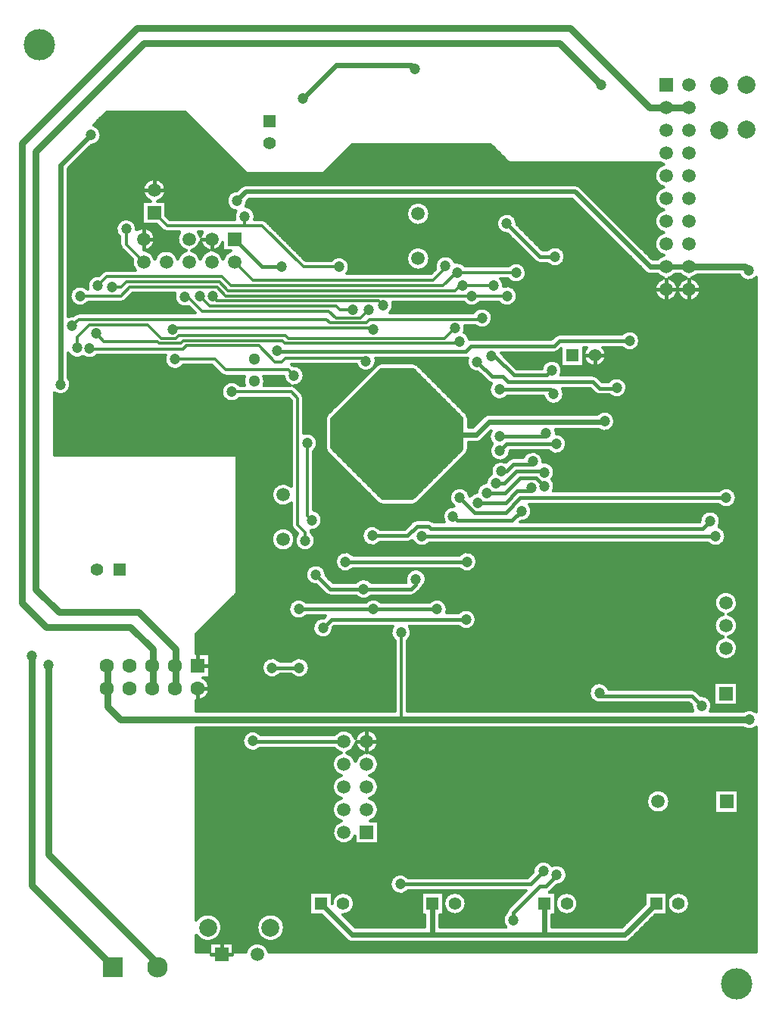
<source format=gbl>
%FSLAX43Y43*%
%MOMM*%
G71*
G01*
G75*
G04 Layer_Physical_Order=2*
%ADD10C,0.300*%
%ADD11R,0.850X1.300*%
%ADD12R,0.300X1.600*%
%ADD13R,1.800X1.600*%
%ADD14R,1.600X1.800*%
%ADD15R,3.500X2.600*%
%ADD16R,2.200X0.550*%
%ADD17R,2.200X0.550*%
%ADD18C,0.075*%
%ADD19R,0.600X2.150*%
%ADD20R,1.200X2.000*%
%ADD21R,0.550X1.450*%
%ADD22R,0.550X1.450*%
%ADD23R,0.600X1.700*%
%ADD24R,0.600X2.150*%
%ADD25R,1.700X0.600*%
%ADD26R,2.150X1.100*%
%ADD27R,2.150X1.100*%
%ADD28R,2.150X3.500*%
%ADD29C,0.400*%
%ADD30C,0.500*%
%ADD31C,0.800*%
%ADD32C,0.600*%
%ADD33R,2.300X2.300*%
%ADD34C,2.300*%
%ADD35C,1.500*%
%ADD36C,1.600*%
%ADD37C,1.600*%
%ADD38R,1.600X1.600*%
%ADD39C,3.500*%
%ADD40C,2.000*%
%ADD41R,1.400X1.400*%
%ADD42C,1.400*%
%ADD43C,1.300*%
%ADD44R,1.500X1.500*%
%ADD45C,1.500*%
%ADD46C,1.200*%
D10*
X72926Y95300D02*
G03*
X73372Y95110I724J1080D01*
G01*
G03*
X73372Y92570I278J-1270D01*
G01*
G03*
X73372Y90030I278J-1270D01*
G01*
G03*
X73372Y87490I278J-1270D01*
G01*
G03*
X73372Y84950I278J-1270D01*
G01*
G03*
X72666Y84530I278J-1270D01*
G01*
X76468Y82410D02*
G03*
X77077Y82730I-278J1270D01*
G01*
X81824D02*
G03*
X83700Y82475I1026J520D01*
G01*
X75206Y82830D02*
G03*
X75912Y82410I984J850D01*
G01*
X73928D02*
G03*
X74634Y82830I-278J1270D01*
G01*
X72666D02*
G03*
X73372Y82410I984J850D01*
G01*
X71051Y83317D02*
G03*
X71820Y82830I769J363D01*
G01*
X77490Y81140D02*
G03*
X76468Y82410I-1300J0D01*
G01*
X75912D02*
G03*
X74920Y81418I278J-1270D01*
G01*
Y80862D02*
G03*
X77490Y81140I1270J278D01*
G01*
X74920Y81418D02*
G03*
X73928Y82410I-1270J-278D01*
G01*
X73372D02*
G03*
X74920Y80862I278J-1270D01*
G01*
X64017Y92615D02*
G03*
X63450Y92850I-567J-565D01*
G01*
X64016Y92616D02*
G03*
X63450Y92850I-566J-566D01*
G01*
X62347Y84800D02*
G03*
X60325Y85550I-1150J0D01*
G01*
Y84050D02*
G03*
X62347Y84800I872J750D01*
G01*
X70700Y75400D02*
G03*
X68678Y76150I-1150J0D01*
G01*
Y74650D02*
G03*
X70700Y75400I872J750D01*
G01*
X69250Y70150D02*
G03*
X67188Y70850I-1150J0D01*
G01*
X67274Y69350D02*
G03*
X69250Y70150I826J800D01*
G01*
X66911Y73792D02*
G03*
X66570Y74650I-1250J0D01*
G01*
X65620Y69570D02*
G03*
X66150Y69350I530J530D01*
G01*
X65620Y69570D02*
G03*
X66150Y69350I530J530D01*
G01*
X65980Y71330D02*
G03*
X65450Y71550I-530J-530D01*
G01*
X65980Y71330D02*
G03*
X65450Y71550I-530J-530D01*
G01*
X81500Y57850D02*
G03*
X79478Y58600I-1150J0D01*
G01*
Y57100D02*
G03*
X81500Y57850I872J750D01*
G01*
X66034Y65500D02*
G03*
X67900Y66400I716J900D01*
G01*
G03*
X65924Y67200I-1150J0D01*
G01*
X64411Y73792D02*
G03*
X66911Y73792I1250J0D01*
G01*
X64753Y74650D02*
G03*
X64411Y73792I909J-858D01*
G01*
X61911Y72543D02*
G03*
X59718Y72300I-1061J-443D01*
G01*
X62000Y72100D02*
G03*
X61912Y72542I-1150J0D01*
G01*
X62200Y69450D02*
G03*
X62031Y70050I-1150J0D01*
G01*
X59918Y69250D02*
G03*
X62200Y69450I1132J200D01*
G01*
X61860Y71550D02*
G03*
X62000Y72100I-1010J550D01*
G01*
X62500Y63850D02*
G03*
X61346Y65000I-1150J0D01*
G01*
X60478Y63100D02*
G03*
X62500Y63850I872J750D01*
G01*
X56950Y88500D02*
G03*
X55886Y87353I-1150J0D01*
G01*
X58970Y84270D02*
G03*
X59500Y84050I530J530D01*
G01*
X58970Y84270D02*
G03*
X59500Y84050I530J530D01*
G01*
X58000Y83000D02*
G03*
X55978Y83750I-1150J0D01*
G01*
X55901Y82350D02*
G03*
X58000Y83000I949J650D01*
G01*
X57000Y80400D02*
G03*
X55448Y81477I-1150J0D01*
G01*
X54938Y79700D02*
G03*
X57000Y80400I912J700D01*
G01*
X55450Y81550D02*
G03*
X55126Y82350I-1150J0D01*
G01*
X51212Y83750D02*
G03*
X50022Y84166I-912J-700D01*
G01*
X50988Y79700D02*
G03*
X52812Y79700I912J700D01*
G01*
X50022Y84166D02*
G03*
X47844Y83434I-1072J-416D01*
G01*
X61700Y76150D02*
G03*
X61170Y75930I0J-750D01*
G01*
X61700Y76150D02*
G03*
X61170Y75930I0J-750D01*
G01*
X61100Y74050D02*
G03*
X61630Y74270I0J750D01*
G01*
X61100Y74050D02*
G03*
X61630Y74270I0J750D01*
G01*
X53620Y70870D02*
G03*
X54089Y70652I530J530D01*
G01*
X53620Y70870D02*
G03*
X54089Y70652I530J530D01*
G01*
G03*
X55912Y69250I911J-702D01*
G01*
X61350Y65100D02*
G03*
X61278Y65500I-1150J0D01*
G01*
X61346Y65000D02*
G03*
X61350Y65100I-1146J100D01*
G01*
X59850Y61900D02*
G03*
X57642Y62350I-1150J0D01*
G01*
X60850Y59925D02*
G03*
X61150Y60700I-850J775D01*
G01*
Y59150D02*
G03*
X60850Y59925I-1150J0D01*
G01*
X61010Y58600D02*
G03*
X61150Y59150I-1010J550D01*
G01*
Y60700D02*
G03*
X59848Y61840I-1150J0D01*
G01*
X58600Y56350D02*
G03*
X58322Y57100I-1150J0D01*
G01*
X56550Y62350D02*
G03*
X56020Y62130I0J-750D01*
G01*
X53850Y67200D02*
G03*
X53249Y66951I0J-850D01*
G01*
X54050Y65348D02*
G03*
X54200Y63874I950J-648D01*
G01*
X53850Y67200D02*
G03*
X53249Y66951I0J-850D01*
G01*
X56550Y62350D02*
G03*
X56020Y62130I0J-750D01*
G01*
X54200Y63874D02*
G03*
X56200Y63100I850J-774D01*
G01*
X55700Y61810D02*
G03*
X54051Y60461I-550J-1010D01*
G01*
G03*
X53454Y59541I549J-1011D01*
G01*
X52275Y77100D02*
G03*
X54200Y77950I775J850D01*
G01*
G03*
X52040Y78500I-1150J0D01*
G01*
X51437Y73488D02*
G03*
X52586Y71903I1063J-438D01*
G01*
X51150Y76800D02*
G03*
X51110Y77100I-1150J0D01*
G01*
X51060Y76354D02*
G03*
X51150Y76800I-1060J446D01*
G01*
X51636Y75532D02*
G03*
X51060Y76354I-1136J-182D01*
G01*
X51800Y75550D02*
G03*
X51636Y75532I0J-750D01*
G01*
X51800Y75550D02*
G03*
X51636Y75532I0J-750D01*
G01*
X51200Y73450D02*
G03*
X51437Y73488I0J750D01*
G01*
X51200Y73450D02*
G03*
X51437Y73488I0J750D01*
G01*
X51500Y66750D02*
G03*
X51295Y67245I-700J0D01*
G01*
X51500Y66750D02*
G03*
X51295Y67245I-700J0D01*
G01*
X52400Y64050D02*
G03*
X53001Y64299I0J850D01*
G01*
X52400Y64050D02*
G03*
X53001Y64299I0J850D01*
G01*
X53454Y59541D02*
G03*
X52451Y58440I146J-1141D01*
G01*
X51295Y62755D02*
G03*
X51500Y63250I-495J495D01*
G01*
X51295Y62755D02*
G03*
X51500Y63250I-495J495D01*
G01*
X52451Y58440D02*
G03*
X51690Y58003I149J-1140D01*
G01*
G03*
X49910Y56895I-1140J-153D01*
G01*
X79523Y54638D02*
G03*
X79700Y55250I-973J612D01*
G01*
G03*
X77403Y55164I-1150J0D01*
G01*
X80300Y53550D02*
G03*
X79523Y54638I-1150J0D01*
G01*
X78278Y52800D02*
G03*
X80300Y53550I872J750D01*
G01*
X80587Y44832D02*
G03*
X81609Y46102I-278J1270D01*
G01*
Y43562D02*
G03*
X80587Y44832I-1300J0D01*
G01*
X81609Y46102D02*
G03*
X80032Y44832I-1300J0D01*
G01*
X80587Y42292D02*
G03*
X81609Y43562I-278J1270D01*
G01*
Y41022D02*
G03*
X80587Y42292I-1300J0D01*
G01*
X80032D02*
G03*
X81609Y41022I278J-1270D01*
G01*
X80032Y44832D02*
G03*
X80032Y42292I278J-1270D01*
G01*
X78750Y34600D02*
G03*
X77514Y35747I-1150J0D01*
G01*
X77030Y36230D02*
G03*
X76500Y36450I-530J-530D01*
G01*
X77030Y36230D02*
G03*
X76500Y36450I-530J-530D01*
G01*
X83700Y33922D02*
G03*
X82302Y34000I-750J-872D01*
G01*
Y32100D02*
G03*
X83700Y32178I648J950D01*
G01*
X76453Y34686D02*
G03*
X76619Y34000I1147J-86D01*
G01*
X78581D02*
G03*
X78750Y34600I-981J600D01*
G01*
X76261Y12492D02*
G03*
X73761Y12492I-1250J0D01*
G01*
G03*
X76261Y12492I1250J0D01*
G01*
X74040Y23900D02*
G03*
X74040Y23900I-1300J0D01*
G01*
X69020Y8150D02*
G03*
X69621Y8399I0J850D01*
G01*
X69020Y8150D02*
G03*
X69621Y8399I0J850D01*
G01*
X67228Y36450D02*
G03*
X66485Y34950I-1078J-400D01*
G01*
X57364Y55203D02*
G03*
X58600Y56350I86J1147D01*
G01*
X49910Y56895D02*
G03*
X48819Y55150I-110J-1145D01*
G01*
X52500Y50700D02*
G03*
X50478Y51450I-1150J0D01*
G01*
Y49950D02*
G03*
X52500Y50700I872J750D01*
G01*
X49150Y45400D02*
G03*
X47128Y46150I-1150J0D01*
G01*
X47580Y55180D02*
G03*
X47050Y55400I-530J-530D01*
G01*
X47580Y55180D02*
G03*
X47050Y55400I-530J-530D01*
G01*
X46281Y47788D02*
G03*
X46800Y48750I-631J962D01*
G01*
X46130Y47573D02*
G03*
X46281Y47788I-530J530D01*
G01*
X46130Y47573D02*
G03*
X46281Y47788I-530J530D01*
G01*
X52400Y44250D02*
G03*
X50378Y45000I-1150J0D01*
G01*
Y43500D02*
G03*
X52400Y44250I872J750D01*
G01*
X49078Y45000D02*
G03*
X49150Y45400I-1078J400D01*
G01*
X61411Y14550D02*
G03*
X62550Y15700I-11J1150D01*
G01*
X63761Y12492D02*
G03*
X61261Y12492I-1250J0D01*
G01*
X62550Y15700D02*
G03*
X60869Y16720I-1150J0D01*
G01*
G03*
X58753Y16014I-969J-620D01*
G01*
X61261Y12492D02*
G03*
X63761Y12492I1250J0D01*
G01*
X60560Y13742D02*
G03*
X60730Y13870I-360J658D01*
G01*
X60560Y13742D02*
G03*
X60730Y13870I-360J658D01*
G01*
X56020Y11980D02*
G03*
X55804Y11525I530J-530D01*
G01*
X56020Y11980D02*
G03*
X55804Y11525I530J-530D01*
G01*
G03*
X55724Y9850I746J-875D01*
G01*
X51261Y12492D02*
G03*
X48761Y12492I-1250J0D01*
G01*
G03*
X51261Y12492I1250J0D01*
G01*
X47200Y89592D02*
G03*
X47200Y89592I-1300J0D01*
G01*
X47200Y84592D02*
G03*
X47200Y84592I-1300J0D01*
G01*
X43100Y79350D02*
G03*
X43045Y79700I-1150J0D01*
G01*
X42725Y78500D02*
G03*
X43100Y79350I-775J850D01*
G01*
X37922Y82900D02*
G03*
X38200Y83650I-872J750D01*
G01*
G03*
X36138Y84350I-1150J0D01*
G01*
X28945Y88745D02*
G03*
X28450Y88950I-495J-495D01*
G01*
X28945Y88745D02*
G03*
X28450Y88950I-495J-495D01*
G01*
X41200Y73150D02*
G03*
X41160Y73450I-1150J0D01*
G01*
X45845Y72695D02*
G03*
X45350Y72900I-495J-495D01*
G01*
X45845Y72695D02*
G03*
X45350Y72900I-495J-495D01*
G01*
X41750D02*
G03*
X41255Y72695I0J-700D01*
G01*
X41750Y72900D02*
G03*
X41255Y72695I0J-700D01*
G01*
X38972Y72750D02*
G03*
X41200Y73150I1078J400D01*
G01*
X35705Y67145D02*
G03*
X35500Y66650I495J-495D01*
G01*
X35705Y67145D02*
G03*
X35500Y66650I495J-495D01*
G01*
X45300Y57050D02*
G03*
X45795Y57255I0J700D01*
G01*
X45300Y57050D02*
G03*
X45795Y57255I0J700D01*
G01*
X41405D02*
G03*
X41900Y57050I495J495D01*
G01*
X41405Y57255D02*
G03*
X41900Y57050I495J495D01*
G01*
X45750Y55400D02*
G03*
X45220Y55180I0J-750D01*
G01*
X45750Y55400D02*
G03*
X45220Y55180I0J-750D01*
G01*
X35500Y63450D02*
G03*
X35705Y62955I700J0D01*
G01*
X35500Y63450D02*
G03*
X35705Y62955I700J0D01*
G01*
X34200Y63038D02*
G03*
X34650Y63950I-700J912D01*
G01*
X35150Y55350D02*
G03*
X34200Y56482I-1150J0D01*
G01*
X31958Y70351D02*
G03*
X33150Y71500I42J1149D01*
G01*
G03*
X31850Y72640I-1150J0D01*
G01*
X31845Y72645D02*
G03*
X31711Y72750I-495J-495D01*
G01*
X31845Y72645D02*
G03*
X31711Y72750I-495J-495D01*
G01*
X32195Y70195D02*
G03*
X31958Y70351I-495J-495D01*
G01*
X32195Y70195D02*
G03*
X31958Y70351I-495J-495D01*
G01*
X33100Y69000D02*
G03*
X32895Y69495I-700J0D01*
G01*
X33100Y69000D02*
G03*
X32895Y69495I-700J0D01*
G01*
X30851Y71450D02*
G03*
X31665Y70400I1149J50D01*
G01*
X28755Y70899D02*
G03*
X28620Y71450I-1200J0D01*
G01*
X28646Y70400D02*
G03*
X28755Y70899I-1092J499D01*
G01*
X34650Y63950D02*
G03*
X33100Y65028I-1150J0D01*
G01*
X31700Y54850D02*
G03*
X31905Y54355I700J0D01*
G01*
X31700Y54850D02*
G03*
X31905Y54355I700J0D01*
G01*
X31700Y59130D02*
G03*
X31700Y57254I-900J-938D01*
G01*
X26650Y92850D02*
G03*
X26084Y92616I0J-800D01*
G01*
X26650Y92850D02*
G03*
X26083Y92615I0J-800D01*
G01*
X26627Y90443D02*
G03*
X26800Y91050I-977J607D01*
G01*
X27595Y88950D02*
G03*
X27650Y89300I-1095J350D01*
G01*
G03*
X26627Y90443I-1150J0D01*
G01*
X25523Y89907D02*
G03*
X25405Y88950I977J-607D01*
G01*
X25668Y92200D02*
G03*
X25523Y89907I-18J-1150D01*
G01*
X16778Y90995D02*
G03*
X17688Y92235I-390J1240D01*
G01*
X21775Y87550D02*
G03*
X21539Y87040I1034J-788D01*
G01*
X23087Y85492D02*
G03*
X24049Y86372I-278J1270D01*
G01*
X21539Y86485D02*
G03*
X22532Y85492I1270J278D01*
G01*
X21539Y87040D02*
G03*
X21303Y87550I-1270J-278D01*
G01*
X20547Y85492D02*
G03*
X21539Y86485I-278J1270D01*
G01*
X19235Y87550D02*
G03*
X19992Y85492I1034J-788D01*
G01*
X17338Y87755D02*
G03*
X17833Y87550I495J495D01*
G01*
X17338Y87755D02*
G03*
X17833Y87550I495J495D01*
G01*
X17688Y92235D02*
G03*
X15998Y90995I-1300J0D01*
G01*
X10450Y98400D02*
G03*
X9608Y99508I-1150J0D01*
G01*
X9353Y97251D02*
G03*
X10450Y98400I-53J1149D01*
G01*
X14400Y87887D02*
G03*
X12550Y86974I-1150J0D01*
G01*
X16489Y86762D02*
G03*
X14396Y87792I-1300J0D01*
G01*
X15467Y85492D02*
G03*
X16489Y86762I-278J1270D01*
G01*
X12550Y86161D02*
G03*
X12755Y85667I700J0D01*
G01*
X12550Y86161D02*
G03*
X12755Y85667I700J0D01*
G01*
X24959Y85462D02*
G03*
X24079Y84500I390J-1240D01*
G01*
G03*
X23087Y85492I-1270J-278D01*
G01*
X22532D02*
G03*
X21539Y84500I278J-1270D01*
G01*
G03*
X20547Y85492I-1270J-278D01*
G01*
X19992Y85492D02*
G03*
X18999Y84500I278J-1270D01*
G01*
G03*
X16459Y84500I-1270J-278D01*
G01*
X23855Y71655D02*
G03*
X24350Y71450I495J495D01*
G01*
X23855Y71655D02*
G03*
X24350Y71450I495J495D01*
G01*
X18722Y80700D02*
G03*
X20228Y79232I1078J-400D01*
G01*
X17642Y73800D02*
G03*
X19612Y72650I1058J-450D01*
G01*
X16459Y84500D02*
G03*
X15467Y85492I-1270J-278D01*
G01*
X13920Y84502D02*
G03*
X14273Y83300I1270J-280D01*
G01*
X26489Y71450D02*
G03*
X26463Y70400I1066J-551D01*
G01*
X25962D02*
G03*
X25962Y69000I-912J-700D01*
G01*
X12650Y79700D02*
G03*
X13145Y79905I0J700D01*
G01*
X12650Y79700D02*
G03*
X13145Y79905I0J700D01*
G01*
X11100Y83300D02*
G03*
X10605Y83095I0J-700D01*
G01*
X11100Y83300D02*
G03*
X10605Y83095I0J-700D01*
G01*
X10200Y82690D02*
G03*
X8972Y81150I-150J-1140D01*
G01*
G03*
X9012Y79700I-872J-750D01*
G01*
X7950Y78500D02*
G03*
X7455Y78295I0J-700D01*
G01*
X7950Y78500D02*
G03*
X7455Y78295I0J-700D01*
G01*
X8417Y73664D02*
G03*
X10022Y73800I733J886D01*
G01*
X7350Y78190D02*
G03*
X6750Y78108I-150J-1140D01*
G01*
Y74032D02*
G03*
X8417Y73664I1000J568D01*
G01*
X7050Y70503D02*
G03*
X6750Y71278I-1150J0D01*
G01*
X5200Y69591D02*
G03*
X7050Y70503I700J912D01*
G01*
X45247Y53087D02*
G03*
X47172Y52800I1053J463D01*
G01*
X44700Y52850D02*
G03*
X45230Y53070I0J750D01*
G01*
X44700Y52850D02*
G03*
X45230Y53070I0J750D01*
G01*
X46800Y48750D02*
G03*
X44555Y48400I-1150J0D01*
G01*
X45147Y46900D02*
G03*
X45677Y47119I0J750D01*
G01*
X45147Y46900D02*
G03*
X45677Y47119I0J750D01*
G01*
X45148Y42798D02*
G03*
X44908Y43500I-1150J0D01*
G01*
X43087D02*
G03*
X43298Y41885I911J-702D01*
G01*
X44698D02*
G03*
X45148Y42798I-700J912D01*
G01*
X41622Y54350D02*
G03*
X41622Y52850I-872J-750D01*
G01*
X40672Y48400D02*
G03*
X38928Y48400I-872J-750D01*
G01*
Y46900D02*
G03*
X40672Y46900I872J750D01*
G01*
X38642Y51450D02*
G03*
X38642Y49950I-872J-750D01*
G01*
X41772Y46150D02*
G03*
X40028Y46150I-872J-750D01*
G01*
X44772Y15400D02*
G03*
X44772Y13900I-872J-750D01*
G01*
X40428Y29340D02*
G03*
X41450Y30610I-278J1270D01*
G01*
Y28070D02*
G03*
X40428Y29340I-1300J0D01*
G01*
Y26800D02*
G03*
X41450Y28070I-278J1270D01*
G01*
Y25530D02*
G03*
X40428Y26800I-1300J0D01*
G01*
Y24260D02*
G03*
X41450Y25530I-278J1270D01*
G01*
Y22990D02*
G03*
X40428Y24260I-1300J0D01*
G01*
X40540Y21750D02*
G03*
X41450Y22990I-390J1240D01*
G01*
Y30610D02*
G03*
X38880Y30888I-1300J0D01*
G01*
Y30332D02*
G03*
X39872Y29340I1270J278D01*
G01*
X38880Y30888D02*
G03*
X36548Y31360I-1270J-278D01*
G01*
X37888Y29340D02*
G03*
X38880Y30332I-278J1270D01*
G01*
X39872Y29340D02*
G03*
X38880Y28348I278J-1270D01*
G01*
G03*
X37888Y29340I-1270J-278D01*
G01*
X37332Y21720D02*
G03*
X38850Y20060I278J-1270D01*
G01*
X37463Y11243D02*
G03*
X38761Y12492I49J1249D01*
G01*
G03*
X36261Y12492I-1250J0D01*
G01*
X37902Y8399D02*
G03*
X38503Y8150I601J601D01*
G01*
X37902Y8399D02*
G03*
X38503Y8150I601J601D01*
G01*
X33920Y54203D02*
G03*
X35150Y55350I80J1147D01*
G01*
X35600Y49250D02*
G03*
X34536Y48103I-1150J0D01*
G01*
X35520Y47119D02*
G03*
X36050Y46900I530J530D01*
G01*
X35520Y47119D02*
G03*
X36050Y46900I530J530D01*
G01*
X33950Y54000D02*
G03*
X33920Y54203I-700J0D01*
G01*
X33950Y54000D02*
G03*
X33920Y54203I-700J0D01*
G01*
X34400Y53050D02*
G03*
X33950Y53962I-1150J0D01*
G01*
X32417Y53843D02*
G03*
X34400Y53050I833J-793D01*
G01*
X35336Y44447D02*
G03*
X36400Y43300I-86J-1147D01*
G01*
X33422Y46150D02*
G03*
X33422Y44650I-872J-750D01*
G01*
X33750Y38850D02*
G03*
X31728Y39600I-1150J0D01*
G01*
Y38100D02*
G03*
X33750Y38850I872J750D01*
G01*
X32100Y53192D02*
G03*
X32100Y53192I-1300J0D01*
G01*
X30422Y39600D02*
G03*
X30422Y38100I-872J-750D01*
G01*
X22578Y36548D02*
G03*
X21865Y37738I-1350J0D01*
G01*
X21100Y35204D02*
G03*
X22578Y36548I128J1344D01*
G01*
X36548Y29860D02*
G03*
X37332Y29340I1062J750D01*
G01*
G03*
X37332Y26800I278J-1270D01*
G01*
G03*
X37332Y24260I278J-1270D01*
G01*
G03*
X37332Y21720I278J-1270D01*
G01*
X30950Y9800D02*
G03*
X30950Y9800I-1550J0D01*
G01*
X28302Y31360D02*
G03*
X28233Y29860I-905J-710D01*
G01*
X23950Y9800D02*
G03*
X21100Y10644I-1550J0D01*
G01*
X29165Y7100D02*
G03*
X26635Y7100I-1265J-300D01*
G01*
X21100Y8956D02*
G03*
X23950Y9800I1300J844D01*
G01*
X73197Y95058D02*
Y95162D01*
X73097Y95016D02*
Y95204D01*
X73197Y92518D02*
Y92622D01*
Y89978D02*
Y90082D01*
X72997Y94964D02*
Y95256D01*
X72897Y94900D02*
Y95300D01*
Y92360D02*
Y92780D01*
X73097Y92476D02*
Y92664D01*
X72997Y92424D02*
Y92716D01*
X73097Y89936D02*
Y90124D01*
X73197Y87438D02*
Y87542D01*
X73097Y87396D02*
Y87584D01*
X73197Y84898D02*
Y85002D01*
X73097Y84856D02*
Y85044D01*
X72997Y89884D02*
Y90176D01*
X72897Y89820D02*
Y90240D01*
Y87280D02*
Y87700D01*
X72997Y87344D02*
Y87636D01*
Y84804D02*
Y85096D01*
X69182Y87450D02*
X73228D01*
X69082Y87550D02*
X73175D01*
X72797Y94821D02*
Y95300D01*
Y92281D02*
Y92859D01*
Y89741D02*
Y90319D01*
X69282Y87350D02*
X73007D01*
X68982Y87650D02*
X72974D01*
X71682Y84950D02*
X73371D01*
X71582Y85050D02*
X73084D01*
X71782Y84850D02*
X73083D01*
X72797Y87201D02*
Y87779D01*
X69482Y87150D02*
X72741D01*
X69382Y87250D02*
X72856D01*
X72897Y84740D02*
Y85160D01*
X71482Y85150D02*
X72912D01*
X76832Y82550D02*
X81938D01*
X83566Y82350D02*
X83700D01*
X76610Y82450D02*
X82024D01*
X83417Y82250D02*
X83700D01*
X76666Y82350D02*
X82134D01*
X77077Y82730D02*
X81824D01*
X76983Y82650D02*
X81869D01*
X76697Y82337D02*
Y82483D01*
X75697Y82343D02*
Y82477D01*
X77097Y82071D02*
Y82730D01*
X76867Y82250D02*
X82283D01*
X83184Y82150D02*
X83700D01*
X77009D02*
X82516D01*
X76997Y82159D02*
Y82661D01*
X76897Y82231D02*
Y82589D01*
X76797Y82290D02*
Y82530D01*
X75597Y82297D02*
Y82523D01*
X75497Y82240D02*
Y82580D01*
X74558Y82750D02*
X75282D01*
X74443Y82650D02*
X75397D01*
X74292Y82550D02*
X75548D01*
X74070Y82450D02*
X75770D01*
X74634Y82830D02*
X75206D01*
X71882Y84750D02*
X72911D01*
X74197Y82319D02*
Y82501D01*
X75397Y82170D02*
Y82650D01*
X75297Y82085D02*
Y82735D01*
X74397Y82204D02*
Y82616D01*
X74327Y82250D02*
X75513D01*
X74126Y82350D02*
X75714D01*
X74297Y82268D02*
Y82552D01*
X72997Y82264D02*
Y82556D01*
X72897Y82200D02*
Y82620D01*
X73197Y82358D02*
Y82462D01*
X73097Y82316D02*
Y82504D01*
X72697Y94724D02*
Y95300D01*
X72597Y94602D02*
Y95300D01*
X72497Y94440D02*
Y95300D01*
Y91900D02*
Y93240D01*
X72397Y94186D02*
Y95300D01*
X71197Y85434D02*
Y95300D01*
X71297Y85334D02*
Y95300D01*
X71097Y85534D02*
Y95300D01*
X72397Y91646D02*
Y93494D01*
X70997Y85634D02*
Y95300D01*
X72297Y84530D02*
Y95300D01*
X72197Y84530D02*
Y95300D01*
X72097Y84534D02*
Y95300D01*
X71997Y84634D02*
Y95300D01*
X71897Y84734D02*
Y95300D01*
X71697Y84934D02*
Y95300D01*
X71797Y84834D02*
Y95300D01*
X71597Y85034D02*
Y95300D01*
X71497Y85134D02*
Y95300D01*
X71397Y85234D02*
Y95300D01*
X69797Y86834D02*
Y95300D01*
X69897Y86734D02*
Y95300D01*
X69697Y86934D02*
Y95300D01*
X69597Y87034D02*
Y95300D01*
X69497Y87134D02*
Y95300D01*
X69297Y87334D02*
Y95300D01*
X69397Y87234D02*
Y95300D01*
X69197Y87434D02*
Y95300D01*
X69097Y87534D02*
Y95300D01*
X68997Y87634D02*
Y95300D01*
X70797Y85834D02*
Y95300D01*
X70897Y85734D02*
Y95300D01*
X70697Y85934D02*
Y95300D01*
X70597Y86034D02*
Y95300D01*
X70497Y86134D02*
Y95300D01*
X70297Y86334D02*
Y95300D01*
X70397Y86234D02*
Y95300D01*
X70197Y86434D02*
Y95300D01*
X70097Y86534D02*
Y95300D01*
X69997Y86634D02*
Y95300D01*
X72697Y92184D02*
Y92956D01*
X72597Y92062D02*
Y93078D01*
Y89522D02*
Y90538D01*
X72697Y89644D02*
Y90416D01*
Y87104D02*
Y87876D01*
X72497Y89360D02*
Y90700D01*
X72397Y89106D02*
Y90954D01*
Y86566D02*
Y88414D01*
X72597Y86982D02*
Y87998D01*
X72497Y86820D02*
Y88160D01*
X72797Y84661D02*
Y85239D01*
X72697Y84564D02*
Y85336D01*
X71382Y85250D02*
X72785D01*
X72082Y84550D02*
X72684D01*
X71982Y84650D02*
X72784D01*
X72597Y84530D02*
Y85458D01*
X72497Y84530D02*
Y85620D01*
X72397Y84530D02*
Y85874D01*
X72101Y84530D02*
X72666D01*
X71820Y82830D02*
X72666D01*
X69682Y86950D02*
X72574D01*
X69782Y86850D02*
X72513D01*
X69582Y87050D02*
X72649D01*
X69982Y86650D02*
X72423D01*
X69882Y86750D02*
X72463D01*
X70182Y86450D02*
X72370D01*
X70282Y86350D02*
X72356D01*
X70082Y86550D02*
X72393D01*
X70482Y86150D02*
X72352D01*
X70382Y86250D02*
X72350D01*
X70982Y85650D02*
X72482D01*
X71082Y85550D02*
X72536D01*
X70782Y85850D02*
X72404D01*
X71282Y85350D02*
X72684D01*
X71182Y85450D02*
X72603D01*
X70682Y85950D02*
X72378D01*
X70582Y86050D02*
X72361D01*
X70882Y85750D02*
X72438D01*
X80897Y58862D02*
Y82730D01*
X80797Y58910D02*
Y82730D01*
X80697Y58946D02*
Y82730D01*
X80597Y58973D02*
Y82730D01*
X80497Y58991D02*
Y82730D01*
X80397Y58999D02*
Y82730D01*
X80297Y58999D02*
Y82730D01*
X80197Y58990D02*
Y82730D01*
X80097Y58972D02*
Y82730D01*
X79997Y58944D02*
Y82730D01*
X81397Y58326D02*
Y82730D01*
X81497Y57935D02*
Y82730D01*
X81297Y58503D02*
Y82730D01*
X81197Y58628D02*
Y82730D01*
X81097Y58724D02*
Y82730D01*
X79897Y58907D02*
Y82730D01*
X80997Y58801D02*
Y82730D01*
X79797Y58858D02*
Y82730D01*
X79697Y58797D02*
Y82730D01*
X79597Y58719D02*
Y82730D01*
X79497Y58621D02*
Y82730D01*
X79397Y58600D02*
Y82730D01*
X79297Y58600D02*
Y82730D01*
X79197Y58600D02*
Y82730D01*
X79097Y58600D02*
Y82730D01*
X78997Y58600D02*
Y82730D01*
X78897Y58600D02*
Y82730D01*
X78797Y58600D02*
Y82730D01*
X78697Y58600D02*
Y82730D01*
X78597Y58600D02*
Y82730D01*
X78497Y58600D02*
Y82730D01*
X78397Y58600D02*
Y82730D01*
X78297Y58600D02*
Y82730D01*
X78197Y58600D02*
Y82730D01*
X78097Y58600D02*
Y82730D01*
X77997Y58600D02*
Y82730D01*
X77897Y58600D02*
Y82730D01*
X77797Y58600D02*
Y82730D01*
X77697Y58600D02*
Y82730D01*
X77597Y58600D02*
Y82730D01*
X77279Y81850D02*
X83700D01*
X77386Y81650D02*
X83700D01*
X77338Y81750D02*
X83700D01*
X77453Y81450D02*
X83700D01*
X77424Y81550D02*
X83700D01*
X77397Y81623D02*
Y82730D01*
X77473Y81350D02*
X83700D01*
X77297Y81822D02*
Y82730D01*
X77485Y81250D02*
X83700D01*
X77490Y81150D02*
X83700D01*
X77487Y81050D02*
X83700D01*
X77476Y80950D02*
X83700D01*
X77457Y80850D02*
X83700D01*
X77430Y80750D02*
X83700D01*
X77394Y80650D02*
X83700D01*
X77497Y58600D02*
Y82730D01*
X77397Y58600D02*
Y80657D01*
X77348Y80550D02*
X83700D01*
X77292Y80450D02*
X83700D01*
X77297Y58600D02*
Y80458D01*
X77119Y82050D02*
X83700D01*
X77207Y81950D02*
X83700D01*
X77222Y80350D02*
X83700D01*
X77137Y80250D02*
X83700D01*
X77197Y81962D02*
Y82730D01*
Y58600D02*
Y80318D01*
X77097Y58600D02*
Y80209D01*
X77032Y80150D02*
X83700D01*
X76898Y80050D02*
X83700D01*
X76997Y58600D02*
Y80121D01*
X76897Y58600D02*
Y80049D01*
X74358Y80050D02*
X75482D01*
X75197Y81979D02*
Y82830D01*
X75097Y81844D02*
Y82830D01*
X74997Y81656D02*
Y82830D01*
X74897Y81508D02*
Y82830D01*
X74797Y81752D02*
Y82830D01*
X74597Y82031D02*
Y82789D01*
X74697Y81911D02*
Y82830D01*
X72697Y82024D02*
Y82796D01*
X72597Y81902D02*
Y82830D01*
X72497Y81740D02*
Y82830D01*
X72397Y81486D02*
Y82830D01*
X72297Y58600D02*
Y82830D01*
X71597Y58600D02*
Y82860D01*
X72197Y58600D02*
Y82830D01*
X72097Y58600D02*
Y82830D01*
X71397Y58600D02*
Y82943D01*
X71197Y58600D02*
Y83102D01*
X71097Y58600D02*
Y83233D01*
X71497Y58600D02*
Y82894D01*
X71297Y58600D02*
Y83010D01*
X69897Y76496D02*
Y84472D01*
X69797Y76523D02*
Y84572D01*
X69697Y76541D02*
Y84672D01*
X70097Y76412D02*
Y84272D01*
X69997Y76460D02*
Y84372D01*
X69397Y76540D02*
Y84972D01*
X69297Y76522D02*
Y85072D01*
X69197Y76494D02*
Y85172D01*
X69597Y76549D02*
Y84772D01*
X69497Y76549D02*
Y84872D01*
X70697Y75485D02*
Y83672D01*
X70797Y58600D02*
Y83572D01*
X70597Y75876D02*
Y83772D01*
X70997Y58600D02*
Y83372D01*
X70897Y58600D02*
Y83472D01*
X70197Y76351D02*
Y84172D01*
X70297Y76274D02*
Y84072D01*
X69097Y76457D02*
Y85272D01*
X70497Y76053D02*
Y83872D01*
X70397Y76178D02*
Y83972D01*
X74667Y81950D02*
X75173D01*
X74739Y81850D02*
X75101D01*
X74579Y82050D02*
X75261D01*
X74752Y80450D02*
X75088D01*
X74682Y80350D02*
X75158D01*
X74798Y81750D02*
X75042D01*
X74846Y81650D02*
X74994D01*
X74497Y82126D02*
Y82694D01*
X74854Y80650D02*
X74986D01*
X74808Y80550D02*
X75032D01*
X75197Y58600D02*
Y80301D01*
X75097Y58600D02*
Y80436D01*
X74597Y80250D02*
X75243D01*
X75397Y58600D02*
Y80110D01*
X75297Y58600D02*
Y80195D01*
X74997Y58600D02*
Y80624D01*
X74897Y58600D02*
Y80772D01*
X74797Y58600D02*
Y80528D01*
X74697Y58600D02*
Y80369D01*
X74597Y58600D02*
Y80249D01*
X74469Y82150D02*
X75371D01*
X74492Y80150D02*
X75348D01*
X72797Y82121D02*
Y82699D01*
X74497Y58600D02*
Y80154D01*
X72597Y58600D02*
Y80378D01*
X72497Y58600D02*
Y80540D01*
X72397Y58600D02*
Y80794D01*
X72797Y58600D02*
Y80159D01*
X72697Y58600D02*
Y80256D01*
X71997Y58600D02*
Y82830D01*
X71897Y58600D02*
Y82830D01*
X71797Y58600D02*
Y82830D01*
X71697Y58600D02*
Y82839D01*
X67797Y88834D02*
Y95300D01*
X67897Y88734D02*
Y95300D01*
X67697Y88934D02*
Y95300D01*
X67597Y89034D02*
Y95300D01*
X67497Y89134D02*
Y95300D01*
X67297Y89334D02*
Y95300D01*
X67397Y89234D02*
Y95300D01*
X67197Y89434D02*
Y95300D01*
X67097Y89534D02*
Y95300D01*
X66997Y89634D02*
Y95300D01*
X68797Y87834D02*
Y95300D01*
X68897Y87734D02*
Y95300D01*
X68697Y87934D02*
Y95300D01*
X68597Y88034D02*
Y95300D01*
X68497Y88134D02*
Y95300D01*
X68297Y88334D02*
Y95300D01*
X68397Y88234D02*
Y95300D01*
X68197Y88434D02*
Y95300D01*
X68097Y88534D02*
Y95300D01*
X67997Y88634D02*
Y95300D01*
X63838Y92750D02*
X72942D01*
X63980Y92650D02*
X73127D01*
X56050Y95300D02*
X72926D01*
X64182Y92450D02*
X73043D01*
X64082Y92550D02*
X73292D01*
X64282Y92350D02*
X72883D01*
X64382Y92250D02*
X72762D01*
X63473Y92850D02*
X72808D01*
X64582Y92050D02*
X72588D01*
X64482Y92150D02*
X72666D01*
X64782Y91850D02*
X72472D01*
X64882Y91750D02*
X72430D01*
X64682Y91950D02*
X72524D01*
X65082Y91550D02*
X72374D01*
X64982Y91650D02*
X72398D01*
X66797Y89834D02*
Y95300D01*
X66897Y89734D02*
Y95300D01*
X66697Y89934D02*
Y95300D01*
X66597Y90034D02*
Y95300D01*
X66497Y90134D02*
Y95300D01*
X67082Y89550D02*
X72617D01*
X67182Y89450D02*
X72548D01*
X66982Y89650D02*
X72702D01*
X67382Y89250D02*
X72446D01*
X67282Y89350D02*
X72491D01*
X67582Y89050D02*
X72383D01*
X67682Y88950D02*
X72364D01*
X67482Y89150D02*
X72410D01*
X67882Y88750D02*
X72350D01*
X67782Y88850D02*
X72353D01*
X68582Y88050D02*
X72561D01*
X68682Y87950D02*
X72633D01*
X68482Y88150D02*
X72502D01*
X68882Y87750D02*
X72832D01*
X68782Y87850D02*
X72722D01*
X68082Y88550D02*
X72367D01*
X68182Y88450D02*
X72388D01*
X67982Y88650D02*
X72355D01*
X68382Y88250D02*
X72454D01*
X68282Y88350D02*
X72416D01*
X65782Y90850D02*
X72430D01*
X65882Y90750D02*
X72472D01*
X65182Y91450D02*
X72359D01*
X66082Y90550D02*
X72588D01*
X65982Y90650D02*
X72524D01*
X65382Y91250D02*
X72351D01*
X65482Y91150D02*
X72359D01*
X65282Y91350D02*
X72351D01*
X65682Y90950D02*
X72398D01*
X65582Y91050D02*
X72374D01*
X66482Y90150D02*
X73044D01*
X66582Y90050D02*
X73294D01*
X66382Y90250D02*
X72884D01*
X66782Y89850D02*
X72941D01*
X66682Y89950D02*
X73126D01*
X66282Y90350D02*
X72763D01*
X66882Y89750D02*
X72807D01*
X66182Y90450D02*
X72667D01*
X57711Y87650D02*
X66719D01*
X57611Y87750D02*
X66619D01*
X65297Y91334D02*
Y95300D01*
X65397Y91234D02*
Y95300D01*
X65197Y91434D02*
Y95300D01*
X65097Y91534D02*
Y95300D01*
X64997Y91634D02*
Y95300D01*
X64797Y91834D02*
Y95300D01*
X64897Y91734D02*
Y95300D01*
X64697Y91934D02*
Y95300D01*
X64597Y92034D02*
Y95300D01*
X64497Y92134D02*
Y95300D01*
X66297Y90334D02*
Y95300D01*
X66397Y90234D02*
Y95300D01*
X66197Y90434D02*
Y95300D01*
X66097Y90534D02*
Y95300D01*
X65997Y90634D02*
Y95300D01*
X65797Y90834D02*
Y95300D01*
X65897Y90734D02*
Y95300D01*
X65697Y90934D02*
Y95300D01*
X65597Y91034D02*
Y95300D01*
X65497Y91134D02*
Y95300D01*
X63697Y92811D02*
Y95300D01*
X63597Y92836D02*
Y95300D01*
X63497Y92849D02*
Y95300D01*
X63397Y92850D02*
Y95300D01*
X63297Y92850D02*
Y95300D01*
X63197Y92850D02*
Y95300D01*
X63097Y92850D02*
Y95300D01*
X62997Y92850D02*
Y95300D01*
X62897Y92850D02*
Y95300D01*
X62797Y92850D02*
Y95300D01*
X64297Y92334D02*
Y95300D01*
X64397Y92234D02*
Y95300D01*
X64197Y92434D02*
Y95300D01*
X64097Y92534D02*
Y95300D01*
X63997Y92634D02*
Y95300D01*
X63797Y92771D02*
Y95300D01*
X63897Y92714D02*
Y95300D01*
X62697Y92850D02*
Y95300D01*
X62597Y92850D02*
Y95300D01*
X62497Y92850D02*
Y95300D01*
X62397Y92850D02*
Y95300D01*
X62297Y92850D02*
Y95300D01*
X56810Y89050D02*
X65319D01*
X62197Y92850D02*
Y95300D01*
X62097Y92850D02*
Y95300D01*
X61997Y92850D02*
Y95300D01*
X61897Y92850D02*
Y95300D01*
X61797Y92850D02*
Y95300D01*
X57211Y88150D02*
X66219D01*
X57311Y88050D02*
X66319D01*
X57111Y88250D02*
X66119D01*
X57511Y87850D02*
X66519D01*
X57411Y87950D02*
X66419D01*
X56896Y88850D02*
X65519D01*
X56923Y88750D02*
X65619D01*
X56940Y88650D02*
X65719D01*
X57011Y88350D02*
X66019D01*
X56949Y88550D02*
X65819D01*
X47022Y90250D02*
X64119D01*
X47075Y90150D02*
X64219D01*
X46957Y90350D02*
X64019D01*
X47150Y89950D02*
X64419D01*
X47117Y90050D02*
X64319D01*
X46492Y90750D02*
X63619D01*
X46656Y90650D02*
X63719D01*
X46230Y90850D02*
X63519D01*
X46877Y90450D02*
X63919D01*
X46780Y90550D02*
X63819D01*
X56575Y89350D02*
X65019D01*
X56672Y89250D02*
X65119D01*
X56449Y89450D02*
X64919D01*
X56858Y88950D02*
X65419D01*
X56749Y89150D02*
X65219D01*
X47174Y89850D02*
X64519D01*
X47191Y89750D02*
X64619D01*
X56270Y89550D02*
X64819D01*
X55827Y89650D02*
X64719D01*
X64017Y92615D02*
X72101Y84530D01*
X63119Y91250D02*
X71051Y83317D01*
X62346Y84750D02*
X69619D01*
X62337Y84650D02*
X69719D01*
X62319Y84550D02*
X69819D01*
X68997Y76408D02*
Y85372D01*
X68897Y76347D02*
Y85472D01*
X62319Y85050D02*
X69319D01*
X62337Y84950D02*
X69419D01*
X62346Y84850D02*
X69519D01*
X68597Y76150D02*
Y85772D01*
X68497Y76150D02*
Y85872D01*
X68397Y76150D02*
Y85972D01*
X68797Y76269D02*
Y85572D01*
X68697Y76171D02*
Y85672D01*
X68097Y76150D02*
Y86272D01*
X67997Y76150D02*
Y86372D01*
X67897Y76150D02*
Y86472D01*
X68297Y76150D02*
Y86072D01*
X68197Y76150D02*
Y86172D01*
X61223Y85950D02*
X68419D01*
X61667Y85850D02*
X68519D01*
X59311Y86050D02*
X68319D01*
X61972Y85650D02*
X68719D01*
X61845Y85750D02*
X68619D01*
X58911Y86450D02*
X67919D01*
X59011Y86350D02*
X68019D01*
X58811Y86550D02*
X67819D01*
X59211Y86150D02*
X68219D01*
X59111Y86250D02*
X68119D01*
X62292Y84450D02*
X69919D01*
X62255Y84350D02*
X70019D01*
X62207Y84250D02*
X70119D01*
X62145Y84150D02*
X70219D01*
X62068Y84050D02*
X70319D01*
X62146Y85450D02*
X68919D01*
X62207Y85350D02*
X69019D01*
X62069Y85550D02*
X68819D01*
X62255Y85250D02*
X69119D01*
X62292Y85150D02*
X69219D01*
X57908Y83450D02*
X70919D01*
X57973Y83250D02*
X71087D01*
X57946Y83350D02*
X71019D01*
X57990Y83150D02*
X71156D01*
X57999Y83050D02*
X71250D01*
X61971Y83950D02*
X70419D01*
X61845Y83850D02*
X70519D01*
X61665Y83750D02*
X70619D01*
X57860Y83550D02*
X70819D01*
X57799Y83650D02*
X70719D01*
X57945Y82650D02*
X72857D01*
X57908Y82550D02*
X73008D01*
X57860Y82450D02*
X73230D01*
X57798Y82350D02*
X73174D01*
X57722Y82250D02*
X72973D01*
X57999Y82950D02*
X71385D01*
X57990Y82850D02*
X71638D01*
X57972Y82750D02*
X72742D01*
X57624Y82150D02*
X72831D01*
X57498Y82050D02*
X72721D01*
X57318Y81950D02*
X72633D01*
X55410Y81850D02*
X72561D01*
X55433Y81750D02*
X72502D01*
X55876Y81550D02*
X72416D01*
X55446Y81650D02*
X72454D01*
X56499Y81350D02*
X72367D01*
X56625Y81250D02*
X72355D01*
X56320Y81450D02*
X72387D01*
X56722Y81150D02*
X72350D01*
X56799Y81050D02*
X72353D01*
X56990Y80550D02*
X72492D01*
X56999Y80450D02*
X72548D01*
X56999Y80350D02*
X72618D01*
X56990Y80250D02*
X72703D01*
X56972Y80150D02*
X72808D01*
X56908Y80850D02*
X72383D01*
X56860Y80950D02*
X72364D01*
X56973Y80650D02*
X72446D01*
X56946Y80750D02*
X72410D01*
X65497Y76150D02*
Y88872D01*
X65397Y76150D02*
Y88972D01*
X65297Y76150D02*
Y89072D01*
X65697Y76150D02*
Y88672D01*
X65597Y76150D02*
Y88772D01*
X64997Y76150D02*
Y89372D01*
X64897Y76150D02*
Y89472D01*
X64797Y76150D02*
Y89572D01*
X65197Y76150D02*
Y89172D01*
X65097Y76150D02*
Y89272D01*
X64497Y76150D02*
Y89872D01*
X64397Y76150D02*
Y89972D01*
X64297Y76150D02*
Y90072D01*
X64697Y76150D02*
Y89672D01*
X64597Y76150D02*
Y89772D01*
X63997Y76150D02*
Y90372D01*
X63897Y76150D02*
Y90472D01*
X63797Y76150D02*
Y90572D01*
X64197Y76150D02*
Y90172D01*
X64097Y76150D02*
Y90272D01*
X63497Y76150D02*
Y90872D01*
X63397Y76150D02*
Y90972D01*
X62297Y85135D02*
Y91250D01*
X63697Y76150D02*
Y90672D01*
X63597Y76150D02*
Y90772D01*
X62097Y85516D02*
Y91250D01*
X62197Y85368D02*
Y91250D01*
X61997Y85626D02*
Y91250D01*
X61897Y85712D02*
Y91250D01*
X61797Y85781D02*
Y91250D01*
X63097Y76150D02*
Y91250D01*
X62997Y76150D02*
Y91250D01*
X62897Y76150D02*
Y91250D01*
X63297Y76150D02*
Y91072D01*
X63197Y76150D02*
Y91172D01*
X62797Y76150D02*
Y91250D01*
X62697Y76150D02*
Y91250D01*
X62597Y76150D02*
Y91250D01*
X62497Y76150D02*
Y91250D01*
X62397Y76150D02*
Y91250D01*
X67597Y76150D02*
Y86772D01*
X67497Y76150D02*
Y86872D01*
X67397Y76150D02*
Y86972D01*
X67797Y76150D02*
Y86572D01*
X67697Y76150D02*
Y86672D01*
X67097Y76150D02*
Y87272D01*
X66997Y76150D02*
Y87372D01*
X66897Y76150D02*
Y87472D01*
X67297Y76150D02*
Y87072D01*
X67197Y76150D02*
Y87172D01*
X66597Y76150D02*
Y87772D01*
X66497Y76150D02*
Y87872D01*
X66397Y76150D02*
Y87972D01*
X66797Y76150D02*
Y87572D01*
X66697Y76150D02*
Y87672D01*
X66097Y76150D02*
Y88272D01*
X65997Y76150D02*
Y88372D01*
X65897Y76150D02*
Y88472D01*
X66297Y76150D02*
Y88072D01*
X66197Y76150D02*
Y88172D01*
X58411Y86950D02*
X67419D01*
X58511Y86850D02*
X67519D01*
X58311Y87050D02*
X67319D01*
X58711Y86650D02*
X67719D01*
X58611Y86750D02*
X67619D01*
X57911Y87450D02*
X66919D01*
X58011Y87350D02*
X67019D01*
X57811Y87550D02*
X66819D01*
X58211Y87150D02*
X67219D01*
X58111Y87250D02*
X67119D01*
X65797Y76150D02*
Y88572D01*
X62297Y76150D02*
Y84465D01*
X62197Y76150D02*
Y84232D01*
X62097Y76150D02*
Y84084D01*
X61997Y76150D02*
Y83974D01*
X61897Y76150D02*
Y83888D01*
X61797Y76150D02*
Y83819D01*
X76713Y79950D02*
X83700D01*
X76349Y79850D02*
X83700D01*
X70422Y76150D02*
X83700D01*
X70560Y75950D02*
X83700D01*
X70499Y76050D02*
X83700D01*
X74173Y79950D02*
X75667D01*
X73809Y79850D02*
X76031D01*
X70608Y75850D02*
X83700D01*
X70646Y75750D02*
X83700D01*
X70673Y75650D02*
X83700D01*
X70690Y75550D02*
X83700D01*
X70699Y75450D02*
X83700D01*
X70699Y75350D02*
X83700D01*
X70690Y75250D02*
X83700D01*
X70672Y75150D02*
X83700D01*
X70645Y75050D02*
X83700D01*
X70608Y74950D02*
X83700D01*
X70560Y74850D02*
X83700D01*
X70498Y74750D02*
X83700D01*
X70422Y74650D02*
X83700D01*
X70020Y76450D02*
X83700D01*
X70199Y76350D02*
X83700D01*
X69576Y76550D02*
X83700D01*
X70325Y76250D02*
X83700D01*
X70324Y74550D02*
X83700D01*
X70198Y74450D02*
X83700D01*
X70018Y74350D02*
X83700D01*
X66780D02*
X69082D01*
X66825Y74250D02*
X83700D01*
X66884Y74050D02*
X83700D01*
X66859Y74150D02*
X83700D01*
X66901Y73950D02*
X83700D01*
X66910Y73850D02*
X83700D01*
X66911Y73750D02*
X83700D01*
X69197Y70495D02*
Y74306D01*
X66903Y73650D02*
X83700D01*
X66888Y73550D02*
X83700D01*
X66864Y73450D02*
X83700D01*
X68816Y71050D02*
X83700D01*
X68926Y70950D02*
X83700D01*
X68668Y71150D02*
X83700D01*
X69081Y70750D02*
X83700D01*
X69013Y70850D02*
X83700D01*
X69136Y70650D02*
X83700D01*
X69210Y70450D02*
X83700D01*
X69178Y70550D02*
X83700D01*
X69233Y70350D02*
X83700D01*
X69246Y70250D02*
X83700D01*
X69250Y70150D02*
X83700D01*
X69246Y70050D02*
X83700D01*
X69232Y69950D02*
X83700D01*
X69210Y69850D02*
X83700D01*
X69178Y69750D02*
X83700D01*
X69135Y69650D02*
X83700D01*
X69081Y69550D02*
X83700D01*
X69012Y69450D02*
X83700D01*
X68926Y69350D02*
X83700D01*
X68816Y69250D02*
X83700D01*
X66831Y73350D02*
X83700D01*
X66788Y73250D02*
X83700D01*
X66734Y73150D02*
X83700D01*
X66667Y73050D02*
X83700D01*
X66585Y72950D02*
X83700D01*
X66483Y72850D02*
X83700D01*
X66352Y72750D02*
X83700D01*
X66169Y72650D02*
X83700D01*
X65802Y72550D02*
X83700D01*
X65470Y71550D02*
X83700D01*
X65960Y71350D02*
X83700D01*
X68436Y71250D02*
X83700D01*
X65825Y71450D02*
X83700D01*
X68667Y69150D02*
X83700D01*
X68435Y69050D02*
X83700D01*
X66775Y67550D02*
X83700D01*
X67398Y67350D02*
X83700D01*
X67220Y67450D02*
X83700D01*
X68597Y71187D02*
Y74650D01*
X68497Y71229D02*
Y74650D01*
X68397Y71261D02*
Y74650D01*
X68297Y71283D02*
Y74650D01*
X68197Y71296D02*
Y74650D01*
X68097Y71300D02*
Y74650D01*
X67997Y71295D02*
Y74650D01*
X67897Y71282D02*
Y74650D01*
X67797Y71259D02*
Y74650D01*
X67697Y71227D02*
Y74650D01*
X68797Y71065D02*
Y74531D01*
X68897Y70979D02*
Y74453D01*
X68697Y71133D02*
Y74629D01*
X69097Y70723D02*
Y74343D01*
X68997Y70870D02*
Y74392D01*
X67597Y71184D02*
Y74650D01*
X67497Y71129D02*
Y74650D01*
X67397Y71060D02*
Y74650D01*
X67297Y70973D02*
Y74650D01*
X67197Y70862D02*
Y74650D01*
X66571Y74650D02*
X68678D01*
X66570Y74650D02*
X68678D01*
X66724Y74450D02*
X68902D01*
X66655Y74550D02*
X68776D01*
X66797Y74314D02*
Y74650D01*
X66897Y73982D02*
Y74650D01*
X66697Y74492D02*
Y74650D01*
X67097Y70850D02*
Y74650D01*
X66997Y70850D02*
Y74650D01*
X66897Y70850D02*
Y73602D01*
X66797Y70850D02*
Y73269D01*
X66697Y70850D02*
Y73092D01*
X66597Y70850D02*
Y72963D01*
X66497Y70850D02*
Y72862D01*
X66397Y70914D02*
Y72781D01*
X66297Y71014D02*
Y72715D01*
X66197Y71114D02*
Y72662D01*
X66261Y71050D02*
X67384D01*
X66361Y70950D02*
X67274D01*
X66161Y71150D02*
X67532D01*
X66461Y70850D02*
X67188D01*
X66150Y69350D02*
X67274D01*
X66997Y67523D02*
Y69350D01*
X66897Y67541D02*
Y69350D01*
X66097Y71214D02*
Y72620D01*
X66797Y67549D02*
Y69350D01*
X66697Y67549D02*
Y69350D01*
X67197Y67460D02*
Y69350D01*
X67297Y67412D02*
Y69327D01*
X67097Y67496D02*
Y69350D01*
X67497Y67274D02*
Y69171D01*
X67397Y67351D02*
Y69240D01*
X66597Y67540D02*
Y69350D01*
X66497Y67522D02*
Y69350D01*
X66397Y67494D02*
Y69350D01*
X66297Y67457D02*
Y69350D01*
X66197Y67408D02*
Y69350D01*
X65797Y71465D02*
Y72549D01*
X65897Y71402D02*
Y72564D01*
X65697Y71508D02*
Y72542D01*
X66061Y71250D02*
X67764D01*
X65597Y71535D02*
Y72543D01*
X65497Y71549D02*
Y72553D01*
X65197Y71550D02*
Y72631D01*
X65097Y71550D02*
Y72677D01*
X65397Y71550D02*
Y72570D01*
X65297Y71550D02*
Y72596D01*
X65997Y71314D02*
Y72588D01*
X65980Y71330D02*
X66461Y70850D01*
X66097Y67347D02*
Y69352D01*
X65997Y67269D02*
Y69366D01*
X65139Y70050D02*
X65620Y69570D01*
X76797Y58600D02*
Y79990D01*
X76697Y58600D02*
Y79943D01*
X76597Y58600D02*
Y79905D01*
X76497Y58600D02*
Y79877D01*
X76397Y58600D02*
Y79857D01*
X76297Y58600D02*
Y79844D01*
X75997Y58600D02*
Y79854D01*
X75897Y58600D02*
Y79873D01*
X76197Y58600D02*
Y79840D01*
X76097Y58600D02*
Y79843D01*
X75697Y58600D02*
Y79937D01*
X75497Y58600D02*
Y80040D01*
X74397Y58600D02*
Y80076D01*
X75797Y58600D02*
Y79901D01*
X75597Y58600D02*
Y79983D01*
X74297Y58600D02*
Y80012D01*
X74197Y58600D02*
Y79961D01*
X74097Y58600D02*
Y79919D01*
X73997Y58600D02*
Y79887D01*
X73897Y58600D02*
Y79864D01*
X67622Y67150D02*
X83700D01*
X67699Y67050D02*
X83700D01*
X67525Y67250D02*
X83700D01*
X67808Y66850D02*
X83700D01*
X67760Y66950D02*
X83700D01*
X67873Y66650D02*
X83700D01*
X67890Y66550D02*
X83700D01*
X67846Y66750D02*
X83700D01*
X67899Y66450D02*
X83700D01*
X67899Y66350D02*
X83700D01*
X67890Y66250D02*
X83700D01*
X67872Y66150D02*
X83700D01*
X67845Y66050D02*
X83700D01*
X67808Y65950D02*
X83700D01*
X67760Y65850D02*
X83700D01*
X67699Y65750D02*
X83700D01*
X73797Y58600D02*
Y79848D01*
X67622Y65650D02*
X83700D01*
X67524Y65550D02*
X83700D01*
X67398Y65450D02*
X83700D01*
X81066Y58750D02*
X83700D01*
X81176Y58650D02*
X83700D01*
X80918Y58850D02*
X83700D01*
X81331Y58450D02*
X83700D01*
X81263Y58550D02*
X83700D01*
X81386Y58350D02*
X83700D01*
X81460Y58150D02*
X83700D01*
X81428Y58250D02*
X83700D01*
X81483Y58050D02*
X83700D01*
X81496Y57950D02*
X83700D01*
X81500Y57850D02*
X83700D01*
X81496Y57750D02*
X83700D01*
X81482Y57650D02*
X83700D01*
X81460Y57550D02*
X83700D01*
X81428Y57450D02*
X83700D01*
X81385Y57350D02*
X83700D01*
X81331Y57250D02*
X83700D01*
X81262Y57150D02*
X83700D01*
X81176Y57050D02*
X83700D01*
X81066Y56950D02*
X83700D01*
X80686Y58950D02*
X83700D01*
X80917Y56850D02*
X83700D01*
X67218Y65350D02*
X83700D01*
X80685Y56750D02*
X83700D01*
X78886Y56350D02*
X83700D01*
X78797Y56373D02*
Y57100D01*
X78697Y56391D02*
Y57100D01*
X78597Y56399D02*
Y57100D01*
X78997Y56310D02*
Y57100D01*
X79197Y56201D02*
Y57100D01*
X78897Y56346D02*
Y57100D01*
X79118Y56250D02*
X83700D01*
X78497Y56399D02*
Y57100D01*
X78397Y56390D02*
Y57100D01*
X78297Y56372D02*
Y57100D01*
X78197Y56344D02*
Y57100D01*
X78097Y56307D02*
Y57100D01*
X73697Y58600D02*
Y79841D01*
X73397Y58600D02*
Y79865D01*
X73297Y58600D02*
Y79889D01*
X73597Y58600D02*
Y79841D01*
X73497Y58600D02*
Y79849D01*
X73097Y58600D02*
Y79964D01*
X72997Y58600D02*
Y80016D01*
X72897Y58600D02*
Y80080D01*
X73197Y58600D02*
Y79922D01*
X70697Y58600D02*
Y75315D01*
X70597Y58600D02*
Y74924D01*
X70497Y58600D02*
Y74747D01*
X70397Y58600D02*
Y74622D01*
X70297Y58600D02*
Y74526D01*
X70197Y58600D02*
Y74449D01*
X70097Y58600D02*
Y74388D01*
X69997Y58600D02*
Y74340D01*
X69897Y58600D02*
Y74304D01*
X69797Y58600D02*
Y74277D01*
X69697Y58600D02*
Y74259D01*
X69597Y58600D02*
Y74251D01*
X69497Y58600D02*
Y74251D01*
X65697Y67200D02*
Y69502D01*
X65897Y67200D02*
Y69394D01*
X65797Y67200D02*
Y69438D01*
X65397Y67200D02*
Y69792D01*
X65297Y67200D02*
Y69892D01*
X65197Y67200D02*
Y69992D01*
X65597Y67200D02*
Y69592D01*
X65497Y67200D02*
Y69692D01*
X69397Y58600D02*
Y74260D01*
X69297Y58600D02*
Y74278D01*
X69197Y58600D02*
Y69805D01*
X69097Y58600D02*
Y69577D01*
X68997Y58600D02*
Y69430D01*
X68897Y58600D02*
Y69321D01*
X68797Y58600D02*
Y69235D01*
X68697Y58600D02*
Y69167D01*
X68597Y58600D02*
Y69113D01*
X68497Y58600D02*
Y69071D01*
X68397Y58600D02*
Y69039D01*
X68297Y58600D02*
Y69017D01*
X68197Y58600D02*
Y69004D01*
X68097Y58600D02*
Y69000D01*
X67997Y58600D02*
Y69005D01*
X67697Y67053D02*
Y69073D01*
X67797Y66876D02*
Y69041D01*
X67597Y67178D02*
Y69116D01*
X67897Y66485D02*
Y69018D01*
Y58600D02*
Y66315D01*
X67797Y58600D02*
Y65924D01*
X67697Y58600D02*
Y65747D01*
X67597Y58600D02*
Y65622D01*
X67497Y58600D02*
Y65526D01*
X67397Y58600D02*
Y65449D01*
X67297Y58600D02*
Y65388D01*
X67197Y58600D02*
Y65340D01*
X67097Y58600D02*
Y65304D01*
X66997Y58600D02*
Y65277D01*
X66897Y58600D02*
Y65259D01*
X66797Y58600D02*
Y65251D01*
X66697Y58600D02*
Y65251D01*
X66597Y58600D02*
Y65260D01*
X66397Y58600D02*
Y65306D01*
X66197Y58600D02*
Y65392D01*
X66097Y58600D02*
Y65453D01*
X66497Y58600D02*
Y65278D01*
X66297Y58600D02*
Y65343D01*
X65997Y58600D02*
Y65500D01*
X65897Y58600D02*
Y65500D01*
X65797Y58600D02*
Y65500D01*
X65697Y58600D02*
Y65500D01*
X65597Y58600D02*
Y65500D01*
X65497Y58600D02*
Y65500D01*
X65397Y58600D02*
Y65500D01*
X65297Y58600D02*
Y65500D01*
X65197Y58600D02*
Y65500D01*
X56798Y79750D02*
X83700D01*
X56722Y79650D02*
X83700D01*
X56624Y79550D02*
X83700D01*
X56498Y79450D02*
X83700D01*
X56318Y79350D02*
X83700D01*
X56945Y80050D02*
X72942D01*
X56908Y79950D02*
X73127D01*
X56860Y79850D02*
X73491D01*
X54086Y78450D02*
X83700D01*
X54128Y78350D02*
X83700D01*
X54160Y78250D02*
X83700D01*
X54183Y78150D02*
X83700D01*
X54196Y78050D02*
X83700D01*
X54200Y77950D02*
X83700D01*
X54196Y77850D02*
X83700D01*
X54182Y77750D02*
X83700D01*
X61700Y76150D02*
X68678D01*
X54160Y77650D02*
X83700D01*
X53618Y78950D02*
X83700D01*
X53766Y78850D02*
X83700D01*
X53386Y79050D02*
X83700D01*
X53963Y78650D02*
X83700D01*
X53876Y78750D02*
X83700D01*
X54128Y77550D02*
X83700D01*
X54085Y77450D02*
X83700D01*
X54031Y78550D02*
X83700D01*
X54031Y77350D02*
X83700D01*
X53962Y77250D02*
X83700D01*
X53876Y77150D02*
X83700D01*
X53766Y77050D02*
X83700D01*
X53617Y76950D02*
X83700D01*
X53384Y76850D02*
X83700D01*
X51149Y76750D02*
X83700D01*
X51140Y76650D02*
X83700D01*
X51122Y76550D02*
X69524D01*
X51095Y76450D02*
X69080D01*
X51216Y76250D02*
X68775D01*
X51068Y76350D02*
X68902D01*
X61973Y72350D02*
X83700D01*
X61990Y72250D02*
X83700D01*
X61999Y72150D02*
X83700D01*
X61999Y72050D02*
X83700D01*
X61990Y71950D02*
X83700D01*
X64411Y72650D02*
X65153D01*
X64411Y72550D02*
X65521D01*
X61972Y71850D02*
X83700D01*
X62086Y69950D02*
X65240D01*
X62031Y70050D02*
X65140D01*
X62196Y69350D02*
X67274D01*
X62182Y69250D02*
X67384D01*
X62160Y69150D02*
X67533D01*
X62128Y69050D02*
X67765D01*
X62085Y68950D02*
X83700D01*
X62128Y69850D02*
X65340D01*
X62160Y69750D02*
X65440D01*
X62183Y69650D02*
X65540D01*
X62196Y69550D02*
X65640D01*
X62200Y69450D02*
X65776D01*
X61946Y72450D02*
X83700D01*
X61945Y71750D02*
X83700D01*
X61908Y71650D02*
X83700D01*
X62031Y68850D02*
X83700D01*
X61962Y68750D02*
X83700D01*
X61860Y71550D02*
X65450D01*
X61876Y68650D02*
X83700D01*
X61766Y68550D02*
X83700D01*
X61617Y68450D02*
X83700D01*
X61385Y68350D02*
X83700D01*
X50390Y68150D02*
X83700D01*
X50490Y68050D02*
X83700D01*
X50290Y68250D02*
X83700D01*
X50690Y67850D02*
X83700D01*
X50590Y67950D02*
X83700D01*
X50890Y67650D02*
X83700D01*
X50990Y67550D02*
X66725D01*
X50790Y67750D02*
X83700D01*
X51190Y67350D02*
X66102D01*
X51090Y67450D02*
X66280D01*
X64411Y74650D02*
X64752D01*
X64411Y74650D02*
X64753D01*
X64597Y74447D02*
Y74650D01*
X64411Y74550D02*
X64667D01*
X64497Y74246D02*
Y74650D01*
X64411Y73792D02*
Y74650D01*
Y74450D02*
X64599D01*
X64411Y74350D02*
X64543D01*
X64411Y73250D02*
X64535D01*
X64797Y71550D02*
Y72889D01*
X64697Y71550D02*
Y72997D01*
X64411Y72950D02*
X64738D01*
X64897Y71550D02*
Y72803D01*
X64411Y72850D02*
X64840D01*
X64411Y72542D02*
Y73792D01*
X64497Y71550D02*
Y73337D01*
X64411Y73150D02*
X64589D01*
X64597Y71550D02*
Y73137D01*
X64411Y73050D02*
X64656D01*
X61810Y74450D02*
X61911D01*
X61630Y74270D02*
X61911Y74551D01*
X61710Y74350D02*
X61911D01*
X61610Y74250D02*
X61911D01*
X61474Y74150D02*
X61911D01*
X55361Y73850D02*
X61911D01*
X55461Y73750D02*
X61911D01*
X55261Y73950D02*
X61911D01*
X55661Y73550D02*
X61911D01*
X55561Y73650D02*
X61911D01*
X55861Y73350D02*
X61911D01*
X60875Y73250D02*
X61911D01*
X55761Y73450D02*
X61911D01*
X61498Y73050D02*
X61911D01*
X61320Y73150D02*
X61911D01*
Y72543D02*
Y74551D01*
X61897Y72576D02*
Y74536D01*
X61797Y72753D02*
Y74436D01*
X61625Y72950D02*
X61911D01*
X64411Y72750D02*
X64971D01*
X64997Y71550D02*
Y72733D01*
X64397Y71550D02*
Y72542D01*
X64297Y71550D02*
Y72542D01*
X64197Y71550D02*
Y72542D01*
X64097Y71550D02*
Y72542D01*
X63997Y71550D02*
Y72542D01*
X63897Y71550D02*
Y72542D01*
X63797Y71550D02*
Y72542D01*
X63697Y71550D02*
Y72542D01*
X63597Y71550D02*
Y72542D01*
X63497Y71550D02*
Y72542D01*
X63397Y71550D02*
Y72542D01*
X65097Y67200D02*
Y70050D01*
X63297Y71550D02*
Y72542D01*
X63197Y71550D02*
Y72542D01*
X63097Y71550D02*
Y72542D01*
X62997Y71550D02*
Y72542D01*
X62897Y71550D02*
Y72542D01*
X62797Y71550D02*
Y72542D01*
X62697Y71550D02*
Y72542D01*
X62597Y71550D02*
Y72542D01*
X61912D02*
X64411D01*
X62497Y71550D02*
Y72542D01*
X62397Y71550D02*
Y72542D01*
X61799Y72750D02*
X61911D01*
X62297Y71550D02*
Y72542D01*
X61722Y72850D02*
X61911D01*
X61997Y72184D02*
Y72542D01*
X62197Y71550D02*
Y72542D01*
Y69534D02*
Y70050D01*
X62031D02*
X65139D01*
X62097Y71550D02*
Y72542D01*
Y69926D02*
Y70050D01*
X61997Y71550D02*
Y72016D01*
X62066Y64750D02*
X83700D01*
X62176Y64650D02*
X83700D01*
X61918Y64850D02*
X83700D01*
X62331Y64450D02*
X83700D01*
X62263Y64550D02*
X83700D01*
X62386Y64350D02*
X83700D01*
X62428Y64250D02*
X83700D01*
X62460Y64150D02*
X83700D01*
X62483Y64050D02*
X83700D01*
X62496Y63950D02*
X83700D01*
X62500Y63850D02*
X83700D01*
X62496Y63750D02*
X83700D01*
X62482Y63650D02*
X83700D01*
X62460Y63550D02*
X83700D01*
X62428Y63450D02*
X83700D01*
X62385Y63350D02*
X83700D01*
X62331Y63250D02*
X83700D01*
X62262Y63150D02*
X83700D01*
X62176Y63050D02*
X83700D01*
X62066Y62950D02*
X83700D01*
X61340Y65250D02*
X83700D01*
X61349Y65150D02*
X83700D01*
X61349Y65050D02*
X83700D01*
X61917Y62850D02*
X83700D01*
X61686Y64950D02*
X83700D01*
X61323Y65350D02*
X66282D01*
X61685Y62750D02*
X83700D01*
X61296Y65450D02*
X66102D01*
X59649Y62550D02*
X83700D01*
X59572Y62650D02*
X83700D01*
X59758Y62350D02*
X83700D01*
X59796Y62250D02*
X83700D01*
X59710Y62450D02*
X83700D01*
X59823Y62150D02*
X83700D01*
X59840Y62050D02*
X83700D01*
X60024Y61850D02*
X83700D01*
X60470Y61750D02*
X83700D01*
X59849Y61950D02*
X83700D01*
X60775Y61550D02*
X83700D01*
X60648Y61650D02*
X83700D01*
X61058Y61150D02*
X83700D01*
X61096Y61050D02*
X83700D01*
X61010Y61250D02*
X83700D01*
X61140Y60850D02*
X83700D01*
X61123Y60950D02*
X83700D01*
X61149Y60750D02*
X83700D01*
X61149Y60650D02*
X83700D01*
X61140Y60550D02*
X83700D01*
X61122Y60450D02*
X83700D01*
X61095Y60350D02*
X83700D01*
X61058Y60250D02*
X83700D01*
X61078Y59550D02*
X83700D01*
X61110Y59450D02*
X83700D01*
X61133Y59350D02*
X83700D01*
X61146Y59250D02*
X83700D01*
X61150Y59150D02*
X83700D01*
X61146Y59050D02*
X83700D01*
X61132Y58950D02*
X80014D01*
X61110Y58850D02*
X79782D01*
X61078Y58750D02*
X79634D01*
X60949Y61350D02*
X83700D01*
X61010Y60150D02*
X83700D01*
X60872Y61450D02*
X83700D01*
X60949Y60050D02*
X83700D01*
X60872Y59950D02*
X83700D01*
X60981Y59750D02*
X83700D01*
X61036Y59650D02*
X83700D01*
X60913Y59850D02*
X83700D01*
X61035Y58650D02*
X79524D01*
X61010Y58600D02*
X79478D01*
X58486Y56850D02*
X79783D01*
X58560Y56650D02*
X83700D01*
X58528Y56750D02*
X80015D01*
X58583Y56550D02*
X83700D01*
X58596Y56450D02*
X83700D01*
X58322Y57100D02*
X79478D01*
X58363Y57050D02*
X79524D01*
X58600Y56350D02*
X78214D01*
X58431Y56950D02*
X79634D01*
X64997Y67200D02*
Y70050D01*
X64897Y67200D02*
Y70050D01*
X64797Y67200D02*
Y70050D01*
X64697Y67200D02*
Y70050D01*
X64597Y67200D02*
Y70050D01*
X64497Y67200D02*
Y70050D01*
X64397Y67200D02*
Y70050D01*
X64297Y67200D02*
Y70050D01*
X64197Y67200D02*
Y70050D01*
X64097Y67200D02*
Y70050D01*
X65097Y58600D02*
Y65500D01*
X64997Y58600D02*
Y65500D01*
X63997Y67200D02*
Y70050D01*
X64897Y58600D02*
Y65500D01*
X64797Y58600D02*
Y65500D01*
X63897Y67200D02*
Y70050D01*
X63797Y67200D02*
Y70050D01*
X63697Y67200D02*
Y70050D01*
X63597Y67200D02*
Y70050D01*
X63497Y67200D02*
Y70050D01*
X63397Y67200D02*
Y70050D01*
X63297Y67200D02*
Y70050D01*
X63197Y67200D02*
Y70050D01*
X63097Y67200D02*
Y70050D01*
X62997Y67200D02*
Y70050D01*
X62897Y67200D02*
Y70050D01*
X62797Y67200D02*
Y70050D01*
X62697Y67200D02*
Y70050D01*
X62597Y67200D02*
Y70050D01*
X62497Y67200D02*
Y70050D01*
X62397Y67200D02*
Y70050D01*
X62297Y67200D02*
Y70050D01*
X51290Y67250D02*
X65975D01*
X61278Y65500D02*
X66034D01*
X53850Y67200D02*
X65924D01*
X62197D02*
Y69366D01*
X62097Y67200D02*
Y68974D01*
X61997Y67200D02*
Y68797D01*
X61897Y67200D02*
Y68672D01*
X61797Y67200D02*
Y68576D01*
X64697Y58600D02*
Y65500D01*
X64597Y58600D02*
Y65500D01*
X64497Y58600D02*
Y65500D01*
X64397Y58600D02*
Y65500D01*
X64297Y58600D02*
Y65500D01*
X64197Y58600D02*
Y65500D01*
X64097Y58600D02*
Y65500D01*
X63997Y58600D02*
Y65500D01*
X63897Y58600D02*
Y65500D01*
X63797Y58600D02*
Y65500D01*
X63697Y58600D02*
Y65500D01*
X63597Y58600D02*
Y65500D01*
X63497Y58600D02*
Y65500D01*
X63397Y58600D02*
Y65500D01*
X63297Y58600D02*
Y65500D01*
X63197Y58600D02*
Y65500D01*
X63097Y58600D02*
Y65500D01*
X62997Y58600D02*
Y65500D01*
X62897Y58600D02*
Y65500D01*
X62797Y58600D02*
Y65500D01*
X62397Y64326D02*
Y65500D01*
X62497Y63934D02*
Y65500D01*
X62297Y64503D02*
Y65500D01*
X62097Y64724D02*
Y65500D01*
X62197Y64628D02*
Y65500D01*
X61997Y64801D02*
Y65500D01*
X61897Y64862D02*
Y65500D01*
X61797Y64910D02*
Y65500D01*
X62697Y58600D02*
Y65500D01*
X62597Y58600D02*
Y65500D01*
X62497Y58600D02*
Y63766D01*
X62397Y58600D02*
Y63374D01*
X62297Y58600D02*
Y63197D01*
X62197Y58600D02*
Y63072D01*
X62097Y58600D02*
Y62976D01*
X61997Y58600D02*
Y62899D01*
X61897Y58600D02*
Y62838D01*
X61697Y92850D02*
Y95300D01*
X61597Y92850D02*
Y95300D01*
X61497Y92850D02*
Y95300D01*
X61397Y92850D02*
Y95300D01*
X61297Y92850D02*
Y95300D01*
X61197Y92850D02*
Y95300D01*
X61097Y92850D02*
Y95300D01*
X60997Y92850D02*
Y95300D01*
X60897Y92850D02*
Y95300D01*
X60797Y92850D02*
Y95300D01*
X60697Y92850D02*
Y95300D01*
X61697Y85836D02*
Y91250D01*
X60597Y92850D02*
Y95300D01*
X61597Y85878D02*
Y91250D01*
X61497Y85910D02*
Y91250D01*
X60497Y92850D02*
Y95300D01*
X60397Y92850D02*
Y95300D01*
X60297Y92850D02*
Y95300D01*
X60197Y92850D02*
Y95300D01*
X60097Y92850D02*
Y95300D01*
X59997Y92850D02*
Y95300D01*
X59897Y92850D02*
Y95300D01*
X59797Y92850D02*
Y95300D01*
X59697Y92850D02*
Y95300D01*
X59597Y92850D02*
Y95300D01*
X59497Y92850D02*
Y95300D01*
X59397Y92850D02*
Y95300D01*
X59297Y92850D02*
Y95300D01*
X59197Y92850D02*
Y95300D01*
X59097Y92850D02*
Y95300D01*
X58997Y92850D02*
Y95300D01*
X58897Y92850D02*
Y95300D01*
X58797Y92850D02*
Y95300D01*
X58697Y92850D02*
Y95300D01*
X58597Y92850D02*
Y95300D01*
X58497Y92850D02*
Y95300D01*
X58397Y92850D02*
Y95300D01*
X58297Y92850D02*
Y95300D01*
X58197Y92850D02*
Y95300D01*
X58097Y92850D02*
Y95300D01*
X61397Y85932D02*
Y91250D01*
X61297Y85946D02*
Y91250D01*
X61197Y85950D02*
Y91250D01*
X61097Y85946D02*
Y91250D01*
X60997Y85932D02*
Y91250D01*
X60897Y85910D02*
Y91250D01*
X60797Y85878D02*
Y91250D01*
X60697Y85836D02*
Y91250D01*
X60597Y85781D02*
Y91250D01*
X60497Y85712D02*
Y91250D01*
X60397Y85626D02*
Y91250D01*
X60297Y85550D02*
Y91250D01*
X60197Y85550D02*
Y91250D01*
X59811Y85550D02*
X60325D01*
X59711Y85650D02*
X60422D01*
X60097Y85550D02*
Y91250D01*
X59997Y85550D02*
Y91250D01*
X59897Y85550D02*
Y91250D01*
X59797Y85564D02*
Y91250D01*
X59697Y85664D02*
Y91250D01*
X58997Y86364D02*
Y91250D01*
X59097Y86264D02*
Y91250D01*
X58897Y86464D02*
Y91250D01*
X58797Y86564D02*
Y91250D01*
X58697Y86664D02*
Y91250D01*
X58497Y86864D02*
Y91250D01*
X58597Y86764D02*
Y91250D01*
X58397Y86964D02*
Y91250D01*
X58297Y87064D02*
Y91250D01*
X58197Y87164D02*
Y91250D01*
X59411Y85950D02*
X61170D01*
X59597Y85764D02*
Y91250D01*
X56947Y88414D02*
X59811Y85550D01*
X59611Y85750D02*
X60548D01*
X59511Y85850D02*
X60727D01*
X59397Y85964D02*
Y91250D01*
X59497Y85864D02*
Y91250D01*
X59297Y86064D02*
Y91250D01*
X59197Y86164D02*
Y91250D01*
X55886Y87353D02*
X58970Y84270D01*
X57997Y92850D02*
Y95300D01*
X57897Y92850D02*
Y95300D01*
X57797Y92850D02*
Y95300D01*
X57697Y92850D02*
Y95300D01*
X57597Y92850D02*
Y95300D01*
X57497Y92850D02*
Y95300D01*
X57397Y92850D02*
Y95300D01*
X57297Y92850D02*
Y95300D01*
X57197Y92850D02*
Y95300D01*
X57097Y92850D02*
Y95300D01*
X56997Y92850D02*
Y95300D01*
X56897Y92850D02*
Y95300D01*
X56797Y92850D02*
Y95300D01*
X56697Y92850D02*
Y95300D01*
X56597Y92850D02*
Y95300D01*
X55997Y92850D02*
Y95353D01*
X55897Y92850D02*
Y95453D01*
X55797Y92850D02*
Y95553D01*
X56497Y92850D02*
Y95300D01*
X56397Y92850D02*
Y95300D01*
X55497Y92850D02*
Y95853D01*
X55397Y92850D02*
Y95953D01*
X54000Y97350D02*
X56050Y95300D01*
X55697Y92850D02*
Y95653D01*
X55597Y92850D02*
Y95753D01*
X55097Y92850D02*
Y96253D01*
X54997Y92850D02*
Y96353D01*
X54897Y92850D02*
Y96453D01*
X55297Y92850D02*
Y96053D01*
X55197Y92850D02*
Y96153D01*
X54597Y92850D02*
Y96753D01*
X54497Y92850D02*
Y96853D01*
X54397Y92850D02*
Y96953D01*
X54797Y92850D02*
Y96553D01*
X54697Y92850D02*
Y96653D01*
X54097Y92850D02*
Y97253D01*
X53997Y92850D02*
Y97350D01*
X53897Y92850D02*
Y97350D01*
X54297Y92850D02*
Y97053D01*
X54197Y92850D02*
Y97153D01*
X56997Y88364D02*
Y91250D01*
X57097Y88264D02*
Y91250D01*
X56897Y88845D02*
Y91250D01*
X56797Y89073D02*
Y91250D01*
X56697Y89220D02*
Y91250D01*
X56497Y89415D02*
Y91250D01*
X56597Y89329D02*
Y91250D01*
X56297Y92850D02*
Y95300D01*
X56397Y89483D02*
Y91250D01*
X56297Y89537D02*
Y91250D01*
X57997Y87364D02*
Y91250D01*
X58097Y87264D02*
Y91250D01*
X57897Y87464D02*
Y91250D01*
X57797Y87564D02*
Y91250D01*
X57697Y87664D02*
Y91250D01*
X57497Y87864D02*
Y91250D01*
X57597Y87764D02*
Y91250D01*
X57397Y87964D02*
Y91250D01*
X57297Y88064D02*
Y91250D01*
X57197Y88164D02*
Y91250D01*
X56197Y92850D02*
Y95300D01*
Y89579D02*
Y91250D01*
X56097Y92850D02*
Y95300D01*
Y89611D02*
Y91250D01*
X55997Y89633D02*
Y91250D01*
X55897Y89646D02*
Y91250D01*
X55797Y89650D02*
Y91250D01*
X55697Y89645D02*
Y91250D01*
X55597Y89632D02*
Y91250D01*
X55497Y89609D02*
Y91250D01*
X55397Y89577D02*
Y91250D01*
X55297Y89534D02*
Y91250D01*
X55197Y89479D02*
Y91250D01*
X55097Y89410D02*
Y91250D01*
X54997Y89323D02*
Y91250D01*
X54897Y89212D02*
Y91250D01*
X54797Y89062D02*
Y91250D01*
X54697Y88825D02*
Y91250D01*
X60297Y75550D02*
Y84050D01*
X60197Y75550D02*
Y84050D01*
X59500D02*
X60325D01*
X60097Y75550D02*
Y84050D01*
X59997Y75550D02*
Y84050D01*
X59897Y75550D02*
Y84050D01*
X59797Y75550D02*
Y84050D01*
X59697Y75550D02*
Y84050D01*
X59197Y75550D02*
Y84114D01*
X58997Y75550D02*
Y84244D01*
X58897Y75550D02*
Y84342D01*
X59597Y75550D02*
Y84050D01*
X59097Y75550D02*
Y84168D01*
X58597Y75550D02*
Y84642D01*
X58497Y75550D02*
Y84742D01*
X58397Y75550D02*
Y84842D01*
X58797Y75550D02*
Y84442D01*
X58697Y75550D02*
Y84542D01*
X57397Y84012D02*
Y85842D01*
X57297Y84060D02*
Y85942D01*
X57197Y84096D02*
Y86042D01*
X57320Y84050D02*
X60325D01*
X56876Y84150D02*
X59126D01*
X56897Y84149D02*
Y86342D01*
X56797Y84149D02*
Y86442D01*
X56697Y84140D02*
Y86542D01*
X57097Y84123D02*
Y86142D01*
X56997Y84141D02*
Y86242D01*
X58197Y75550D02*
Y85042D01*
X58097Y75550D02*
Y85142D01*
X57997Y83084D02*
Y85242D01*
X58297Y75550D02*
Y84942D01*
X57597Y83874D02*
Y85642D01*
X57697Y83778D02*
Y85542D01*
X57497Y83951D02*
Y85742D01*
X57897Y83476D02*
Y85342D01*
X57797Y83653D02*
Y85442D01*
X61697Y76150D02*
Y83764D01*
X61597Y76143D02*
Y83722D01*
X61497Y76122D02*
Y83690D01*
X61397Y76086D02*
Y83668D01*
X61297Y76032D02*
Y83654D01*
X61197Y75956D02*
Y83650D01*
X60897Y75658D02*
Y83690D01*
X57722Y83750D02*
X60729D01*
X61097Y75858D02*
Y83654D01*
X60997Y75758D02*
Y83668D01*
X60597Y75550D02*
Y83819D01*
X60497Y75550D02*
Y83888D01*
X60397Y75550D02*
Y83974D01*
X60797Y75558D02*
Y83722D01*
X60697Y75550D02*
Y83764D01*
X59497Y75550D02*
Y84050D01*
X59397Y75550D02*
Y84057D01*
X59297Y75550D02*
Y84078D01*
X57997Y75550D02*
Y82916D01*
X57897Y75550D02*
Y82524D01*
X57499Y83950D02*
X60423D01*
X57625Y83850D02*
X60549D01*
X57797Y75550D02*
Y82347D01*
X57697Y75550D02*
Y82222D01*
X56897Y80876D02*
Y81851D01*
X56997Y80484D02*
Y81859D01*
X56797Y81053D02*
Y81851D01*
X57597Y75550D02*
Y82126D01*
X57497Y75550D02*
Y82049D01*
X57397Y75550D02*
Y81988D01*
X57297Y75550D02*
Y81940D01*
X57197Y75550D02*
Y81904D01*
X57097Y75550D02*
Y81877D01*
X56997Y75550D02*
Y80316D01*
X56897Y75550D02*
Y79924D01*
X56797Y75550D02*
Y79747D01*
X56397Y84057D02*
Y86842D01*
X56297Y84008D02*
Y86942D01*
X56197Y83947D02*
Y87042D01*
X56597Y84122D02*
Y86642D01*
X56497Y84094D02*
Y86742D01*
X55897Y83750D02*
Y87342D01*
X55797Y83750D02*
Y87350D01*
X55697Y83750D02*
Y87355D01*
X56097Y83869D02*
Y87142D01*
X55997Y83771D02*
Y87242D01*
X55897Y81549D02*
Y82350D01*
X55797Y81549D02*
Y82350D01*
X55597Y83750D02*
Y87368D01*
X55997Y81541D02*
Y82229D01*
X55697Y81540D02*
Y82350D01*
X55497Y83750D02*
Y87391D01*
X55597Y81522D02*
Y82350D01*
X55397Y83750D02*
Y87423D01*
X55497Y81494D02*
Y82350D01*
X55397Y81895D02*
Y82350D01*
X55197Y83750D02*
Y87521D01*
X54997Y83750D02*
Y87677D01*
X54897Y83750D02*
Y87788D01*
X55297Y83750D02*
Y87466D01*
X55097Y83750D02*
Y87590D01*
X54597Y83750D02*
Y91250D01*
X54497Y83750D02*
Y91250D01*
X54397Y83750D02*
Y91250D01*
X54797Y83750D02*
Y87938D01*
X54697Y83750D02*
Y88175D01*
X55126Y82350D02*
X55901D01*
X55297Y82123D02*
Y82350D01*
X55213Y82250D02*
X55978D01*
X55126Y82350D02*
X55902D01*
X54297Y83750D02*
Y91250D01*
X54197Y83750D02*
Y91250D01*
X54097Y83750D02*
Y91250D01*
X53997Y83750D02*
Y91250D01*
X53897Y83750D02*
Y91250D01*
X56597Y81274D02*
Y81878D01*
X56697Y81178D02*
Y81860D01*
X56497Y81351D02*
Y81906D01*
X56697Y75550D02*
Y79622D01*
X56597Y75550D02*
Y79526D01*
X56197Y81496D02*
Y82053D01*
X56397Y81412D02*
Y81943D01*
X56097Y81523D02*
Y82131D01*
X56497Y75550D02*
Y79449D01*
X56297Y81460D02*
Y81992D01*
X56397Y75550D02*
Y79388D01*
X56297Y75550D02*
Y79340D01*
X56197Y75550D02*
Y79304D01*
X56097Y75550D02*
Y79277D01*
X55997Y75550D02*
Y79259D01*
X55897Y75550D02*
Y79251D01*
X55597Y75550D02*
Y79278D01*
X55497Y75550D02*
Y79306D01*
X55797Y75550D02*
Y79251D01*
X55697Y75550D02*
Y79260D01*
X55336Y82050D02*
X56202D01*
X55378Y81950D02*
X56382D01*
X55281Y82150D02*
X56076D01*
X55397Y75550D02*
Y79343D01*
X55297Y75550D02*
Y79392D01*
X54097Y78426D02*
Y79700D01*
X54197Y78034D02*
Y79700D01*
X53997Y78603D02*
Y79700D01*
X55197Y75550D02*
Y79453D01*
X53897Y78728D02*
Y79700D01*
X54897Y75550D02*
Y79700D01*
X54797Y75550D02*
Y79700D01*
X54697Y75550D02*
Y79700D01*
X55097Y75550D02*
Y79531D01*
X54997Y75550D02*
Y79629D01*
X54597Y75550D02*
Y79700D01*
X54497Y75550D02*
Y79700D01*
X54397Y75550D02*
Y79700D01*
X54297Y75550D02*
Y79700D01*
X53797Y92850D02*
Y97350D01*
X53697Y92850D02*
Y97350D01*
X53597Y92850D02*
Y97350D01*
X53497Y92850D02*
Y97350D01*
X53397Y92850D02*
Y97350D01*
X53297Y92850D02*
Y97350D01*
X53197Y92850D02*
Y97350D01*
X53097Y92850D02*
Y97350D01*
X52997Y92850D02*
Y97350D01*
X52897Y92850D02*
Y97350D01*
X52797Y92850D02*
Y97350D01*
X52697Y92850D02*
Y97350D01*
X52597Y92850D02*
Y97350D01*
X52497Y92850D02*
Y97350D01*
X52397Y92850D02*
Y97350D01*
X52297Y92850D02*
Y97350D01*
X52197Y92850D02*
Y97350D01*
X52097Y92850D02*
Y97350D01*
X51997Y92850D02*
Y97350D01*
X51897Y92850D02*
Y97350D01*
X51797Y92850D02*
Y97350D01*
X51697Y92850D02*
Y97350D01*
X51597Y92850D02*
Y97350D01*
X51497Y92850D02*
Y97350D01*
X51397Y92850D02*
Y97350D01*
X51297Y92850D02*
Y97350D01*
X51197Y92850D02*
Y97350D01*
X51097Y92850D02*
Y97350D01*
X50997Y92850D02*
Y97350D01*
X50897Y92850D02*
Y97350D01*
X50797Y92850D02*
Y97350D01*
X50697Y92850D02*
Y97350D01*
X50597Y92850D02*
Y97350D01*
X50497Y92850D02*
Y97350D01*
X50397Y92850D02*
Y97350D01*
X50297Y92850D02*
Y97350D01*
X50197Y92850D02*
Y97350D01*
X50097Y92850D02*
Y97350D01*
X49997Y92850D02*
Y97350D01*
X49897Y92850D02*
Y97350D01*
X47199Y89650D02*
X55773D01*
X47200Y89550D02*
X55330D01*
X47192Y89450D02*
X55151D01*
X49286Y84850D02*
X58390D01*
X47177Y89350D02*
X55025D01*
X49797Y92850D02*
Y97350D01*
X49697Y92850D02*
Y97350D01*
X49597Y92850D02*
Y97350D01*
X49497Y92850D02*
Y97350D01*
Y84762D02*
Y91250D01*
X49776Y84550D02*
X58690D01*
X49863Y84450D02*
X58790D01*
X49666Y84650D02*
X58590D01*
X49986Y84250D02*
X58990D01*
X49931Y84350D02*
X58890D01*
X49797Y84528D02*
Y91250D01*
X49897Y84403D02*
Y91250D01*
X49697Y84624D02*
Y91250D01*
X49597Y84701D02*
Y91250D01*
X49518Y84750D02*
X58490D01*
X47154Y89250D02*
X54928D01*
X47123Y89150D02*
X54851D01*
X47082Y89050D02*
X54790D01*
X47030Y88950D02*
X54742D01*
X46967Y88850D02*
X54704D01*
X46890Y88750D02*
X54677D01*
X46796Y88650D02*
X54660D01*
X46677Y88550D02*
X54651D01*
X46520Y88450D02*
X54651D01*
X46283Y88350D02*
X54660D01*
X47022Y85250D02*
X57990D01*
X47075Y85150D02*
X58090D01*
X46957Y85350D02*
X57890D01*
X47150Y84950D02*
X58290D01*
X47117Y85050D02*
X58190D01*
X46492Y85750D02*
X57490D01*
X46656Y85650D02*
X57590D01*
X46230Y85850D02*
X57390D01*
X46877Y85450D02*
X57790D01*
X46780Y85550D02*
X57690D01*
X49397Y92850D02*
Y97350D01*
X49297Y92850D02*
Y97350D01*
X49197Y92850D02*
Y97350D01*
X49097Y92850D02*
Y97350D01*
X48997Y92850D02*
Y97350D01*
X48897Y92850D02*
Y97350D01*
X48797Y92850D02*
Y97350D01*
X48697Y92850D02*
Y97350D01*
X48597Y92850D02*
Y97350D01*
X48497Y92850D02*
Y97350D01*
X49297Y84846D02*
Y91250D01*
X49397Y84810D02*
Y91250D01*
X49197Y84873D02*
Y91250D01*
X49097Y84891D02*
Y91250D01*
X48997Y84899D02*
Y91250D01*
X48397Y92850D02*
Y97350D01*
X48297Y92850D02*
Y97350D01*
X48197Y92850D02*
Y97350D01*
X48897Y84899D02*
Y91250D01*
X48097Y92850D02*
Y97350D01*
X47997Y92850D02*
Y97350D01*
X47897Y92850D02*
Y97350D01*
X47797Y92850D02*
Y97350D01*
X47697Y92850D02*
Y97350D01*
X47597Y92850D02*
Y97350D01*
X47497Y92850D02*
Y97350D01*
X47397Y92850D02*
Y97350D01*
X47297Y92850D02*
Y97350D01*
X47197Y92850D02*
Y97350D01*
X47097Y92850D02*
Y97350D01*
X46997Y92850D02*
Y97350D01*
X46897Y92850D02*
Y97350D01*
X46797Y92850D02*
Y97350D01*
X46697Y92850D02*
Y97350D01*
X46597Y92850D02*
Y97350D01*
X46497Y92850D02*
Y97350D01*
X46397Y92850D02*
Y97350D01*
X46297Y92850D02*
Y97350D01*
X46197Y92850D02*
Y97350D01*
X46097Y92850D02*
Y97350D01*
X48797Y84890D02*
Y91250D01*
X48697Y84872D02*
Y91250D01*
X48597Y84844D02*
Y91250D01*
X48497Y84807D02*
Y91250D01*
X47174Y84850D02*
X48614D01*
X47197Y89684D02*
Y91250D01*
X48397Y84758D02*
Y91250D01*
X47097Y90100D02*
Y91250D01*
Y85100D02*
Y89084D01*
X46997Y90290D02*
Y91250D01*
X48297Y84697D02*
Y91250D01*
X48197Y84619D02*
Y91250D01*
X48097Y84521D02*
Y91250D01*
X47191Y84750D02*
X48382D01*
X47199Y84650D02*
X48234D01*
X47197Y84684D02*
Y89500D01*
X47997Y84394D02*
Y91250D01*
X47200Y84550D02*
X48124D01*
X47192Y84450D02*
X48037D01*
X47177Y84350D02*
X47969D01*
X46797Y90533D02*
Y91250D01*
X46897Y90427D02*
Y91250D01*
X46697Y90619D02*
Y91250D01*
X46597Y90690D02*
Y91250D01*
X46497Y90747D02*
Y91250D01*
X46297Y90830D02*
Y91250D01*
X46397Y90794D02*
Y91250D01*
X46197Y90858D02*
Y91250D01*
X46297Y85830D02*
Y88354D01*
X46097Y90877D02*
Y91250D01*
X46897Y85427D02*
Y88758D01*
X46997Y85290D02*
Y88894D01*
X46797Y85533D02*
Y88651D01*
X46697Y85619D02*
Y88565D01*
X46597Y85690D02*
Y88495D01*
X46497Y85747D02*
Y88437D01*
X46397Y85794D02*
Y88391D01*
X46197Y85858D02*
Y88327D01*
X46097Y85877D02*
Y88307D01*
X53797Y83750D02*
Y91250D01*
X53697Y83750D02*
Y91250D01*
X53597Y83750D02*
Y91250D01*
X53497Y83750D02*
Y91250D01*
X53397Y83750D02*
Y91250D01*
X53297Y83750D02*
Y91250D01*
X53197Y83750D02*
Y91250D01*
X53097Y83750D02*
Y91250D01*
X52997Y83750D02*
Y91250D01*
X52897Y83750D02*
Y91250D01*
X52797Y83750D02*
Y91250D01*
X52697Y83750D02*
Y91250D01*
X52597Y83750D02*
Y91250D01*
X52497Y83750D02*
Y91250D01*
X52397Y83750D02*
Y91250D01*
X52297Y83750D02*
Y91250D01*
X52197Y83750D02*
Y91250D01*
X52097Y83750D02*
Y91250D01*
X51997Y83750D02*
Y91250D01*
X51897Y83750D02*
Y91250D01*
X50897Y84033D02*
Y91250D01*
X50997Y83965D02*
Y91250D01*
X50636Y84150D02*
X56824D01*
X51016Y83950D02*
X56201D01*
X50868Y84050D02*
X56380D01*
X50797Y84087D02*
Y91250D01*
X50697Y84129D02*
Y91250D01*
X50597Y84161D02*
Y91250D01*
X50497Y84183D02*
Y91250D01*
X50397Y84196D02*
Y91250D01*
X51797Y83750D02*
Y91250D01*
X51697Y83750D02*
Y91250D01*
X51597Y83750D02*
Y91250D01*
X51497Y83750D02*
Y91250D01*
X51126Y83850D02*
X56075D01*
X51397Y83750D02*
Y91250D01*
X51297Y83750D02*
Y91250D01*
X51197Y83770D02*
Y91250D01*
X51097Y83879D02*
Y91250D01*
X52812Y79700D02*
X54938D01*
X52772Y79650D02*
X54978D01*
X52674Y79550D02*
X55076D01*
X52548Y79450D02*
X55202D01*
X52368Y79350D02*
X55382D01*
X53297Y79073D02*
Y79700D01*
X53197Y79091D02*
Y79700D01*
X53097Y79099D02*
Y79700D01*
X52997Y79099D02*
Y79700D01*
X52897Y79090D02*
Y79700D01*
X53797Y78824D02*
Y79700D01*
X53697Y78901D02*
Y79700D01*
X53597Y78962D02*
Y79700D01*
X53497Y79010D02*
Y79700D01*
X53397Y79046D02*
Y79700D01*
X52797Y79072D02*
Y79680D01*
X52697Y79044D02*
Y79571D01*
X52597Y79007D02*
Y79485D01*
X52497Y78958D02*
Y79417D01*
X52397Y78897D02*
Y79363D01*
X51212Y83750D02*
X55978D01*
X52297Y78819D02*
Y79321D01*
X52197Y78721D02*
Y79289D01*
X52097Y78594D02*
Y79267D01*
X51597Y78500D02*
Y79291D01*
X51497Y78500D02*
Y79323D01*
X51397Y78500D02*
Y79366D01*
X51997Y78500D02*
Y79254D01*
X51897Y78500D02*
Y79250D01*
X51097Y78500D02*
Y79577D01*
X50997Y78500D02*
Y79688D01*
X50897Y78500D02*
Y79700D01*
X51297Y78500D02*
Y79421D01*
X51197Y78500D02*
Y79490D01*
X50797Y78500D02*
Y79700D01*
X50697Y78500D02*
Y79700D01*
X50597Y78500D02*
Y79700D01*
X50497Y78500D02*
Y79700D01*
X50297Y84200D02*
Y91250D01*
X50197Y84195D02*
Y91250D01*
X50097Y84182D02*
Y91250D01*
X49997Y84226D02*
Y91250D01*
X47897Y84212D02*
Y91250D01*
X47797Y83387D02*
Y91250D01*
X47697Y83287D02*
Y91250D01*
X47597Y83187D02*
Y91250D01*
X47154Y84250D02*
X47914D01*
X50397Y78500D02*
Y79700D01*
X50297Y78500D02*
Y79700D01*
X50197Y78500D02*
Y79700D01*
X50097Y78500D02*
Y79700D01*
X49997Y78500D02*
Y79700D01*
X47497Y83087D02*
Y91250D01*
X47397Y82987D02*
Y91250D01*
X47297Y82900D02*
Y91250D01*
X47310Y82900D02*
X47844Y83434D01*
X47197Y82900D02*
Y84500D01*
X47123Y84150D02*
X47872D01*
X47082Y84050D02*
X47840D01*
X47030Y83950D02*
X47817D01*
X46967Y83850D02*
X47804D01*
X46890Y83750D02*
X47800D01*
X46796Y83650D02*
X47804D01*
X47097Y82900D02*
Y84084D01*
X46677Y83550D02*
X47818D01*
X46520Y83450D02*
X47840D01*
X46283Y83350D02*
X47760D01*
X46997Y82900D02*
Y83894D01*
X46897Y82900D02*
Y83758D01*
X46797Y82900D02*
Y83651D01*
X46697Y82900D02*
Y83565D01*
X46597Y82900D02*
Y83495D01*
X46497Y82900D02*
Y83437D01*
X46397Y82900D02*
Y83391D01*
X46297Y82900D02*
Y83354D01*
X46197Y82900D02*
Y83327D01*
X46097Y82900D02*
Y83307D01*
X49897Y78500D02*
Y79700D01*
X49797Y78500D02*
Y79700D01*
X49697Y78500D02*
Y79700D01*
X49597Y78500D02*
Y79700D01*
X49497Y78500D02*
Y79700D01*
X49397Y78500D02*
Y79700D01*
X49297Y78500D02*
Y79700D01*
X49197Y78500D02*
Y79700D01*
X49097Y78500D02*
Y79700D01*
X48997Y78500D02*
Y79700D01*
X48897Y78500D02*
Y79700D01*
X48797Y78500D02*
Y79700D01*
X48697Y78500D02*
Y79700D01*
X48597Y78500D02*
Y79700D01*
X48497Y78500D02*
Y79700D01*
X48397Y78500D02*
Y79700D01*
X48297Y78500D02*
Y79700D01*
X48197Y78500D02*
Y79700D01*
X48097Y78500D02*
Y79700D01*
X47997Y78500D02*
Y79700D01*
X47897Y78500D02*
Y79700D01*
X47797Y78500D02*
Y79700D01*
X47697Y78500D02*
Y79700D01*
X47597Y78500D02*
Y79700D01*
X47497Y78500D02*
Y79700D01*
X47397Y78500D02*
Y79700D01*
X47297Y78500D02*
Y79700D01*
X47197Y78500D02*
Y79700D01*
X47097Y78500D02*
Y79700D01*
X46997Y78500D02*
Y79700D01*
X46897Y78500D02*
Y79700D01*
X46797Y78500D02*
Y79700D01*
X46697Y78500D02*
Y79700D01*
X46597Y78500D02*
Y79700D01*
X46497Y78500D02*
Y79700D01*
X46397Y78500D02*
Y79700D01*
X46297Y78500D02*
Y79700D01*
X46197Y78500D02*
Y79700D01*
X46097Y78500D02*
Y79700D01*
X60789Y75550D02*
X61170Y75930D01*
X61197Y73196D02*
Y74056D01*
X61097Y73223D02*
Y74050D01*
X60997Y73241D02*
Y74050D01*
X60897Y73249D02*
Y74050D01*
X60797Y73249D02*
Y74050D01*
X61597Y72974D02*
Y74238D01*
X61697Y72878D02*
Y74336D01*
X61497Y73051D02*
Y74164D01*
X61397Y73112D02*
Y74111D01*
X61297Y73160D02*
Y74076D01*
X60697Y73240D02*
Y74050D01*
X60597Y73222D02*
Y74050D01*
X60497Y73194D02*
Y74050D01*
X60397Y73157D02*
Y74050D01*
X60297Y73108D02*
Y74050D01*
X55961Y73250D02*
X60825D01*
X60197Y73047D02*
Y74050D01*
X55195D02*
X61100D01*
X56161Y73050D02*
X60202D01*
X56061Y73150D02*
X60380D01*
X60097Y72969D02*
Y74050D01*
X59997Y72871D02*
Y74050D01*
X59897Y72744D02*
Y74050D01*
X56361Y72850D02*
X59978D01*
X56261Y72950D02*
X60075D01*
X59797Y72562D02*
Y74050D01*
X59697Y72300D02*
Y74050D01*
X59597Y72300D02*
Y74050D01*
X59497Y72300D02*
Y74050D01*
X59397Y72300D02*
Y74050D01*
X59297Y72300D02*
Y74050D01*
X59197Y72300D02*
Y74050D01*
X59097Y72300D02*
Y74050D01*
X58997Y72300D02*
Y74050D01*
X58897Y72300D02*
Y74050D01*
X61697Y67200D02*
Y68499D01*
X61597Y67200D02*
Y68438D01*
X61497Y67200D02*
Y68390D01*
X61397Y67200D02*
Y68354D01*
X61297Y67200D02*
Y68327D01*
X61197Y67200D02*
Y68309D01*
X61097Y67200D02*
Y68301D01*
X60997Y67200D02*
Y68301D01*
X60897Y67200D02*
Y68310D01*
X60797Y67200D02*
Y68328D01*
X60597Y67200D02*
Y68393D01*
X60397Y67200D02*
Y68503D01*
X60297Y67200D02*
Y68581D01*
X60697Y67200D02*
Y68356D01*
X60497Y67200D02*
Y68442D01*
X59997Y67200D02*
Y68988D01*
X59897Y67200D02*
Y69250D01*
X59797Y67200D02*
Y69250D01*
X60197Y67200D02*
Y68679D01*
X60097Y67200D02*
Y68806D01*
X56461Y72750D02*
X59901D01*
X55912Y69250D02*
X59918D01*
X55912Y69250D02*
X59918D01*
X55826Y69150D02*
X59940D01*
X55716Y69050D02*
X59972D01*
X56661Y72550D02*
X59792D01*
X56761Y72450D02*
X59754D01*
X56561Y72650D02*
X59840D01*
X56911Y72300D02*
X59718D01*
X56861Y72350D02*
X59727D01*
X59697Y67200D02*
Y69250D01*
X59597Y67200D02*
Y69250D01*
X59497Y67200D02*
Y69250D01*
X55567Y68950D02*
X60015D01*
X55335Y68850D02*
X60069D01*
X59397Y67200D02*
Y69250D01*
X59297Y67200D02*
Y69250D01*
X59197Y67200D02*
Y69250D01*
X59097Y67200D02*
Y69250D01*
X58997Y67200D02*
Y69250D01*
X58797Y72300D02*
Y74050D01*
X58697Y72300D02*
Y74050D01*
X58597Y72300D02*
Y74050D01*
X58497Y72300D02*
Y74050D01*
X58397Y72300D02*
Y74050D01*
X58297Y72300D02*
Y74050D01*
X58197Y72300D02*
Y74050D01*
X58097Y72300D02*
Y74050D01*
X57997Y72300D02*
Y74050D01*
X57897Y72300D02*
Y74050D01*
X57797Y72300D02*
Y74050D01*
X57697Y72300D02*
Y74050D01*
X57597Y72300D02*
Y74050D01*
X57497Y72300D02*
Y74050D01*
X57397Y72300D02*
Y74050D01*
X57297Y72300D02*
Y74050D01*
X57197Y72300D02*
Y74050D01*
X57097Y72300D02*
Y74050D01*
X56997Y72300D02*
Y74050D01*
X56897Y72314D02*
Y74050D01*
X54197Y75550D02*
Y77866D01*
X54097Y75550D02*
Y77474D01*
X53997Y75550D02*
Y77297D01*
X53897Y75550D02*
Y77172D01*
X53797Y75550D02*
Y77076D01*
X53697Y75550D02*
Y76999D01*
X53597Y75550D02*
Y76938D01*
X53497Y75550D02*
Y76890D01*
X53397Y75550D02*
Y76854D01*
X53297Y75550D02*
Y76827D01*
X56697Y72514D02*
Y74050D01*
X56797Y72414D02*
Y74050D01*
X56597Y72614D02*
Y74050D01*
X56497Y72714D02*
Y74050D01*
X56397Y72814D02*
Y74050D01*
X56197Y73014D02*
Y74050D01*
X56297Y72914D02*
Y74050D01*
X53197Y75550D02*
Y76809D01*
X56097Y73114D02*
Y74050D01*
X55997Y73214D02*
Y74050D01*
X58897Y67200D02*
Y69250D01*
X58797Y67200D02*
Y69250D01*
X58697Y67200D02*
Y69250D01*
X58597Y67200D02*
Y69250D01*
X58497Y67200D02*
Y69250D01*
X58397Y67200D02*
Y69250D01*
X58297Y67200D02*
Y69250D01*
X58197Y67200D02*
Y69250D01*
X58097Y67200D02*
Y69250D01*
X57997Y67200D02*
Y69250D01*
X57897Y67200D02*
Y69250D01*
X57797Y67200D02*
Y69250D01*
X57697Y67200D02*
Y69250D01*
X57597Y67200D02*
Y69250D01*
X57497Y67200D02*
Y69250D01*
X57397Y67200D02*
Y69250D01*
X57297Y67200D02*
Y69250D01*
X57197Y67200D02*
Y69250D01*
X57097Y67200D02*
Y69250D01*
X56997Y67200D02*
Y69250D01*
X55797Y73414D02*
Y74050D01*
X55897Y73314D02*
Y74050D01*
X55697Y73514D02*
Y74050D01*
X55597Y73614D02*
Y74050D01*
X55210Y74001D02*
X56911Y72300D01*
X55397Y73814D02*
Y74050D01*
X55497Y73714D02*
Y74050D01*
X55297Y73914D02*
Y74050D01*
X56897Y67200D02*
Y69250D01*
X56797Y67200D02*
Y69250D01*
X56697Y67200D02*
Y69250D01*
X56597Y67200D02*
Y69250D01*
X56497Y67200D02*
Y69250D01*
X53997Y70512D02*
Y70666D01*
X56397Y67200D02*
Y69250D01*
X53897Y70275D02*
Y70694D01*
X61697Y64946D02*
Y65500D01*
X61597Y64973D02*
Y65500D01*
X61497Y64991D02*
Y65500D01*
X61397Y64999D02*
Y65500D01*
X59497Y62729D02*
Y63100D01*
X59397Y62815D02*
Y63100D01*
X59297Y62883D02*
Y63100D01*
X59197Y62937D02*
Y63100D01*
X60397Y61779D02*
Y63100D01*
X60497Y61737D02*
Y63079D01*
X60297Y61811D02*
Y63100D01*
X60197Y61833D02*
Y63100D01*
X60097Y61846D02*
Y63100D01*
X59997Y61850D02*
Y63100D01*
X59897Y61845D02*
Y63100D01*
X59797Y62245D02*
Y63100D01*
X59697Y62473D02*
Y63100D01*
X59597Y62620D02*
Y63100D01*
X58725Y63050D02*
X60524D01*
X59097Y62979D02*
Y63100D01*
X56200D02*
X60478D01*
X58297Y62977D02*
Y63100D01*
X56199Y63050D02*
X58675D01*
X58197Y62934D02*
Y63100D01*
X58097Y62879D02*
Y63100D01*
X57997Y62810D02*
Y63100D01*
X57897Y62723D02*
Y63100D01*
X57797Y62612D02*
Y63100D01*
X57697Y62462D02*
Y63100D01*
X57597Y62350D02*
Y63100D01*
X57497Y62350D02*
Y63100D01*
X57397Y62350D02*
Y63100D01*
X57297Y62350D02*
Y63100D01*
X57197Y62350D02*
Y63100D01*
X57097Y62350D02*
Y63100D01*
X56997Y62350D02*
Y63100D01*
X56897Y62350D02*
Y63100D01*
X60997Y61273D02*
Y62756D01*
X61097Y61045D02*
Y62728D01*
Y59495D02*
Y60355D01*
X60997Y59723D02*
Y60127D01*
X60697Y61615D02*
Y62903D01*
X60897Y61420D02*
Y62793D01*
X60597Y61683D02*
Y62981D01*
X60897Y59870D02*
Y59980D01*
X60797Y61529D02*
Y62842D01*
X61797Y58600D02*
Y62790D01*
X61697Y58600D02*
Y62754D01*
X61597Y58600D02*
Y62727D01*
X61497Y58600D02*
Y62709D01*
X61397Y58600D02*
Y62701D01*
X61297Y58600D02*
Y62701D01*
X61197Y58600D02*
Y62710D01*
X61097Y58600D02*
Y58805D01*
X59170Y62950D02*
X60634D01*
X59348Y62850D02*
X60783D01*
X56190Y62950D02*
X58230D01*
X59475Y62750D02*
X61015D01*
X56172Y62850D02*
X58052D01*
X56145Y62750D02*
X57925D01*
X56797Y62350D02*
Y63100D01*
X56108Y62650D02*
X57828D01*
X56060Y62550D02*
X57751D01*
X55999Y62450D02*
X57690D01*
X58597Y56434D02*
Y57100D01*
X56550Y62350D02*
X57642D01*
X58497Y56826D02*
Y57100D01*
X56697Y62350D02*
Y63100D01*
X56597Y62350D02*
Y63100D01*
X55922Y62350D02*
X56530D01*
X56297Y67200D02*
Y69250D01*
X56197Y67200D02*
Y69250D01*
X56097Y67200D02*
Y69250D01*
X55997Y67200D02*
Y69250D01*
X55897Y67200D02*
Y69230D01*
X55797Y67200D02*
Y69121D01*
X55697Y67200D02*
Y69035D01*
X55597Y67200D02*
Y68967D01*
X55497Y67200D02*
Y68913D01*
X55397Y67200D02*
Y68871D01*
X55297Y67200D02*
Y68839D01*
X55197Y67200D02*
Y68817D01*
X55097Y67200D02*
Y68804D01*
X54997Y67200D02*
Y68800D01*
X54897Y67200D02*
Y68805D01*
X54597Y67200D02*
Y68873D01*
X54497Y67200D02*
Y68916D01*
X54397Y67200D02*
Y68971D01*
X54797Y67200D02*
Y68818D01*
X54697Y67200D02*
Y68841D01*
X54097Y67200D02*
Y69238D01*
X53997Y67200D02*
Y69388D01*
X53897Y67200D02*
Y69625D01*
X54297Y67200D02*
Y69040D01*
X54197Y67200D02*
Y69127D01*
X53597Y67161D02*
Y70892D01*
X53497Y67123D02*
Y70992D01*
X53397Y67069D02*
Y71092D01*
X53797Y67198D02*
Y70738D01*
X53697Y67186D02*
Y70802D01*
X53897Y65025D02*
Y65195D01*
X53752Y65050D02*
X53904D01*
X53797Y60273D02*
Y65095D01*
X53697Y60162D02*
Y64995D01*
X53297Y66995D02*
Y71192D01*
X53652Y64950D02*
X53877D01*
X53597Y60012D02*
Y64895D01*
X56497Y62348D02*
Y63100D01*
X56397Y62334D02*
Y63100D01*
X56297Y62306D02*
Y63100D01*
X56197Y62262D02*
Y63016D01*
X56097Y62198D02*
Y62624D01*
X55997Y62108D02*
Y62447D01*
X55824Y62250D02*
X56175D01*
X55698Y62150D02*
X56040D01*
X55518Y62050D02*
X55939D01*
X55897Y62008D02*
Y62322D01*
X55797Y61908D02*
Y62226D01*
X55700Y61810D02*
X56020Y62130D01*
X55620Y61850D02*
X55739D01*
X55174Y61950D02*
X55839D01*
X55597Y61860D02*
Y62088D01*
X55697Y61812D02*
Y62149D01*
X54597Y61808D02*
Y62043D01*
X55497Y61896D02*
Y62040D01*
X54697Y61857D02*
Y62006D01*
X54097Y63744D02*
Y63988D01*
X54297Y61571D02*
Y62231D01*
X54497Y61747D02*
Y62092D01*
X54397Y61669D02*
Y62153D01*
X53552Y64850D02*
X53860D01*
X53452Y64750D02*
X53851D01*
X53352Y64650D02*
X53851D01*
X53997Y63562D02*
Y64138D01*
X53252Y64550D02*
X53860D01*
X54197Y61444D02*
Y62329D01*
X54097Y61262D02*
Y62456D01*
X53997Y60429D02*
Y62638D01*
X53497Y59775D02*
Y64795D01*
X53397Y59532D02*
Y64695D01*
X53897Y60360D02*
Y64375D01*
X53297Y59509D02*
Y64595D01*
X53097Y75550D02*
Y76801D01*
X52997Y75550D02*
Y76801D01*
X52897Y75550D02*
Y76810D01*
X52597Y75550D02*
Y76893D01*
X52497Y75550D02*
Y76942D01*
X52397Y75550D02*
Y77003D01*
X52797Y75550D02*
Y76828D01*
X52697Y75550D02*
Y76856D01*
X52897Y66599D02*
Y71592D01*
X52797Y66499D02*
Y71692D01*
X52586Y71903D02*
X53620Y70870D01*
X53097Y66799D02*
Y71392D01*
X52997Y66699D02*
Y71492D01*
X52297Y75550D02*
Y77081D01*
X52197Y75550D02*
Y77100D01*
X52097Y75550D02*
Y77100D01*
X51997Y75550D02*
Y77100D01*
X51897Y75550D02*
Y77100D01*
X51413Y76050D02*
X61325D01*
X51481Y75950D02*
X61190D01*
X51326Y76150D02*
X61679D01*
X51578Y75750D02*
X60989D01*
X51536Y75850D02*
X61089D01*
X51797Y78500D02*
Y79255D01*
X51110Y77100D02*
X52275D01*
X51123Y77050D02*
X52334D01*
X51149Y76850D02*
X52716D01*
X51140Y76950D02*
X52483D01*
X51610Y75650D02*
X60889D01*
X51800Y75550D02*
X60789D01*
X46890Y71650D02*
X52840D01*
X47090Y71450D02*
X53040D01*
X46990Y71550D02*
X52940D01*
X46590Y71950D02*
X52166D01*
X46490Y72050D02*
X51933D01*
X46790Y71750D02*
X52740D01*
X46690Y71850D02*
X52640D01*
X49790Y68750D02*
X60138D01*
X49890Y68650D02*
X60224D01*
X49690Y68850D02*
X54665D01*
X50090Y68450D02*
X60483D01*
X49990Y68550D02*
X60334D01*
X49290Y69250D02*
X54088D01*
X49390Y69150D02*
X54174D01*
X49190Y69350D02*
X54019D01*
X49590Y68950D02*
X54433D01*
X49490Y69050D02*
X54284D01*
X51375Y67150D02*
X53562D01*
X53197Y66899D02*
Y71292D01*
X50190Y68350D02*
X60715D01*
X51433Y67050D02*
X53367D01*
X51471Y66950D02*
X53248D01*
X51493Y66850D02*
X53148D01*
X51500Y66750D02*
X53048D01*
X51500Y66650D02*
X52948D01*
X51500Y66550D02*
X52848D01*
X51500Y66450D02*
X52748D01*
X47790Y70750D02*
X53776D01*
X47890Y70650D02*
X54087D01*
X47690Y70850D02*
X53640D01*
X48090Y70450D02*
X53964D01*
X47990Y70550D02*
X54019D01*
X47290Y71250D02*
X53240D01*
X47390Y71150D02*
X53340D01*
X47190Y71350D02*
X53140D01*
X47590Y70950D02*
X53540D01*
X47490Y71050D02*
X53440D01*
X48290Y70250D02*
X53890D01*
X48390Y70150D02*
X53867D01*
X48190Y70350D02*
X53922D01*
X49090Y69450D02*
X53965D01*
X48990Y69550D02*
X53922D01*
X48590Y69950D02*
X53850D01*
X48690Y69850D02*
X53854D01*
X48490Y70050D02*
X53854D01*
X48890Y69650D02*
X53890D01*
X48790Y69750D02*
X53868D01*
X51697Y78500D02*
Y79268D01*
X51797Y75550D02*
Y77100D01*
X51597Y75695D02*
Y77100D01*
X51497Y75923D02*
Y77100D01*
X51397Y76070D02*
Y77100D01*
X51197Y76265D02*
Y77100D01*
X51297Y76179D02*
Y77100D01*
X51097Y76333D02*
Y76455D01*
X51697Y75543D02*
Y77100D01*
X51633Y75550D02*
X51779D01*
X51397Y73375D02*
Y73476D01*
X51297Y67243D02*
Y73456D01*
X51197Y67343D02*
Y73450D01*
X49997Y68543D02*
Y73450D01*
X50097Y68443D02*
Y73450D01*
X49897Y68643D02*
Y73450D01*
X49797Y68743D02*
Y73450D01*
X49697Y68843D02*
Y73450D01*
X49497Y69043D02*
Y73450D01*
X49597Y68943D02*
Y73450D01*
X49397Y69143D02*
Y73450D01*
X49297Y69243D02*
Y73450D01*
X49197Y69343D02*
Y73450D01*
X50997Y67543D02*
Y73450D01*
X51097Y67443D02*
Y73450D01*
X50897Y67643D02*
Y73450D01*
X50797Y67743D02*
Y73450D01*
X50697Y67843D02*
Y73450D01*
X50497Y68043D02*
Y73450D01*
X50597Y67943D02*
Y73450D01*
X50397Y68143D02*
Y73450D01*
X50297Y68243D02*
Y73450D01*
X50197Y68343D02*
Y73450D01*
X48397Y70143D02*
Y73450D01*
X48497Y70043D02*
Y73450D01*
X48297Y70243D02*
Y73450D01*
X48197Y70343D02*
Y73450D01*
X48097Y70443D02*
Y73450D01*
X47897Y70643D02*
Y73450D01*
X47997Y70543D02*
Y73450D01*
X47797Y70743D02*
Y73450D01*
X47697Y70843D02*
Y73450D01*
X47597Y70943D02*
Y73450D01*
X51397Y67116D02*
Y72725D01*
X51497Y66816D02*
Y72488D01*
X49097Y69443D02*
Y73450D01*
X48897Y69643D02*
Y73450D01*
X48997Y69543D02*
Y73450D01*
X48797Y69743D02*
Y73450D01*
X48697Y69843D02*
Y73450D01*
X48597Y69943D02*
Y73450D01*
X46190Y72350D02*
X51588D01*
X46597Y71943D02*
Y73450D01*
X46090Y72450D02*
X51519D01*
X46390Y72150D02*
X51784D01*
X46290Y72250D02*
X51674D01*
X46397Y72143D02*
Y73450D01*
X46497Y72043D02*
Y73450D01*
X46297Y72243D02*
Y73450D01*
X46197Y72343D02*
Y73450D01*
X46097Y72443D02*
Y73450D01*
X47397Y71143D02*
Y73450D01*
X47497Y71043D02*
Y73450D01*
X47297Y71243D02*
Y73450D01*
X47197Y71343D02*
Y73450D01*
X47097Y71443D02*
Y73450D01*
X46997Y71543D02*
Y73450D01*
X46897Y71643D02*
Y73450D01*
X46797Y71743D02*
Y73450D01*
X46697Y71843D02*
Y73450D01*
X53152Y64450D02*
X53878D01*
X53001Y64299D02*
X54050Y65348D01*
X53052Y64350D02*
X53905D01*
X52947Y64250D02*
X53942D01*
X52799Y64150D02*
X53990D01*
X52697Y66399D02*
Y71792D01*
X52597Y66299D02*
Y71892D01*
X52497Y66199D02*
Y71900D01*
X52048Y65750D02*
X53249Y66951D01*
X51500Y66350D02*
X52648D01*
X53197Y59477D02*
Y64495D01*
X53097Y59434D02*
Y64395D01*
X52997Y59379D02*
Y64295D01*
X52897Y59310D02*
Y64210D01*
X52797Y59223D02*
Y64148D01*
X52697Y59112D02*
Y64104D01*
X52597Y58962D02*
Y64073D01*
X52497Y58725D02*
Y64056D01*
X51500Y64050D02*
X54051D01*
X51500Y63950D02*
X54128D01*
X51500Y63850D02*
X54178D01*
X51500Y63750D02*
X54101D01*
X51500Y63650D02*
X54040D01*
X51500Y66250D02*
X52548D01*
X51500Y66150D02*
X52448D01*
X51500Y63550D02*
X53992D01*
X51500Y63450D02*
X53954D01*
X51500Y63350D02*
X53927D01*
X51374Y62850D02*
X53928D01*
X51290Y62750D02*
X53955D01*
X51090Y62550D02*
X54040D01*
X50990Y62450D02*
X54101D01*
X50890Y62350D02*
X54178D01*
X51500Y63250D02*
X53910D01*
X51493Y63150D02*
X53901D01*
X51471Y63050D02*
X53901D01*
X51432Y62950D02*
X53910D01*
X51190Y62650D02*
X53992D01*
X50690Y62150D02*
X54402D01*
X50590Y62050D02*
X54582D01*
X50490Y61950D02*
X55126D01*
X50390Y61850D02*
X54680D01*
X50290Y61750D02*
X54502D01*
X50790Y62250D02*
X54276D01*
X50190Y61650D02*
X54375D01*
X50090Y61550D02*
X54278D01*
X49990Y61450D02*
X54201D01*
X49890Y61350D02*
X54140D01*
X49790Y61250D02*
X54092D01*
X49690Y61150D02*
X54054D01*
X49590Y61050D02*
X54027D01*
X49490Y60950D02*
X54010D01*
X51118Y58850D02*
X52542D01*
X51266Y58750D02*
X52504D01*
X50886Y58950D02*
X52590D01*
X51463Y58550D02*
X52460D01*
X51376Y58650D02*
X52477D01*
X49390Y60850D02*
X54001D01*
X49290Y60750D02*
X54001D01*
X49190Y60650D02*
X54010D01*
X49090Y60550D02*
X54028D01*
X48990Y60450D02*
X54032D01*
X48890Y60350D02*
X53884D01*
X48790Y60250D02*
X53774D01*
X48690Y60150D02*
X53687D01*
X48590Y60050D02*
X53619D01*
X48490Y59950D02*
X53564D01*
X48390Y59850D02*
X53522D01*
X48290Y59750D02*
X53490D01*
X48190Y59650D02*
X53467D01*
X48090Y59550D02*
X53454D01*
X47990Y59450D02*
X53130D01*
X47890Y59350D02*
X52952D01*
X47790Y59250D02*
X52825D01*
X47690Y59150D02*
X52728D01*
X47590Y59050D02*
X52651D01*
X52397Y66099D02*
Y71905D01*
X52297Y65999D02*
Y71918D01*
X52097Y65799D02*
Y71973D01*
X52197Y65899D02*
Y71941D01*
X51500Y66050D02*
X52348D01*
X51797Y65750D02*
Y72140D01*
X51697Y65750D02*
Y72227D01*
X51597Y65750D02*
Y72338D01*
X51997Y65750D02*
Y72016D01*
X51897Y65750D02*
Y72071D01*
X52397Y58432D02*
Y64050D01*
X52297Y58409D02*
Y64050D01*
X52197Y58377D02*
Y64050D01*
X52097Y58334D02*
Y64050D01*
X51997Y58279D02*
Y64050D01*
X51897Y58210D02*
Y64050D01*
X51797Y58123D02*
Y64050D01*
X51500Y65750D02*
Y66750D01*
X51697Y58012D02*
Y64050D01*
X51597Y58326D02*
Y64050D01*
X51500Y65950D02*
X52248D01*
X51500Y65850D02*
X52148D01*
X51500Y65750D02*
X52048D01*
X51500Y64050D02*
X52400D01*
X51500Y63250D02*
Y64050D01*
X50897Y58946D02*
Y62357D01*
X50797Y58973D02*
Y62257D01*
X50697Y58991D02*
Y62157D01*
X51397Y58628D02*
Y62884D01*
X51497Y58503D02*
Y63184D01*
X51297Y58724D02*
Y62757D01*
X51197Y58801D02*
Y62657D01*
X51097Y58862D02*
Y62557D01*
X50597Y58999D02*
Y62057D01*
X50997Y58910D02*
Y62457D01*
X50497Y58999D02*
Y61957D01*
X50397Y58990D02*
Y61857D01*
X50297Y58972D02*
Y61757D01*
X50197Y58944D02*
Y61657D01*
X50097Y58907D02*
Y61557D01*
X49997Y58858D02*
Y61457D01*
X51586Y58350D02*
X52130D01*
X51531Y58450D02*
X52451D01*
X49897Y58797D02*
Y61357D01*
X49797Y58719D02*
Y61257D01*
X49697Y58621D02*
Y61157D01*
X49597Y58494D02*
Y61057D01*
X49497Y58312D02*
Y60957D01*
X51628Y58250D02*
X51952D01*
X51660Y58150D02*
X51825D01*
X49697Y56895D02*
Y57079D01*
X49397Y56827D02*
Y60857D01*
X49297Y56784D02*
Y60757D01*
X49197Y56729D02*
Y60657D01*
X49597Y56882D02*
Y57206D01*
X49497Y56859D02*
Y57388D01*
X47490Y58950D02*
X50214D01*
X47390Y58850D02*
X49982D01*
X47290Y58750D02*
X49834D01*
X47190Y58650D02*
X49724D01*
X47090Y58550D02*
X49637D01*
X46990Y58450D02*
X49569D01*
X46890Y58350D02*
X49514D01*
X46790Y58250D02*
X49472D01*
X46690Y58150D02*
X49440D01*
X46590Y58050D02*
X49417D01*
X46490Y57950D02*
X49404D01*
X46390Y57850D02*
X49400D01*
X46290Y57750D02*
X49404D01*
X46190Y57650D02*
X49418D01*
X46090Y57550D02*
X49440D01*
X49097Y56660D02*
Y60557D01*
X48997Y56573D02*
Y60457D01*
X48897Y56462D02*
Y60357D01*
X48797Y56312D02*
Y60257D01*
X79976Y54350D02*
X83700D01*
X80063Y54250D02*
X83700D01*
X79866Y54450D02*
X83700D01*
X80131Y54150D02*
X83700D01*
X80186Y54050D02*
X83700D01*
X80228Y53950D02*
X83700D01*
X80283Y53750D02*
X83700D01*
X80260Y53850D02*
X83700D01*
X80296Y53650D02*
X83700D01*
X80300Y53550D02*
X83700D01*
X80296Y53450D02*
X83700D01*
X80282Y53350D02*
X83700D01*
X80260Y53250D02*
X83700D01*
X80228Y53150D02*
X83700D01*
X80186Y53050D02*
X83700D01*
X80131Y52950D02*
X83700D01*
X80062Y52850D02*
X83700D01*
X79976Y52750D02*
X83700D01*
X80920Y47250D02*
X83700D01*
X80675Y47350D02*
X83700D01*
X79376Y56050D02*
X83700D01*
X79463Y55950D02*
X83700D01*
X79266Y56150D02*
X83700D01*
X79531Y55850D02*
X83700D01*
X79586Y55750D02*
X83700D01*
X79628Y55650D02*
X83700D01*
X79660Y55550D02*
X83700D01*
X79683Y55450D02*
X83700D01*
X79696Y55350D02*
X83700D01*
X79700Y55250D02*
X83700D01*
X79696Y55150D02*
X83700D01*
X79682Y55050D02*
X83700D01*
X79660Y54950D02*
X83700D01*
X79628Y54850D02*
X83700D01*
X79586Y54750D02*
X83700D01*
X79718Y54550D02*
X83700D01*
X79866Y52650D02*
X83700D01*
X79531Y54650D02*
X83700D01*
X79717Y52550D02*
X83700D01*
X79485Y52450D02*
X83700D01*
X81530Y46550D02*
X83700D01*
X81562Y46450D02*
X83700D01*
X81488Y46650D02*
X83700D01*
X81586Y46350D02*
X83700D01*
X81601Y46250D02*
X83700D01*
X81609Y46150D02*
X83700D01*
X81608Y46050D02*
X83700D01*
X81600Y45950D02*
X83700D01*
X81585Y45850D02*
X83700D01*
X81561Y45750D02*
X83700D01*
X81528Y45650D02*
X83700D01*
X81550Y43950D02*
X83700D01*
X81486Y45550D02*
X83700D01*
X81577Y43850D02*
X83700D01*
X81596Y43750D02*
X83700D01*
X81606Y43650D02*
X83700D01*
X81609Y43550D02*
X83700D01*
X81605Y43450D02*
X83700D01*
X81592Y43350D02*
X83700D01*
X81571Y43250D02*
X83700D01*
X81199Y47050D02*
X83700D01*
X81295Y46950D02*
X83700D01*
X81079Y47150D02*
X83700D01*
X81373Y46850D02*
X83700D01*
X81437Y46750D02*
X83700D01*
X81434Y45450D02*
X83700D01*
X81370Y45350D02*
X83700D01*
X81291Y45250D02*
X83700D01*
X81194Y45150D02*
X83700D01*
X81073Y45050D02*
X83700D01*
X80911Y44950D02*
X83700D01*
X80838Y44750D02*
X83700D01*
X80658Y44850D02*
X83700D01*
X81155Y44550D02*
X83700D01*
X81022Y44650D02*
X83700D01*
X81344Y44350D02*
X83700D01*
X81413Y44250D02*
X83700D01*
X81259Y44450D02*
X83700D01*
X81469Y44150D02*
X83700D01*
X81515Y44050D02*
X83700D01*
X80597Y47370D02*
Y56727D01*
X80497Y47389D02*
Y56709D01*
X80397Y47399D02*
Y56701D01*
X80297Y53635D02*
Y56701D01*
X80197Y54026D02*
Y56710D01*
X79797Y54501D02*
Y56842D01*
X80097Y54203D02*
Y56728D01*
X79697Y55335D02*
Y56903D01*
X79997Y54328D02*
Y56756D01*
X79897Y54424D02*
Y56793D01*
X81497Y46631D02*
Y57765D01*
X81597Y46282D02*
Y82730D01*
X81397Y46815D02*
Y57374D01*
X81297Y46948D02*
Y57197D01*
X81197Y47052D02*
Y57072D01*
X80997Y47206D02*
Y56899D01*
X81097Y47137D02*
Y56976D01*
X80897Y47262D02*
Y56838D01*
X80797Y47307D02*
Y56790D01*
X80697Y47343D02*
Y56754D01*
X79397Y56028D02*
Y57100D01*
X79497Y55903D02*
Y57079D01*
X79297Y56124D02*
Y57100D01*
X79597Y55726D02*
Y56981D01*
X79097Y56262D02*
Y57100D01*
X77997Y56258D02*
Y57100D01*
X77897Y56197D02*
Y57100D01*
X77797Y56119D02*
Y57100D01*
X77697Y56021D02*
Y57100D01*
X77597Y55893D02*
Y57100D01*
X79697Y54562D02*
Y55165D01*
X77497Y55712D02*
Y57100D01*
X77297Y55150D02*
Y57100D01*
X77197Y55150D02*
Y57100D01*
X79597Y54610D02*
Y54774D01*
X77097Y55150D02*
Y57100D01*
X81197Y44512D02*
Y45152D01*
X81297Y44408D02*
Y45257D01*
X81097Y44597D02*
Y45068D01*
X80997Y44666D02*
Y44999D01*
X80297Y47402D02*
Y53465D01*
X80197Y47397D02*
Y53074D01*
X80097Y47385D02*
Y52897D01*
X80897Y44722D02*
Y44943D01*
X80797Y44767D02*
Y44897D01*
X81542Y43150D02*
X83700D01*
X81504Y43050D02*
X83700D01*
X81456Y42950D02*
X83700D01*
X81397Y42850D02*
X83700D01*
X81324Y42750D02*
X83700D01*
X81497Y44091D02*
Y45573D01*
X81597Y43742D02*
Y45922D01*
X81397Y44275D02*
Y45390D01*
X81235Y42650D02*
X83700D01*
X79997Y47364D02*
Y52772D01*
X79897Y47335D02*
Y52676D01*
X79797Y47297D02*
Y52599D01*
X79697Y47249D02*
Y52538D01*
X79597Y47190D02*
Y52490D01*
X79497Y47117D02*
Y52454D01*
X79397Y47028D02*
Y52427D01*
X79297Y46918D02*
Y52409D01*
X79197Y46775D02*
Y52401D01*
X79097Y46571D02*
Y52401D01*
X79597Y44650D02*
Y45015D01*
X79497Y44577D02*
Y45087D01*
X79797Y44757D02*
Y44908D01*
X79697Y44709D02*
Y44956D01*
X79197Y44235D02*
Y45430D01*
X79097Y44031D02*
Y45633D01*
X79397Y44488D02*
Y45176D01*
X79297Y44378D02*
Y45287D01*
X83497Y34062D02*
Y82299D01*
X83397Y34110D02*
Y82238D01*
X83297Y34146D02*
Y82190D01*
X83197Y34173D02*
Y82154D01*
X83097Y34191D02*
Y82127D01*
X82997Y34199D02*
Y82109D01*
X82897Y34199D02*
Y82101D01*
X82797Y34190D02*
Y82101D01*
X82697Y34172D02*
Y82110D01*
X82597Y34144D02*
Y82128D01*
X83697Y33924D02*
Y82472D01*
X83700Y33922D02*
Y82475D01*
X83597Y34001D02*
Y82376D01*
X82497Y34107D02*
Y82156D01*
X82397Y34058D02*
Y82193D01*
X82097Y34000D02*
Y82381D01*
X81997Y34000D02*
Y82479D01*
X81897Y34000D02*
Y82607D01*
X82297Y34000D02*
Y82242D01*
X82197Y34000D02*
Y82303D01*
X81125Y42550D02*
X83700D01*
X80982Y42450D02*
X83700D01*
X80778Y42350D02*
X83700D01*
X80956Y42150D02*
X83700D01*
X80737Y42250D02*
X83700D01*
X81106Y42050D02*
X83700D01*
X81220Y41950D02*
X83700D01*
X81387Y41750D02*
X83700D01*
X81312Y41850D02*
X83700D01*
X81448Y41650D02*
X83700D01*
X81537Y41450D02*
X83700D01*
X81498Y41550D02*
X83700D01*
X81567Y41350D02*
X83700D01*
X81589Y41250D02*
X83700D01*
X81797Y34000D02*
Y82730D01*
X81697Y34000D02*
Y82730D01*
X81597Y41202D02*
Y43382D01*
X81609Y41050D02*
X83700D01*
X81607Y40950D02*
X83700D01*
X81609Y37150D02*
X83700D01*
X81609Y37050D02*
X83700D01*
X81609Y36950D02*
X83700D01*
X81609Y36850D02*
X83700D01*
X81609Y36750D02*
X83700D01*
X81609Y36650D02*
X83700D01*
X81609Y36550D02*
X83700D01*
X81609Y36450D02*
X83700D01*
X81609Y36350D02*
X83700D01*
X81609Y36250D02*
X83700D01*
X81609Y36150D02*
X83700D01*
X81609Y36050D02*
X83700D01*
X81609Y35950D02*
X83700D01*
X81609Y35850D02*
X83700D01*
X81609Y35750D02*
X83700D01*
X81609Y35650D02*
X83700D01*
X81609Y35550D02*
X83700D01*
X81609Y35450D02*
X83700D01*
X81603Y41150D02*
X83700D01*
X81598Y40850D02*
X83700D01*
X81581Y40750D02*
X83700D01*
X81555Y40650D02*
X83700D01*
X81521Y40550D02*
X83700D01*
X81477Y40450D02*
X83700D01*
X81422Y40350D02*
X83700D01*
X81355Y40250D02*
X83700D01*
X81273Y40150D02*
X83700D01*
X81172Y40050D02*
X83700D01*
X81044Y39950D02*
X83700D01*
X80871Y39850D02*
X83700D01*
X80576Y39750D02*
X83700D01*
X81609Y35350D02*
X83700D01*
X81609Y35250D02*
X83700D01*
X81609Y35150D02*
X83700D01*
X81597Y37242D02*
Y40842D01*
X81609Y35050D02*
X83700D01*
X81609Y34950D02*
X83700D01*
X81197Y41972D02*
Y42612D01*
X81297Y41868D02*
Y42717D01*
X81097Y42057D02*
Y42528D01*
X80997Y42126D02*
Y42459D01*
X80897Y42182D02*
Y42403D01*
X79697Y42169D02*
Y42416D01*
X79597Y42110D02*
Y42475D01*
X79497Y42037D02*
Y42547D01*
X80797Y42227D02*
Y42357D01*
X79797Y42217D02*
Y42368D01*
X81397Y41735D02*
Y42850D01*
X81497Y41551D02*
Y43033D01*
X79297Y41838D02*
Y42747D01*
X81497Y37242D02*
Y40493D01*
X79397Y41948D02*
Y42636D01*
X79197Y41695D02*
Y42890D01*
X79097Y41491D02*
Y43093D01*
X78997Y34000D02*
Y52410D01*
X79197Y37242D02*
Y40350D01*
X79097Y37242D02*
Y40553D01*
X77897Y35711D02*
Y52800D01*
X77797Y35733D02*
Y52800D01*
X77697Y35746D02*
Y52800D01*
X77597Y35750D02*
Y52800D01*
X77397Y35864D02*
Y52800D01*
X77497Y35764D02*
Y52800D01*
X77297Y35964D02*
Y52800D01*
X77197Y36064D02*
Y52800D01*
X77097Y36164D02*
Y52800D01*
X78597Y35173D02*
Y52542D01*
X78697Y34946D02*
Y52493D01*
X78497Y35320D02*
Y52603D01*
X78897Y34000D02*
Y52428D01*
X78797Y34000D02*
Y52456D01*
X78197Y35583D02*
Y52800D01*
X78297Y35515D02*
Y52779D01*
X78097Y35637D02*
Y52800D01*
X78397Y35429D02*
Y52681D01*
X77997Y35679D02*
Y52800D01*
X81397Y37242D02*
Y40310D01*
X81297Y37242D02*
Y40177D01*
X81197Y37242D02*
Y40072D01*
X81097Y37242D02*
Y39988D01*
X80997Y37242D02*
Y39919D01*
X80897Y37242D02*
Y39862D01*
X80797Y37242D02*
Y39817D01*
X80697Y37242D02*
Y39781D01*
X80597Y37242D02*
Y39754D01*
X80497Y37242D02*
Y39736D01*
X80397Y37242D02*
Y39725D01*
X80297Y37242D02*
Y39722D01*
X80097Y37242D02*
Y39740D01*
X81609Y34642D02*
Y37242D01*
X80197D02*
Y39727D01*
X79797Y37242D02*
Y39827D01*
X79697Y37242D02*
Y39876D01*
X79597Y37242D02*
Y39935D01*
X79997Y37242D02*
Y39760D01*
X79897Y37242D02*
Y39789D01*
X79497Y37242D02*
Y40007D01*
X79397Y37242D02*
Y40096D01*
X79297Y37242D02*
Y40207D01*
X79009Y37242D02*
X81609D01*
X77111Y36150D02*
X79009D01*
X77311Y35950D02*
X79009D01*
X77411Y35850D02*
X79009D01*
X77211Y36050D02*
X79009D01*
X78070Y35650D02*
X79009D01*
X77622Y35750D02*
X79009D01*
X78375Y35450D02*
X79009D01*
X78472Y35350D02*
X79009D01*
X78248Y35550D02*
X79009D01*
X78610Y35150D02*
X79009D01*
X78549Y35250D02*
X79009D01*
Y34642D02*
Y37242D01*
X78696Y34950D02*
X79009D01*
X78658Y35050D02*
X79009D01*
X58596Y56250D02*
X77982D01*
X58582Y56150D02*
X77834D01*
X58560Y56050D02*
X77724D01*
X58528Y55950D02*
X77637D01*
X58486Y55850D02*
X77569D01*
X76997Y55150D02*
Y57100D01*
X76897Y55150D02*
Y57100D01*
X76797Y55150D02*
Y57100D01*
X76697Y55150D02*
Y57100D01*
X76597Y55150D02*
Y57100D01*
X76497Y55150D02*
Y57100D01*
X76397Y55150D02*
Y57100D01*
X76297Y55150D02*
Y57100D01*
X76197Y55150D02*
Y57100D01*
X76097Y55150D02*
Y57100D01*
X75997Y55150D02*
Y57100D01*
X75897Y55150D02*
Y57100D01*
X75797Y55150D02*
Y57100D01*
X75697Y55150D02*
Y57100D01*
X75597Y55150D02*
Y57100D01*
X58431Y55750D02*
X77514D01*
X58362Y55650D02*
X77472D01*
X47126Y52750D02*
X78324D01*
X47172Y52800D02*
X78278D01*
X47016Y52650D02*
X78434D01*
X58276Y55550D02*
X77440D01*
X58166Y55450D02*
X77417D01*
X58017Y55350D02*
X77404D01*
X57785Y55250D02*
X77400D01*
X57311Y55150D02*
X77389D01*
X51820Y51750D02*
X83700D01*
X51998Y51650D02*
X83700D01*
X51373Y51850D02*
X83700D01*
X52222Y51450D02*
X83700D01*
X52125Y51550D02*
X83700D01*
X46867Y52550D02*
X78583D01*
X52299Y51350D02*
X83700D01*
X46635Y52450D02*
X78815D01*
X52408Y51150D02*
X83700D01*
X52360Y51250D02*
X83700D01*
X52446Y51050D02*
X83700D01*
X52490Y50850D02*
X83700D01*
X52473Y50950D02*
X83700D01*
X52499Y50750D02*
X83700D01*
X52499Y50650D02*
X83700D01*
X52490Y50550D02*
X83700D01*
X52472Y50450D02*
X83700D01*
X52445Y50350D02*
X83700D01*
X52408Y50250D02*
X83700D01*
X52360Y50150D02*
X83700D01*
X52299Y50050D02*
X83700D01*
X52222Y49950D02*
X83700D01*
X52124Y49850D02*
X83700D01*
X51998Y49750D02*
X83700D01*
X51819Y49650D02*
X83700D01*
X46760Y49050D02*
X83700D01*
X48023Y46550D02*
X79089D01*
X46782Y48950D02*
X83700D01*
X48648Y46350D02*
X79033D01*
X48470Y46450D02*
X79057D01*
X46562Y49450D02*
X83700D01*
X46631Y49350D02*
X83700D01*
X46476Y49550D02*
X83700D01*
X46686Y49250D02*
X83700D01*
X46728Y49150D02*
X83700D01*
X46796Y48850D02*
X83700D01*
X46800Y48750D02*
X83700D01*
X46796Y48650D02*
X83700D01*
X46782Y48550D02*
X83700D01*
X46760Y48450D02*
X83700D01*
X46728Y48350D02*
X83700D01*
X46686Y48250D02*
X83700D01*
X46631Y48150D02*
X83700D01*
X46562Y48050D02*
X83700D01*
X46476Y47950D02*
X83700D01*
X46366Y47850D02*
X83700D01*
X46262Y47750D02*
X83700D01*
X46198Y47650D02*
X83700D01*
X46107Y47550D02*
X83700D01*
X46007Y47450D02*
X83700D01*
X75497Y55150D02*
Y57100D01*
X75397Y55150D02*
Y57100D01*
X75297Y55150D02*
Y57100D01*
X75197Y55150D02*
Y57100D01*
X75097Y55150D02*
Y57100D01*
X74997Y55150D02*
Y57100D01*
X74897Y55150D02*
Y57100D01*
X74797Y55150D02*
Y57100D01*
X74697Y55150D02*
Y57100D01*
X74597Y55150D02*
Y57100D01*
X74497Y55150D02*
Y57100D01*
X74397Y55150D02*
Y57100D01*
X74297Y55150D02*
Y57100D01*
X74197Y55150D02*
Y57100D01*
X74097Y55150D02*
Y57100D01*
X73997Y55150D02*
Y57100D01*
X73897Y55150D02*
Y57100D01*
X73797Y55150D02*
Y57100D01*
X73697Y55150D02*
Y57100D01*
X73597Y55150D02*
Y57100D01*
X73497Y55150D02*
Y57100D01*
X73397Y55150D02*
Y57100D01*
X73297Y55150D02*
Y57100D01*
X73197Y55150D02*
Y57100D01*
X73097Y55150D02*
Y57100D01*
X72997Y55150D02*
Y57100D01*
X72897Y55150D02*
Y57100D01*
X72797Y55150D02*
Y57100D01*
X72697Y55150D02*
Y57100D01*
X72597Y55150D02*
Y57100D01*
X72497Y55150D02*
Y57100D01*
X72397Y55150D02*
Y57100D01*
X72297Y55150D02*
Y57100D01*
X72197Y55150D02*
Y57100D01*
X72097Y55150D02*
Y57100D01*
X71997Y55150D02*
Y57100D01*
X71897Y55150D02*
Y57100D01*
X71797Y55150D02*
Y57100D01*
X71697Y55150D02*
Y57100D01*
X71597Y55150D02*
Y57100D01*
X71497Y55150D02*
Y57100D01*
X71397Y55150D02*
Y57100D01*
X71297Y55150D02*
Y57100D01*
X71197Y55150D02*
Y57100D01*
X71097Y55150D02*
Y57100D01*
X70997Y55150D02*
Y57100D01*
X70897Y55150D02*
Y57100D01*
X70797Y55150D02*
Y57100D01*
X70697Y55150D02*
Y57100D01*
X70597Y55150D02*
Y57100D01*
X70497Y55150D02*
Y57100D01*
X70397Y55150D02*
Y57100D01*
X70297Y55150D02*
Y57100D01*
X70197Y55150D02*
Y57100D01*
X70097Y55150D02*
Y57100D01*
X69997Y55150D02*
Y57100D01*
X69897Y55150D02*
Y57100D01*
X69797Y55150D02*
Y57100D01*
X69697Y55150D02*
Y57100D01*
X69597Y55150D02*
Y57100D01*
X69497Y55150D02*
Y57100D01*
X69397Y55150D02*
Y57100D01*
X69297Y55150D02*
Y57100D01*
X69197Y55150D02*
Y57100D01*
X69097Y55150D02*
Y57100D01*
X68997Y55150D02*
Y57100D01*
X68897Y55150D02*
Y57100D01*
X68797Y55150D02*
Y57100D01*
X68697Y55150D02*
Y57100D01*
X68597Y55150D02*
Y57100D01*
X68497Y55150D02*
Y57100D01*
X68397Y55150D02*
Y57100D01*
X68297Y55150D02*
Y57100D01*
X68197Y55150D02*
Y57100D01*
X68097Y55150D02*
Y57100D01*
X67997Y55150D02*
Y57100D01*
X67897Y55150D02*
Y57100D01*
X67797Y55150D02*
Y57100D01*
X67697Y55150D02*
Y57100D01*
X76797Y36389D02*
Y52800D01*
X76697Y36424D02*
Y52800D01*
X76597Y36444D02*
Y52800D01*
X76497Y36450D02*
Y52800D01*
X52396Y44350D02*
X79275D01*
X76397Y36450D02*
Y52800D01*
X76297Y36450D02*
Y52800D01*
X76197Y36450D02*
Y52800D01*
X76097Y36450D02*
Y52800D01*
X75997Y36450D02*
Y52800D01*
X76897Y36336D02*
Y52800D01*
X76997Y36262D02*
Y52800D01*
X75897Y36450D02*
Y52800D01*
X75797Y36450D02*
Y52800D01*
X75697Y36450D02*
Y52800D01*
X75597Y36450D02*
Y52800D01*
X75497Y36450D02*
Y52800D01*
X75397Y36450D02*
Y52800D01*
X75297Y36450D02*
Y52800D01*
X75197Y36450D02*
Y52800D01*
X49096Y45750D02*
X79058D01*
X49123Y45650D02*
X79091D01*
X49140Y45550D02*
X79133D01*
X51586Y45350D02*
X79249D01*
X49149Y45450D02*
X79185D01*
X48872Y46150D02*
X79010D01*
X48949Y46050D02*
X79010D01*
X48775Y46250D02*
X79018D01*
X49010Y45950D02*
X79018D01*
X49058Y45850D02*
X79034D01*
X52163Y44950D02*
X79708D01*
X52231Y44850D02*
X79961D01*
X52076Y45050D02*
X79546D01*
X52328Y44650D02*
X79597D01*
X52286Y44750D02*
X79781D01*
X51966Y45150D02*
X79425D01*
X52360Y44550D02*
X79464D01*
X51818Y45250D02*
X79328D01*
X52400Y44250D02*
X79206D01*
X52383Y44450D02*
X79360D01*
X76518Y36450D02*
X79009D01*
X76875Y36350D02*
X79009D01*
X67131Y36650D02*
X79009D01*
X77030Y36230D02*
X77514Y35747D01*
X77010Y36250D02*
X79009D01*
X67228Y36450D02*
X76500D01*
X76197Y34000D02*
Y34942D01*
X76189Y34950D02*
X76453Y34686D01*
X76097Y34000D02*
Y34950D01*
X75997Y34000D02*
Y34950D01*
X75897Y34000D02*
Y34950D01*
X75797Y34000D02*
Y34950D01*
X75697Y34000D02*
Y34950D01*
X75597Y34000D02*
Y34950D01*
X75497Y34000D02*
Y34950D01*
X75397Y34000D02*
Y34950D01*
X75297Y34000D02*
Y34950D01*
X75197Y34000D02*
Y34950D01*
X52396Y44150D02*
X79150D01*
X52382Y44050D02*
X79104D01*
X52360Y43950D02*
X79069D01*
X52328Y43850D02*
X79042D01*
X52286Y43750D02*
X79023D01*
X52231Y43650D02*
X79012D01*
X52162Y43550D02*
X79009D01*
X52076Y43450D02*
X79014D01*
X51966Y43350D02*
X79027D01*
X51818Y43250D02*
X79048D01*
X66486Y37150D02*
X79009D01*
X66718Y37050D02*
X79009D01*
X51585Y43150D02*
X79077D01*
X66976Y36850D02*
X79009D01*
X66866Y36950D02*
X79009D01*
X67186Y36550D02*
X79009D01*
X67063Y36750D02*
X79009D01*
X66485Y34950D02*
X76190D01*
X66485Y34950D02*
X76189D01*
X75097Y36450D02*
Y52800D01*
X74997Y36450D02*
Y52800D01*
X74897Y36450D02*
Y52800D01*
X74797Y36450D02*
Y52800D01*
X74697Y36450D02*
Y52800D01*
X74597Y36450D02*
Y52800D01*
X74497Y36450D02*
Y52800D01*
X74397Y36450D02*
Y52800D01*
X74297Y36450D02*
Y52800D01*
X74197Y36450D02*
Y52800D01*
X74097Y36450D02*
Y52800D01*
X73997Y36450D02*
Y52800D01*
X73897Y36450D02*
Y52800D01*
X73797Y36450D02*
Y52800D01*
X73697Y36450D02*
Y52800D01*
X73597Y36450D02*
Y52800D01*
X73497Y36450D02*
Y52800D01*
X73397Y36450D02*
Y52800D01*
X73297Y36450D02*
Y52800D01*
X73197Y36450D02*
Y52800D01*
X73097Y36450D02*
Y52800D01*
X72997Y36450D02*
Y52800D01*
X72897Y36450D02*
Y52800D01*
X72797Y36450D02*
Y52800D01*
X72697Y36450D02*
Y52800D01*
X72597Y36450D02*
Y52800D01*
X72497Y36450D02*
Y52800D01*
X72397Y36450D02*
Y52800D01*
X72297Y36450D02*
Y52800D01*
X72197Y36450D02*
Y52800D01*
X72097Y36450D02*
Y52800D01*
X71997Y36450D02*
Y52800D01*
X71897Y36450D02*
Y52800D01*
X71797Y36450D02*
Y52800D01*
X71697Y36450D02*
Y52800D01*
X71597Y36450D02*
Y52800D01*
X71497Y36450D02*
Y52800D01*
X71397Y36450D02*
Y52800D01*
X71297Y36450D02*
Y52800D01*
X71197Y36450D02*
Y52800D01*
X71097Y36450D02*
Y52800D01*
X70997Y36450D02*
Y52800D01*
X70897Y36450D02*
Y52800D01*
X70797Y36450D02*
Y52800D01*
X70697Y36450D02*
Y52800D01*
X70597Y36450D02*
Y52800D01*
X70497Y36450D02*
Y52800D01*
X70397Y36450D02*
Y52800D01*
X70297Y36450D02*
Y52800D01*
X70197Y36450D02*
Y52800D01*
X75097Y34000D02*
Y34950D01*
X74997Y34000D02*
Y34950D01*
X70097Y36450D02*
Y52800D01*
X74897Y34000D02*
Y34950D01*
X74797Y34000D02*
Y34950D01*
X69997Y36450D02*
Y52800D01*
X69897Y36450D02*
Y52800D01*
X69797Y36450D02*
Y52800D01*
X69697Y36450D02*
Y52800D01*
X69597Y36450D02*
Y52800D01*
X69497Y36450D02*
Y52800D01*
X69397Y36450D02*
Y52800D01*
X69297Y36450D02*
Y52800D01*
X69197Y36450D02*
Y52800D01*
X69097Y36450D02*
Y52800D01*
X68997Y36450D02*
Y52800D01*
X68897Y36450D02*
Y52800D01*
X68797Y36450D02*
Y52800D01*
X68697Y36450D02*
Y52800D01*
X68597Y36450D02*
Y52800D01*
X68497Y36450D02*
Y52800D01*
X68397Y36450D02*
Y52800D01*
X68297Y36450D02*
Y52800D01*
X68197Y36450D02*
Y52800D01*
X68097Y36450D02*
Y52800D01*
X67997Y36450D02*
Y52800D01*
X67897Y36450D02*
Y52800D01*
X67797Y36450D02*
Y52800D01*
X67697Y36450D02*
Y52800D01*
X81609Y34850D02*
X83700D01*
X81609Y34750D02*
X83700D01*
X81609Y34650D02*
X83700D01*
X83518Y34050D02*
X83700D01*
X83286Y34150D02*
X83700D01*
X81597Y34000D02*
Y34642D01*
X81497Y34000D02*
Y34642D01*
X81397Y34000D02*
Y34642D01*
X81297Y34000D02*
Y34642D01*
X81197Y34000D02*
Y34642D01*
X81597Y25200D02*
Y32100D01*
X81497Y25200D02*
Y32100D01*
X81397Y25200D02*
Y32100D01*
X81097Y34000D02*
Y34642D01*
X81297Y25200D02*
Y32100D01*
X80997Y34000D02*
Y34642D01*
X81197Y25200D02*
Y32100D01*
X81097Y25200D02*
Y32100D01*
X78749Y34550D02*
X83700D01*
X78740Y34450D02*
X83700D01*
X78722Y34350D02*
X83700D01*
X78695Y34250D02*
X83700D01*
X78658Y34150D02*
X82614D01*
X80897Y34000D02*
Y34642D01*
X80797Y34000D02*
Y34642D01*
X79009D02*
X81609D01*
X80697Y34000D02*
Y34642D01*
X78610Y34050D02*
X82382D01*
X80597Y34000D02*
Y34642D01*
X80497Y34000D02*
Y34642D01*
X78581Y34000D02*
X82302D01*
X80997Y25200D02*
Y32100D01*
X80897Y25200D02*
Y32100D01*
X80397Y34000D02*
Y34642D01*
X80297Y34000D02*
Y34642D01*
X80197Y34000D02*
Y34642D01*
X80097Y34000D02*
Y34642D01*
X79997Y34000D02*
Y34642D01*
X83518Y32050D02*
X83700D01*
X83285Y31950D02*
X83700D01*
X81675Y25150D02*
X83700D01*
X81675Y25050D02*
X83700D01*
X81675Y24950D02*
X83700D01*
X81675Y24850D02*
X83700D01*
X81675Y24750D02*
X83700D01*
X81675Y24650D02*
X83700D01*
X81675Y24550D02*
X83700D01*
X81675Y24450D02*
X83700D01*
X81675Y24350D02*
X83700D01*
X81675Y24250D02*
X83700D01*
X81675Y24150D02*
X83700D01*
X81675Y24050D02*
X83700D01*
X81675Y23950D02*
X83700D01*
X81675Y23850D02*
X83700D01*
X81675Y22600D02*
Y25200D01*
Y23750D02*
X83700D01*
X81675Y23650D02*
X83700D01*
X81675Y23550D02*
X83700D01*
X80797Y25200D02*
Y32100D01*
X80697Y25200D02*
Y32100D01*
X80597Y25200D02*
Y32100D01*
X81675Y23450D02*
X83700D01*
X79075Y25200D02*
X81675D01*
X80497D02*
Y32100D01*
X80397Y25200D02*
Y32100D01*
X80297Y25200D02*
Y32100D01*
X80197Y25200D02*
Y32100D01*
X80097Y25200D02*
Y32100D01*
X81675Y23350D02*
X83700D01*
X81675Y23250D02*
X83700D01*
X81675Y23150D02*
X83700D01*
X81675Y23050D02*
X83700D01*
X81675Y22950D02*
X83700D01*
X81675Y22850D02*
X83700D01*
X81675Y22750D02*
X83700D01*
X81675Y22650D02*
X83700D01*
X79075Y22600D02*
X81675D01*
X75482Y13650D02*
X83700D01*
X79897Y34000D02*
Y34642D01*
X79797Y34000D02*
Y34642D01*
X79697Y34000D02*
Y34642D01*
X79597Y34000D02*
Y34642D01*
X79497Y34000D02*
Y34642D01*
X79397Y34000D02*
Y34642D01*
X79297Y34000D02*
Y34642D01*
X78723Y34850D02*
X79009D01*
X79197Y34000D02*
Y34642D01*
X79097Y34000D02*
Y34642D01*
X79997Y25200D02*
Y32100D01*
X79897Y25200D02*
Y32100D01*
X79797Y25200D02*
Y32100D01*
X79697Y25200D02*
Y32100D01*
X79597Y25200D02*
Y32100D01*
X79497Y25200D02*
Y32100D01*
X79397Y25200D02*
Y32100D01*
X79297Y25200D02*
Y32100D01*
X79197Y25200D02*
Y32100D01*
X79097Y25200D02*
Y32100D01*
X78740Y34750D02*
X79009D01*
X78749Y34650D02*
X79009D01*
X78697Y34000D02*
Y34254D01*
X76297Y34000D02*
Y34842D01*
X74697Y34000D02*
Y34950D01*
X74597Y34000D02*
Y34950D01*
X76497Y34000D02*
Y34275D01*
X76397Y34000D02*
Y34742D01*
X74497Y34000D02*
Y34950D01*
X74397Y34000D02*
Y34950D01*
X74297Y34000D02*
Y34950D01*
X74197Y34000D02*
Y34950D01*
X74097Y34000D02*
Y34950D01*
X73997Y34000D02*
Y34950D01*
X73897Y34000D02*
Y34950D01*
X73797Y34000D02*
Y34950D01*
X73697Y34000D02*
Y34950D01*
X73597Y34000D02*
Y34950D01*
X73960Y24350D02*
X79075D01*
X74031Y24050D02*
X79075D01*
X73992Y24250D02*
X79075D01*
X74039Y23950D02*
X79075D01*
X74039Y23850D02*
X79075D01*
X75097Y13739D02*
Y32100D01*
X74997Y13742D02*
Y32100D01*
X73997Y24232D02*
Y32100D01*
X79075Y22600D02*
Y25200D01*
X74031Y23750D02*
X79075D01*
X75597Y13596D02*
Y32100D01*
X75497Y13644D02*
Y32100D01*
X75397Y13681D02*
Y32100D01*
X75297Y13709D02*
Y32100D01*
X75197Y13728D02*
Y32100D01*
X74897Y13737D02*
Y32100D01*
X74797Y13723D02*
Y32100D01*
X74697Y13702D02*
Y32100D01*
X74597Y13671D02*
Y32100D01*
X74497Y13631D02*
Y32100D01*
X73724Y24750D02*
X79075D01*
X73802Y24650D02*
X79075D01*
X73628Y24850D02*
X79075D01*
X73866Y24550D02*
X79075D01*
X73918Y24450D02*
X79075D01*
X73797Y24657D02*
Y32100D01*
X73897Y24493D02*
Y32100D01*
X73697Y24780D02*
Y32100D01*
X74016Y24150D02*
X79075D01*
X73597Y24878D02*
Y32100D01*
X74016Y23650D02*
X79075D01*
X73992Y23550D02*
X79075D01*
X73960Y23450D02*
X79075D01*
X73918Y23350D02*
X79075D01*
X73866Y23250D02*
X79075D01*
X73802Y23150D02*
X79075D01*
X73723Y23050D02*
X79075D01*
X73697Y13742D02*
Y23020D01*
X73627Y22950D02*
X79075D01*
X83697Y7100D02*
Y32176D01*
X83700Y7100D02*
Y32178D01*
X83597Y7100D02*
Y32099D01*
X83497Y7100D02*
Y32038D01*
X83397Y7100D02*
Y31990D01*
X83297Y7100D02*
Y31954D01*
X83197Y7100D02*
Y31927D01*
X83097Y7100D02*
Y31909D01*
X82997Y7100D02*
Y31901D01*
X82897Y7100D02*
Y31901D01*
X82697Y7100D02*
Y31928D01*
X82597Y7100D02*
Y31956D01*
X82397Y7100D02*
Y32042D01*
X82797Y7100D02*
Y31910D01*
X82497Y7100D02*
Y31993D01*
X82297Y7100D02*
Y32100D01*
X82197Y7100D02*
Y32100D01*
X82097Y7100D02*
Y32100D01*
X81997Y7100D02*
Y32100D01*
X81897Y7100D02*
Y32100D01*
X81797Y7100D02*
Y32100D01*
X81697Y7100D02*
Y32100D01*
X81597Y7100D02*
Y22600D01*
X81497Y7100D02*
Y22600D01*
X81397Y7100D02*
Y22600D01*
X81297Y7100D02*
Y22600D01*
X81197Y7100D02*
Y22600D01*
X81097Y7100D02*
Y22600D01*
X80997Y7100D02*
Y22600D01*
X80897Y7100D02*
Y22600D01*
X80797Y7100D02*
Y22600D01*
X78997Y7100D02*
Y32100D01*
X78897Y7100D02*
Y32100D01*
X80697Y7100D02*
Y22600D01*
X80597Y7100D02*
Y22600D01*
X78797Y7100D02*
Y32100D01*
X78697Y7100D02*
Y32100D01*
X78597Y7100D02*
Y32100D01*
X78497Y7100D02*
Y32100D01*
X78397Y7100D02*
Y32100D01*
X76209Y12850D02*
X83700D01*
X76234Y12750D02*
X83700D01*
X76251Y12650D02*
X83700D01*
X76260Y12550D02*
X83700D01*
X76261Y12450D02*
X83700D01*
X80497Y7100D02*
Y22600D01*
X80397Y7100D02*
Y22600D01*
X80297Y7100D02*
Y22600D01*
X80197Y7100D02*
Y22600D01*
X80097Y7100D02*
Y22600D01*
X79997Y7100D02*
Y22600D01*
X79897Y7100D02*
Y22600D01*
X79797Y7100D02*
Y22600D01*
X79697Y7100D02*
Y22600D01*
X79597Y7100D02*
Y22600D01*
X79497Y7100D02*
Y22600D01*
X79397Y7100D02*
Y22600D01*
X79297Y7100D02*
Y22600D01*
X79197Y7100D02*
Y22600D01*
X79097Y7100D02*
Y22600D01*
X75814Y13450D02*
X83700D01*
X75920Y13350D02*
X83700D01*
X75677Y13550D02*
X83700D01*
X76074Y13150D02*
X83700D01*
X76005Y13250D02*
X83700D01*
X76130Y13050D02*
X83700D01*
X76253Y12350D02*
X83700D01*
X76174Y12950D02*
X83700D01*
X76238Y12250D02*
X83700D01*
X76214Y12150D02*
X83700D01*
X76181Y12050D02*
X83700D01*
X76138Y11950D02*
X83700D01*
X76084Y11850D02*
X83700D01*
X76017Y11750D02*
X83700D01*
X75935Y11650D02*
X83700D01*
X75833Y11550D02*
X83700D01*
X75702Y11450D02*
X83700D01*
X75520Y11350D02*
X83700D01*
X75153Y11250D02*
X83700D01*
X78297Y7100D02*
Y32100D01*
X78197Y7100D02*
Y32100D01*
X78097Y7100D02*
Y32100D01*
X77997Y7100D02*
Y32100D01*
X77897Y7100D02*
Y32100D01*
X77797Y7100D02*
Y32100D01*
X77697Y7100D02*
Y32100D01*
X77597Y7100D02*
Y32100D01*
X77497Y7100D02*
Y32100D01*
X77397Y7100D02*
Y32100D01*
X77297Y7100D02*
Y32100D01*
X77197Y7100D02*
Y32100D01*
X77097Y7100D02*
Y32100D01*
X76997Y7100D02*
Y32100D01*
X76897Y7100D02*
Y32100D01*
X76797Y7100D02*
Y32100D01*
X76697Y7100D02*
Y32100D01*
X76597Y7100D02*
Y32100D01*
X76497Y7100D02*
Y32100D01*
X76397Y7100D02*
Y32100D01*
X75797Y13464D02*
Y32100D01*
X75897Y13374D02*
Y32100D01*
X75697Y13537D02*
Y32100D01*
X74397Y13580D02*
Y32100D01*
X73761Y13650D02*
X74541D01*
X74297Y13517D02*
Y32100D01*
X74197Y13440D02*
Y32100D01*
X74097Y13344D02*
Y32100D01*
X73761Y13550D02*
X74346D01*
X73761Y13450D02*
X74208D01*
X76197Y12888D02*
Y32100D01*
X76297Y7100D02*
Y32100D01*
X76097Y13112D02*
Y32100D01*
X75997Y13261D02*
Y32100D01*
X73997Y13222D02*
Y23568D01*
X73897Y13058D02*
Y23307D01*
X73797Y12787D02*
Y23143D01*
X73761Y12492D02*
Y13742D01*
Y13350D02*
X74102D01*
X76197Y7100D02*
Y12095D01*
X76097Y7100D02*
Y11872D01*
X75997Y7100D02*
Y11723D01*
X75897Y7100D02*
Y11609D01*
X75797Y7100D02*
Y11519D01*
X75697Y7100D02*
Y11447D01*
X75597Y7100D02*
Y11387D01*
X75497Y7100D02*
Y11340D01*
X75397Y7100D02*
Y11303D01*
X75297Y7100D02*
Y11275D01*
X75197Y7100D02*
Y11256D01*
X75097Y7100D02*
Y11245D01*
X74997Y7100D02*
Y11242D01*
X74897Y7100D02*
Y11247D01*
X74797Y7100D02*
Y11260D01*
X74697Y7100D02*
Y11282D01*
X74397Y7100D02*
Y11403D01*
X74297Y7100D02*
Y11466D01*
X74597Y7100D02*
Y11313D01*
X74497Y7100D02*
Y11353D01*
X73761Y13250D02*
X74017D01*
X73761Y11650D02*
X74087D01*
X73761Y11550D02*
X74190D01*
X73761Y11450D02*
X74321D01*
X73761Y11350D02*
X74503D01*
X73761Y13150D02*
X73949D01*
X73761Y13050D02*
X73893D01*
X73761Y11950D02*
X73885D01*
X73761Y11850D02*
X73939D01*
X73761Y11750D02*
X74005D01*
X74097Y7100D02*
Y11640D01*
X73997Y7100D02*
Y11762D01*
X74197Y7100D02*
Y11544D01*
X73761Y11250D02*
X74870D01*
X73797Y7100D02*
Y12196D01*
X73761Y11242D02*
Y12492D01*
X73897Y7100D02*
Y11926D01*
X73697Y7100D02*
Y11242D01*
X73497Y34000D02*
Y34950D01*
X73397Y34000D02*
Y34950D01*
X73297Y34000D02*
Y34950D01*
X73397Y25022D02*
Y32100D01*
X73098Y25150D02*
X79075D01*
X73197Y34000D02*
Y34950D01*
X73297Y25075D02*
Y32100D01*
X73097Y34000D02*
Y34950D01*
X73197Y25117D02*
Y32100D01*
X73097Y25150D02*
Y32100D01*
X73507Y24950D02*
X79075D01*
X73506Y22850D02*
X79075D01*
X73347Y25050D02*
X79075D01*
X73597Y13742D02*
Y22922D01*
X73346Y22750D02*
X79075D01*
X73497Y24957D02*
Y32100D01*
Y13742D02*
Y22843D01*
X73397Y13742D02*
Y22778D01*
X73297Y13742D02*
Y22725D01*
X73197Y13742D02*
Y22683D01*
X72997Y34000D02*
Y34950D01*
X72897Y34000D02*
Y34950D01*
X72797Y34000D02*
Y34950D01*
X72997Y25174D02*
Y32100D01*
X72897Y25191D02*
Y32100D01*
X72697Y34000D02*
Y34950D01*
X72597Y34000D02*
Y34950D01*
X72497Y34000D02*
Y34950D01*
X72797Y25199D02*
Y32100D01*
X72397Y34000D02*
Y34950D01*
X73096Y22650D02*
X79075D01*
X73097Y13742D02*
Y22650D01*
X72997Y13742D02*
Y22626D01*
X72897Y13742D02*
Y22610D01*
X72697Y25199D02*
Y32100D01*
X72597Y25192D02*
Y32100D01*
X72497Y25177D02*
Y32100D01*
X72797Y13742D02*
Y22601D01*
X72397Y25154D02*
Y32100D01*
X62349Y16350D02*
X83700D01*
X62410Y16250D02*
X83700D01*
X62272Y16450D02*
X83700D01*
X62495Y16050D02*
X83700D01*
X62458Y16150D02*
X83700D01*
X62523Y15950D02*
X83700D01*
X62549Y15750D02*
X83700D01*
X62540Y15850D02*
X83700D01*
X62549Y15650D02*
X83700D01*
X62540Y15550D02*
X83700D01*
X62522Y15450D02*
X83700D01*
X62495Y15350D02*
X83700D01*
X62458Y15250D02*
X83700D01*
X62410Y15150D02*
X83700D01*
X62349Y15050D02*
X83700D01*
X72697Y13742D02*
Y22601D01*
X72597Y13742D02*
Y22608D01*
X72497Y13742D02*
Y22623D01*
X71261Y13742D02*
X73761D01*
X62272Y14950D02*
X83700D01*
X60369Y17150D02*
X83700D01*
X60548Y17050D02*
X83700D01*
X59920Y17250D02*
X83700D01*
X61420Y16850D02*
X83700D01*
X60675Y16950D02*
X83700D01*
X62048Y16650D02*
X83700D01*
X62175Y16550D02*
X83700D01*
X61869Y16750D02*
X83700D01*
X62174Y14850D02*
X83700D01*
X62048Y14750D02*
X83700D01*
X61869Y14650D02*
X83700D01*
X61410Y14550D02*
X83700D01*
X61310Y14450D02*
X83700D01*
X61210Y14350D02*
X83700D01*
X61111Y14250D02*
X83700D01*
X61011Y14150D02*
X83700D01*
X60910Y14050D02*
X83700D01*
X60811Y13950D02*
X83700D01*
X60710Y13850D02*
X83700D01*
X60574Y13750D02*
X83700D01*
X72297Y34000D02*
Y34950D01*
X72197Y34000D02*
Y34950D01*
X72097Y34000D02*
Y34950D01*
X71997Y34000D02*
Y34950D01*
X71897Y34000D02*
Y34950D01*
X71797Y34000D02*
Y34950D01*
X71697Y34000D02*
Y34950D01*
X71597Y34000D02*
Y34950D01*
X71497Y34000D02*
Y34950D01*
X71397Y34000D02*
Y34950D01*
X71297Y34000D02*
Y34950D01*
X71197Y34000D02*
Y34950D01*
X71097Y34000D02*
Y34950D01*
X70997Y34000D02*
Y34950D01*
X70897Y34000D02*
Y34950D01*
X70797Y34000D02*
Y34950D01*
X70697Y34000D02*
Y34950D01*
X70597Y34000D02*
Y34950D01*
X70497Y34000D02*
Y34950D01*
X70397Y34000D02*
Y34950D01*
X70297Y34000D02*
Y34950D01*
X70197Y34000D02*
Y34950D01*
X70097Y34000D02*
Y34950D01*
X69997Y34000D02*
Y34950D01*
X69897Y34000D02*
Y34950D01*
X69797Y34000D02*
Y34950D01*
X69697Y34000D02*
Y34950D01*
X69597Y34000D02*
Y34950D01*
X69497Y34000D02*
Y34950D01*
X69397Y34000D02*
Y34950D01*
X69297Y34000D02*
Y34950D01*
X69197Y34000D02*
Y34950D01*
X69097Y34000D02*
Y34950D01*
X68997Y34000D02*
Y34950D01*
X68897Y34000D02*
Y34950D01*
X68797Y34000D02*
Y34950D01*
X68697Y34000D02*
Y34950D01*
X68597Y34000D02*
Y34950D01*
X68497Y34000D02*
Y34950D01*
X68397Y34000D02*
Y34950D01*
X72297Y25122D02*
Y32100D01*
X72197Y25081D02*
Y32100D01*
X72097Y25030D02*
Y32100D01*
X72397Y13742D02*
Y22646D01*
X71997Y24967D02*
Y32100D01*
X71897Y24890D02*
Y32100D01*
X71797Y24795D02*
Y32100D01*
X71697Y24676D02*
Y32100D01*
X71597Y24519D02*
Y32100D01*
X71497Y24280D02*
Y32100D01*
X72097Y13742D02*
Y22770D01*
X71997Y13742D02*
Y22833D01*
X71897Y13742D02*
Y22910D01*
X72297Y13742D02*
Y22678D01*
X72197Y13742D02*
Y22719D01*
X71597Y13742D02*
Y23281D01*
X71497Y13742D02*
Y23520D01*
X71397Y13742D02*
Y32100D01*
X71797Y13742D02*
Y23005D01*
X71697Y13742D02*
Y23124D01*
X68297Y34000D02*
Y34950D01*
X71297Y13742D02*
Y32100D01*
X68197Y34000D02*
Y34950D01*
X63177Y13550D02*
X71261D01*
X62982Y13650D02*
X71261D01*
X68097Y34000D02*
Y34950D01*
X67997Y34000D02*
Y34950D01*
X67897Y34000D02*
Y34950D01*
X67797Y34000D02*
Y34950D01*
X67697Y34000D02*
Y34950D01*
X63420Y13350D02*
X71261D01*
X63505Y13250D02*
X71261D01*
X63314Y13450D02*
X71261D01*
X63630Y13050D02*
X71261D01*
X63574Y13150D02*
X71261D01*
X63674Y12950D02*
X71261D01*
X63709Y12850D02*
X71261D01*
X63734Y12750D02*
X71261D01*
X63751Y12650D02*
X71261D01*
X72463Y11242D02*
X73761D01*
X73597Y7100D02*
Y11242D01*
X72372Y11150D02*
X83700D01*
X72272Y11050D02*
X83700D01*
X72172Y10950D02*
X83700D01*
X73497Y7100D02*
Y11242D01*
X73397Y7100D02*
Y11242D01*
X73297Y7100D02*
Y11242D01*
X73197Y7100D02*
Y11242D01*
X73097Y7100D02*
Y11242D01*
X72997Y7100D02*
Y11242D01*
X72897Y7100D02*
Y11242D01*
X72797Y7100D02*
Y11242D01*
X72697Y7100D02*
Y11242D01*
X72597Y7100D02*
Y11242D01*
X72497Y7100D02*
Y11242D01*
X72397Y7100D02*
Y11175D01*
X72297Y7100D02*
Y11075D01*
X72197Y7100D02*
Y10975D01*
X72097Y7100D02*
Y10875D01*
X71261Y12444D02*
Y13742D01*
X71197Y12379D02*
Y32100D01*
X63760Y12550D02*
X71261D01*
X63761Y12450D02*
X71261D01*
X63753Y12350D02*
X71167D01*
X71097Y12279D02*
Y32100D01*
X70997Y12179D02*
Y32100D01*
X70897Y12079D02*
Y32100D01*
X63738Y12250D02*
X71067D01*
X63714Y12150D02*
X70967D01*
X68668Y9850D02*
X71261Y12444D01*
X69621Y8399D02*
X72463Y11242D01*
X63681Y12050D02*
X70867D01*
X72072Y10850D02*
X83700D01*
X71997Y7100D02*
Y10775D01*
X70797Y11979D02*
Y32100D01*
X70697Y11879D02*
Y32100D01*
X70597Y11779D02*
Y32100D01*
X63638Y11950D02*
X70767D01*
X63584Y11850D02*
X70667D01*
X71972Y10750D02*
X83700D01*
X71872Y10650D02*
X83700D01*
X71772Y10550D02*
X83700D01*
X71672Y10450D02*
X83700D01*
X71572Y10350D02*
X83700D01*
X71472Y10250D02*
X83700D01*
X71372Y10150D02*
X83700D01*
X71272Y10050D02*
X83700D01*
X71172Y9950D02*
X83700D01*
X71072Y9850D02*
X83700D01*
X71897Y7100D02*
Y10675D01*
X71797Y7100D02*
Y10575D01*
X71697Y7100D02*
Y10475D01*
X71597Y7100D02*
Y10375D01*
X71497Y7100D02*
Y10275D01*
X71397Y7100D02*
Y10175D01*
X71297Y7100D02*
Y10075D01*
X71197Y7100D02*
Y9975D01*
X71097Y7100D02*
Y9875D01*
X70997Y7100D02*
Y9775D01*
X70972Y9750D02*
X83700D01*
X70872Y9650D02*
X83700D01*
X70772Y9550D02*
X83700D01*
X70672Y9450D02*
X83700D01*
X70572Y9350D02*
X83700D01*
X70472Y9250D02*
X83700D01*
X70372Y9150D02*
X83700D01*
X70272Y9050D02*
X83700D01*
X70172Y8950D02*
X83700D01*
X70072Y8850D02*
X83700D01*
X69972Y8750D02*
X83700D01*
X69872Y8650D02*
X83700D01*
X69772Y8550D02*
X83700D01*
X69672Y8450D02*
X83700D01*
X69567Y8350D02*
X83700D01*
X70897Y7100D02*
Y9675D01*
X70797Y7100D02*
Y9575D01*
X70697Y7100D02*
Y9475D01*
X69419Y8250D02*
X83700D01*
X70497Y11679D02*
Y32100D01*
X70397Y11579D02*
Y32100D01*
X70297Y11479D02*
Y32100D01*
X70197Y11379D02*
Y32100D01*
X70097Y11279D02*
Y32100D01*
X69997Y11179D02*
Y32100D01*
X69897Y11079D02*
Y32100D01*
X69797Y10979D02*
Y32100D01*
X69697Y10879D02*
Y32100D01*
X69597Y10779D02*
Y32100D01*
X69497Y10679D02*
Y32100D01*
X69397Y10579D02*
Y32100D01*
X69297Y10479D02*
Y32100D01*
X69197Y10379D02*
Y32100D01*
X69097Y10279D02*
Y32100D01*
X68997Y10179D02*
Y32100D01*
X68897Y10079D02*
Y32100D01*
X68797Y9979D02*
Y32100D01*
X68697Y9879D02*
Y32100D01*
X68597Y9850D02*
Y32100D01*
X63517Y11750D02*
X70567D01*
X63435Y11650D02*
X70467D01*
X63333Y11550D02*
X70367D01*
X63202Y11450D02*
X70267D01*
X63020Y11350D02*
X70167D01*
X62653Y11250D02*
X70067D01*
X60861Y11150D02*
X69967D01*
X60861Y11050D02*
X69867D01*
X60861Y10950D02*
X69767D01*
X60861Y10850D02*
X69667D01*
X68497Y9850D02*
Y32100D01*
X68397Y9850D02*
Y32100D01*
X68297Y9850D02*
Y32100D01*
X60861Y10750D02*
X69567D01*
X60861Y10650D02*
X69467D01*
X68197Y9850D02*
Y32100D01*
X68097Y9850D02*
Y32100D01*
X67997Y9850D02*
Y32100D01*
X67897Y9850D02*
Y32100D01*
X67797Y9850D02*
Y32100D01*
X70597Y7100D02*
Y9375D01*
X70497Y7100D02*
Y9275D01*
X70397Y7100D02*
Y9175D01*
X70297Y7100D02*
Y9075D01*
X70197Y7100D02*
Y8975D01*
X70097Y7100D02*
Y8875D01*
X69997Y7100D02*
Y8775D01*
X69897Y7100D02*
Y8675D01*
X69797Y7100D02*
Y8575D01*
X69697Y7100D02*
Y8475D01*
X69597Y7100D02*
Y8376D01*
X69497Y7100D02*
Y8297D01*
X69397Y7100D02*
Y8238D01*
X69297Y7100D02*
Y8196D01*
X69197Y7100D02*
Y8169D01*
X69097Y7100D02*
Y8154D01*
X68997Y7100D02*
Y8150D01*
X68897Y7100D02*
Y8150D01*
X60861Y10550D02*
X69367D01*
X60861Y10450D02*
X69267D01*
X60861Y10350D02*
X69167D01*
X60861Y10250D02*
X69067D01*
X60861Y10150D02*
X68967D01*
X60861Y10050D02*
X68867D01*
X60861Y9950D02*
X68767D01*
X60861Y9850D02*
X68668D01*
X68797Y7100D02*
Y8150D01*
X68697Y7100D02*
Y8150D01*
X68597Y7100D02*
Y8150D01*
X68497Y7100D02*
Y8150D01*
X68397Y7100D02*
Y8150D01*
X68297Y7100D02*
Y8150D01*
X68197Y7100D02*
Y8150D01*
X68097Y7100D02*
Y8150D01*
X67997Y7100D02*
Y8150D01*
X67897Y7100D02*
Y8150D01*
X67797Y7100D02*
Y8150D01*
X67597Y55150D02*
Y57100D01*
X67497Y55150D02*
Y57100D01*
X67397Y55150D02*
Y57100D01*
X67297Y55150D02*
Y57100D01*
X67197Y55150D02*
Y57100D01*
X67097Y55150D02*
Y57100D01*
X66997Y55150D02*
Y57100D01*
X66897Y55150D02*
Y57100D01*
X66797Y55150D02*
Y57100D01*
X66697Y55150D02*
Y57100D01*
X67597Y36450D02*
Y52800D01*
X67497Y36450D02*
Y52800D01*
X67397Y36450D02*
Y52800D01*
X67297Y36450D02*
Y52800D01*
X67197Y36526D02*
Y52800D01*
X66997Y36828D02*
Y52800D01*
X67097Y36703D02*
Y52800D01*
X66897Y36924D02*
Y52800D01*
X66797Y37001D02*
Y52800D01*
X66697Y37062D02*
Y52800D01*
X66597Y55150D02*
Y57100D01*
X66497Y55150D02*
Y57100D01*
X66397Y55150D02*
Y57100D01*
X66297Y55150D02*
Y57100D01*
X66197Y55150D02*
Y57100D01*
X66097Y55150D02*
Y57100D01*
X65997Y55150D02*
Y57100D01*
X65897Y55150D02*
Y57100D01*
X65797Y55150D02*
Y57100D01*
X65697Y55150D02*
Y57100D01*
X65597Y55150D02*
Y57100D01*
X66597Y37110D02*
Y52800D01*
X65497Y55150D02*
Y57100D01*
X66497Y37146D02*
Y52800D01*
X66397Y37173D02*
Y52800D01*
X65397Y55150D02*
Y57100D01*
X65297Y55150D02*
Y57100D01*
X65197Y55150D02*
Y57100D01*
X65097Y55150D02*
Y57100D01*
X64997Y55150D02*
Y57100D01*
X67597Y34000D02*
Y34950D01*
X67497Y34000D02*
Y34950D01*
X67397Y34000D02*
Y34950D01*
X67297Y34000D02*
Y34950D01*
X67197Y34000D02*
Y34950D01*
X66297Y37191D02*
Y52800D01*
X66197Y37199D02*
Y52800D01*
X66097Y37199D02*
Y52800D01*
X67097Y34000D02*
Y34950D01*
X65997Y37190D02*
Y52800D01*
X66997Y34000D02*
Y34950D01*
X66897Y34000D02*
Y34950D01*
X66797Y34000D02*
Y34950D01*
X66697Y34000D02*
Y34950D01*
X66597Y34000D02*
Y34950D01*
X66497Y34000D02*
Y34950D01*
X66397Y34000D02*
Y34927D01*
X66297Y34000D02*
Y34909D01*
X66197Y34000D02*
Y34901D01*
X66097Y34000D02*
Y34901D01*
X65897Y37172D02*
Y52800D01*
X65797Y37144D02*
Y52800D01*
X65697Y37107D02*
Y52800D01*
X65597Y37058D02*
Y52800D01*
X65497Y36997D02*
Y52800D01*
X65397Y36919D02*
Y52800D01*
X65297Y36821D02*
Y52800D01*
X65197Y36693D02*
Y52800D01*
X65097Y36512D02*
Y52800D01*
X65997Y34000D02*
Y34910D01*
X65697Y34000D02*
Y34993D01*
X65597Y34000D02*
Y35042D01*
X65897Y34000D02*
Y34928D01*
X65797Y34000D02*
Y34956D01*
X65297Y34000D02*
Y35279D01*
X65197Y34000D02*
Y35407D01*
X65097Y34000D02*
Y35588D01*
X65497Y34000D02*
Y35103D01*
X65397Y34000D02*
Y35181D01*
X64897Y55150D02*
Y57100D01*
X64797Y55150D02*
Y57100D01*
X64697Y55150D02*
Y57100D01*
X64597Y55150D02*
Y57100D01*
X64497Y55150D02*
Y57100D01*
X64397Y55150D02*
Y57100D01*
X64297Y55150D02*
Y57100D01*
X64197Y55150D02*
Y57100D01*
X64097Y55150D02*
Y57100D01*
X63997Y55150D02*
Y57100D01*
X63897Y55150D02*
Y57100D01*
X63797Y55150D02*
Y57100D01*
X63697Y55150D02*
Y57100D01*
X63597Y55150D02*
Y57100D01*
X63497Y55150D02*
Y57100D01*
X63397Y55150D02*
Y57100D01*
X63297Y55150D02*
Y57100D01*
X63197Y55150D02*
Y57100D01*
X63097Y55150D02*
Y57100D01*
X62997Y55150D02*
Y57100D01*
X62897Y55150D02*
Y57100D01*
X62797Y55150D02*
Y57100D01*
X62697Y55150D02*
Y57100D01*
X62597Y55150D02*
Y57100D01*
X62497Y55150D02*
Y57100D01*
X62397Y55150D02*
Y57100D01*
X62297Y55150D02*
Y57100D01*
X62197Y55150D02*
Y57100D01*
X62097Y55150D02*
Y57100D01*
X61997Y55150D02*
Y57100D01*
X61897Y55150D02*
Y57100D01*
X61797Y55150D02*
Y57100D01*
X61697Y55150D02*
Y57100D01*
X61597Y55150D02*
Y57100D01*
X61497Y55150D02*
Y57100D01*
X61397Y55150D02*
Y57100D01*
X61297Y55150D02*
Y57100D01*
X61197Y55150D02*
Y57100D01*
X61097Y55150D02*
Y57100D01*
X60997Y55150D02*
Y57100D01*
X60897Y55150D02*
Y57100D01*
X60797Y55150D02*
Y57100D01*
X60697Y55150D02*
Y57100D01*
X60597Y55150D02*
Y57100D01*
X60497Y55150D02*
Y57100D01*
X60397Y55150D02*
Y57100D01*
X60297Y55150D02*
Y57100D01*
X60197Y55150D02*
Y57100D01*
X60097Y55150D02*
Y57100D01*
X59997Y55150D02*
Y57100D01*
X64997Y34000D02*
Y52800D01*
X64897Y34000D02*
Y52800D01*
X64797Y34000D02*
Y52800D01*
X64697Y34000D02*
Y52800D01*
X64597Y34000D02*
Y52800D01*
X64497Y34000D02*
Y52800D01*
X64397Y34000D02*
Y52800D01*
X59897Y55150D02*
Y57100D01*
X64297Y34000D02*
Y52800D01*
X64197Y34000D02*
Y52800D01*
X59797Y55150D02*
Y57100D01*
X59697Y55150D02*
Y57100D01*
X59597Y55150D02*
Y57100D01*
X59497Y55150D02*
Y57100D01*
X59397Y55150D02*
Y57100D01*
X59297Y55150D02*
Y57100D01*
X59197Y55150D02*
Y57100D01*
X59097Y55150D02*
Y57100D01*
X58997Y55150D02*
Y57100D01*
X58897Y55150D02*
Y57100D01*
X58797Y55150D02*
Y57100D01*
X58697Y55150D02*
Y57100D01*
X58597Y55150D02*
Y56266D01*
X58497Y55150D02*
Y55874D01*
X58397Y55150D02*
Y55697D01*
X58297Y55150D02*
Y55572D01*
X58197Y55150D02*
Y55476D01*
X58097Y55150D02*
Y55399D01*
X57997Y55150D02*
Y55338D01*
X67697Y9850D02*
Y32100D01*
X67597Y9850D02*
Y32100D01*
X67497Y9850D02*
Y32100D01*
X67397Y9850D02*
Y32100D01*
X67297Y9850D02*
Y32100D01*
X64097Y34000D02*
Y52800D01*
X67197Y9850D02*
Y32100D01*
X63997Y34000D02*
Y52800D01*
X67097Y9850D02*
Y32100D01*
X66997Y9850D02*
Y32100D01*
X66897Y9850D02*
Y32100D01*
X66797Y9850D02*
Y32100D01*
X66697Y9850D02*
Y32100D01*
X66597Y9850D02*
Y32100D01*
X66497Y9850D02*
Y32100D01*
X66397Y9850D02*
Y32100D01*
X66297Y9850D02*
Y32100D01*
X66197Y9850D02*
Y32100D01*
X66097Y9850D02*
Y32100D01*
X65997Y9850D02*
Y32100D01*
X63897Y34000D02*
Y52800D01*
X63797Y34000D02*
Y52800D01*
X63697Y34000D02*
Y52800D01*
X63597Y34000D02*
Y52800D01*
X63497Y34000D02*
Y52800D01*
X63397Y34000D02*
Y52800D01*
X63297Y34000D02*
Y52800D01*
X63197Y34000D02*
Y52800D01*
X63097Y34000D02*
Y52800D01*
X62997Y34000D02*
Y52800D01*
X62897Y34000D02*
Y52800D01*
X62797Y34000D02*
Y52800D01*
X62697Y34000D02*
Y52800D01*
X62597Y34000D02*
Y52800D01*
X62497Y34000D02*
Y52800D01*
X62397Y34000D02*
Y52800D01*
X62297Y34000D02*
Y52800D01*
X62197Y34000D02*
Y52800D01*
X62097Y34000D02*
Y52800D01*
X61997Y34000D02*
Y52800D01*
X65897Y9850D02*
Y32100D01*
X65797Y9850D02*
Y32100D01*
X65697Y9850D02*
Y32100D01*
X65597Y9850D02*
Y32100D01*
X65497Y9850D02*
Y32100D01*
X65397Y9850D02*
Y32100D01*
X65297Y9850D02*
Y32100D01*
X65197Y9850D02*
Y32100D01*
X65097Y9850D02*
Y32100D01*
X64997Y9850D02*
Y32100D01*
X64897Y9850D02*
Y32100D01*
X64797Y9850D02*
Y32100D01*
X64697Y9850D02*
Y32100D01*
X64597Y9850D02*
Y32100D01*
X64497Y9850D02*
Y32100D01*
X64397Y9850D02*
Y32100D01*
X64297Y9850D02*
Y32100D01*
X64197Y9850D02*
Y32100D01*
X64097Y9850D02*
Y32100D01*
X63997Y9850D02*
Y32100D01*
X62897Y13681D02*
Y32100D01*
X63097Y13596D02*
Y32100D01*
X62797Y13709D02*
Y32100D01*
X62697Y13728D02*
Y32100D01*
X62597Y13739D02*
Y32100D01*
X62397Y16273D02*
Y32100D01*
X62497Y16045D02*
Y32100D01*
X62297Y16420D02*
Y32100D01*
X62197Y16529D02*
Y32100D01*
X62097Y16615D02*
Y32100D01*
X63897Y9850D02*
Y32100D01*
X63797Y9850D02*
Y32100D01*
X63697Y12888D02*
Y32100D01*
X63597Y13112D02*
Y32100D01*
X63497Y13261D02*
Y32100D01*
X63397Y13374D02*
Y32100D01*
X63297Y13464D02*
Y32100D01*
X63197Y13537D02*
Y32100D01*
X62997Y13644D02*
Y32100D01*
X61897Y34000D02*
Y52800D01*
X61797Y34000D02*
Y52800D01*
X61697Y34000D02*
Y52800D01*
X61597Y34000D02*
Y52800D01*
X61497Y34000D02*
Y52800D01*
X61397Y34000D02*
Y52800D01*
X61297Y34000D02*
Y52800D01*
X61197Y34000D02*
Y52800D01*
X61097Y34000D02*
Y52800D01*
X60997Y34000D02*
Y52800D01*
X60897Y34000D02*
Y52800D01*
X60797Y34000D02*
Y52800D01*
X60697Y34000D02*
Y52800D01*
X61997Y16683D02*
Y32100D01*
X60597Y34000D02*
Y52800D01*
X60497Y34000D02*
Y52800D01*
X60397Y34000D02*
Y52800D01*
X60297Y34000D02*
Y52800D01*
X60197Y34000D02*
Y52800D01*
X60097Y34000D02*
Y52800D01*
X59997Y34000D02*
Y52800D01*
X59897Y34000D02*
Y52800D01*
X59797Y34000D02*
Y52800D01*
X59697Y34000D02*
Y52800D01*
X59597Y34000D02*
Y52800D01*
X59497Y34000D02*
Y52800D01*
X59397Y34000D02*
Y52800D01*
X59297Y34000D02*
Y52800D01*
X59197Y34000D02*
Y52800D01*
X59097Y34000D02*
Y52800D01*
X58997Y34000D02*
Y52800D01*
X58897Y34000D02*
Y52800D01*
X58797Y34000D02*
Y52800D01*
X58697Y34000D02*
Y52800D01*
X58597Y34000D02*
Y52800D01*
X58497Y34000D02*
Y52800D01*
X58397Y34000D02*
Y52800D01*
X58297Y34000D02*
Y52800D01*
X58197Y34000D02*
Y52800D01*
X58097Y34000D02*
Y52800D01*
X61597Y16833D02*
Y32100D01*
X61497Y16846D02*
Y32100D01*
X60697Y16929D02*
Y32100D01*
X60597Y17015D02*
Y32100D01*
X60497Y17083D02*
Y32100D01*
X60297Y17179D02*
Y32100D01*
X60397Y17137D02*
Y32100D01*
X60197Y17211D02*
Y32100D01*
X60097Y17233D02*
Y32100D01*
X59997Y17246D02*
Y32100D01*
X61897Y16737D02*
Y32100D01*
X61797Y16779D02*
Y32100D01*
X61697Y16811D02*
Y32100D01*
X61397Y16850D02*
Y32100D01*
X61297Y16845D02*
Y32100D01*
X61197Y16832D02*
Y32100D01*
X61097Y16809D02*
Y32100D01*
X60997Y16777D02*
Y32100D01*
X60897Y16734D02*
Y32100D01*
X60797Y16820D02*
Y32100D01*
X59897Y17250D02*
Y32100D01*
X59797Y17245D02*
Y32100D01*
X59697Y17232D02*
Y32100D01*
X59597Y17209D02*
Y32100D01*
X59497Y17177D02*
Y32100D01*
X59397Y17134D02*
Y32100D01*
X59297Y17079D02*
Y32100D01*
X59197Y17010D02*
Y32100D01*
X59097Y16923D02*
Y32100D01*
X58997Y16812D02*
Y32100D01*
X58897Y16662D02*
Y32100D01*
X58797Y16425D02*
Y32100D01*
X58697Y15958D02*
Y32100D01*
X58597Y15858D02*
Y32100D01*
X58497Y15758D02*
Y32100D01*
X58397Y15658D02*
Y32100D01*
X58297Y15558D02*
Y32100D01*
X58197Y15458D02*
Y32100D01*
X58097Y15400D02*
Y32100D01*
X57897Y55150D02*
Y55290D01*
X57797Y55150D02*
Y55254D01*
X51697Y51796D02*
Y52800D01*
X51597Y51823D02*
Y52800D01*
X51497Y51841D02*
Y52800D01*
X51397Y51849D02*
Y52800D01*
X51297Y51849D02*
Y52800D01*
X51197Y51840D02*
Y52800D01*
X51097Y51822D02*
Y52800D01*
X52397Y51176D02*
Y52800D01*
X52497Y50784D02*
Y52800D01*
X52297Y51353D02*
Y52800D01*
X52197Y51478D02*
Y52800D01*
X52097Y51574D02*
Y52800D01*
X51897Y51712D02*
Y52800D01*
X51997Y51651D02*
Y52800D01*
X51797Y51760D02*
Y52800D01*
X50997Y51794D02*
Y52800D01*
X50897Y51757D02*
Y52800D01*
X48697Y56075D02*
Y60157D01*
X47320Y55350D02*
X48722D01*
X47611Y55150D02*
X48819D01*
X47500Y55250D02*
X48764D01*
X48597Y55150D02*
Y60057D01*
X48497Y55150D02*
Y59957D01*
X48397Y55150D02*
Y59857D01*
X48697Y55150D02*
Y55425D01*
X48297Y55150D02*
Y59757D01*
X50797Y51708D02*
Y52800D01*
X50697Y51647D02*
Y52800D01*
X50597Y51569D02*
Y52800D01*
X50497Y51471D02*
Y52800D01*
X50397Y51450D02*
Y52800D01*
X50297Y51450D02*
Y52800D01*
X50197Y51450D02*
Y52800D01*
X50097Y51450D02*
Y52800D01*
X49997Y51450D02*
Y52800D01*
X49897Y51450D02*
Y52800D01*
X49797Y51450D02*
Y52800D01*
X49697Y51450D02*
Y52800D01*
X49597Y51450D02*
Y52800D01*
X49497Y51450D02*
Y52800D01*
X49397Y51450D02*
Y52800D01*
X49297Y51450D02*
Y52800D01*
X49197Y51450D02*
Y52800D01*
X49097Y51450D02*
Y52800D01*
X51697Y45310D02*
Y49604D01*
X51597Y45346D02*
Y49577D01*
X51497Y45373D02*
Y49559D01*
X51397Y45391D02*
Y49551D01*
X51297Y45399D02*
Y49551D01*
X51197Y45399D02*
Y49560D01*
X50897Y45344D02*
Y49643D01*
X49097Y45745D02*
Y49950D01*
X51097Y45390D02*
Y49578D01*
X50997Y45372D02*
Y49606D01*
X48997Y51450D02*
Y52800D01*
X48897Y51450D02*
Y52800D01*
X48797Y51450D02*
Y52800D01*
X46218Y49750D02*
X50702D01*
X45985Y49850D02*
X50576D01*
X48697Y51450D02*
Y52800D01*
X48597Y51450D02*
Y52800D01*
X48497Y51450D02*
Y52800D01*
X48397Y51450D02*
Y52800D01*
X48297Y51450D02*
Y52800D01*
X48897Y46120D02*
Y49950D01*
X48997Y45973D02*
Y49950D01*
X48797Y46229D02*
Y49950D01*
X46366Y49650D02*
X50881D01*
X48597Y46383D02*
Y49950D01*
X48697Y46315D02*
Y49950D01*
X48497Y46437D02*
Y49950D01*
X48397Y46479D02*
Y49950D01*
X48297Y46511D02*
Y49950D01*
X48197Y55150D02*
Y59657D01*
X48097Y55150D02*
Y59557D01*
X47997Y55150D02*
Y59457D01*
X47897Y55150D02*
Y59357D01*
X47797Y55150D02*
Y59257D01*
X47497Y55252D02*
Y58957D01*
X47697Y55150D02*
Y59157D01*
X47397Y55315D02*
Y58857D01*
X47297Y55358D02*
Y58757D01*
X47197Y55385D02*
Y58657D01*
X48197Y51450D02*
Y52800D01*
X48097Y51450D02*
Y52800D01*
X47997Y51450D02*
Y52800D01*
X47897Y51450D02*
Y52800D01*
X47797Y51450D02*
Y52800D01*
X47697Y51450D02*
Y52800D01*
X47597Y51450D02*
Y52800D01*
X47497Y51450D02*
Y52800D01*
X47397Y51450D02*
Y52800D01*
X47297Y51450D02*
Y52800D01*
X47097Y55399D02*
Y58557D01*
X46997Y55400D02*
Y58457D01*
X46897Y55400D02*
Y58357D01*
X46797Y55400D02*
Y58257D01*
X46697Y55400D02*
Y58157D01*
X46597Y55400D02*
Y58057D01*
X46497Y55400D02*
Y57957D01*
X46397Y55400D02*
Y57857D01*
X46297Y55400D02*
Y57757D01*
X46197Y55400D02*
Y57657D01*
X47197Y51450D02*
Y52800D01*
X47097Y51450D02*
Y52721D01*
X46997Y51450D02*
Y52635D01*
X46897Y51450D02*
Y52567D01*
X46797Y51450D02*
Y52513D01*
X46097Y55400D02*
Y57557D01*
X46697Y51450D02*
Y52471D01*
X46597Y51450D02*
Y52439D01*
X48197Y46533D02*
Y49950D01*
X48097Y46546D02*
Y49950D01*
X47997Y46550D02*
Y49950D01*
X47897Y46545D02*
Y49950D01*
X47797Y46532D02*
Y49950D01*
X47697Y46509D02*
Y49950D01*
X47597Y46477D02*
Y49950D01*
X46797Y48834D02*
Y49950D01*
X46697Y49226D02*
Y49950D01*
X46597Y49402D02*
Y49950D01*
X47497Y46434D02*
Y49950D01*
X47397Y46379D02*
Y49950D01*
X47297Y46310D02*
Y49950D01*
X47197Y46223D02*
Y49950D01*
X47097Y46150D02*
Y49950D01*
X46997Y46150D02*
Y49950D01*
X46897Y46150D02*
Y49950D01*
X46797Y46150D02*
Y48666D01*
X46697Y46150D02*
Y48274D01*
X46597Y46150D02*
Y48097D01*
X46497Y51450D02*
Y52417D01*
X46397Y51450D02*
Y52404D01*
X46297Y51450D02*
Y52400D01*
X46497Y49528D02*
Y49950D01*
X46397Y49624D02*
Y49950D01*
X46197Y51450D02*
Y52405D01*
X46297Y49701D02*
Y49950D01*
X46097Y51450D02*
Y52418D01*
X46197Y49761D02*
Y49950D01*
X46097Y49809D02*
Y49950D01*
X46497Y46150D02*
Y47972D01*
X46397Y46150D02*
Y47875D01*
X46297Y46150D02*
Y47799D01*
X46197Y46150D02*
Y47649D01*
X46097Y46150D02*
Y47539D01*
X45997Y46150D02*
Y47439D01*
X57997Y34000D02*
Y52800D01*
X57897Y34000D02*
Y52800D01*
X57797Y34000D02*
Y52800D01*
X57697Y34000D02*
Y52800D01*
X57597Y34000D02*
Y52800D01*
X57497Y34000D02*
Y52800D01*
X57397Y34000D02*
Y52800D01*
X57297Y34000D02*
Y52800D01*
X57197Y34000D02*
Y52800D01*
X57097Y34000D02*
Y52800D01*
X56997Y34000D02*
Y52800D01*
X56897Y34000D02*
Y52800D01*
X56797Y34000D02*
Y52800D01*
X56697Y34000D02*
Y52800D01*
X56597Y34000D02*
Y52800D01*
X56497Y34000D02*
Y52800D01*
X56397Y34000D02*
Y52800D01*
X56297Y34000D02*
Y52800D01*
X56197Y34000D02*
Y52800D01*
X56097Y34000D02*
Y52800D01*
X55997Y34000D02*
Y52800D01*
X55897Y34000D02*
Y52800D01*
X55797Y34000D02*
Y52800D01*
X55697Y34000D02*
Y52800D01*
X55597Y34000D02*
Y52800D01*
X55497Y34000D02*
Y52800D01*
X55397Y34000D02*
Y52800D01*
X55297Y34000D02*
Y52800D01*
X55197Y34000D02*
Y52800D01*
X55097Y34000D02*
Y52800D01*
X54997Y34000D02*
Y52800D01*
X54897Y34000D02*
Y52800D01*
X54797Y34000D02*
Y52800D01*
X54697Y34000D02*
Y52800D01*
X54597Y34000D02*
Y52800D01*
X54497Y34000D02*
Y52800D01*
X54397Y34000D02*
Y52800D01*
X54297Y34000D02*
Y52800D01*
X54197Y34000D02*
Y52800D01*
X54097Y34000D02*
Y52800D01*
X53997Y34000D02*
Y52800D01*
X53897Y34000D02*
Y52800D01*
X53797Y34000D02*
Y52800D01*
X53697Y34000D02*
Y52800D01*
X53597Y34000D02*
Y52800D01*
X53497Y34000D02*
Y52800D01*
X53397Y34000D02*
Y52800D01*
X53297Y34000D02*
Y52800D01*
X53197Y34000D02*
Y52800D01*
X53097Y34000D02*
Y52800D01*
X57997Y15400D02*
Y32100D01*
X57897Y15400D02*
Y32100D01*
X57797Y15400D02*
Y32100D01*
X57697Y15400D02*
Y32100D01*
X57597Y15400D02*
Y32100D01*
X52997Y34000D02*
Y52800D01*
X52897Y34000D02*
Y52800D01*
X52797Y34000D02*
Y52800D01*
X52697Y34000D02*
Y52800D01*
X52597Y34000D02*
Y52800D01*
X52397Y44334D02*
Y50224D01*
X52497Y34000D02*
Y50616D01*
X52297Y44726D02*
Y50047D01*
X52097Y45028D02*
Y49826D01*
X52197Y44903D02*
Y49922D01*
X51997Y45124D02*
Y49749D01*
X51897Y45201D02*
Y49688D01*
X51797Y45262D02*
Y49640D01*
X52397Y34000D02*
Y44166D01*
X52297Y34000D02*
Y43774D01*
X52197Y34000D02*
Y43597D01*
X52097Y34000D02*
Y43472D01*
X51997Y34000D02*
Y43376D01*
X51897Y34000D02*
Y43299D01*
X51797Y34000D02*
Y43238D01*
X51697Y34000D02*
Y43190D01*
X51597Y34000D02*
Y43154D01*
X50597Y45197D02*
Y49831D01*
X50497Y45119D02*
Y49929D01*
X50397Y45021D02*
Y49950D01*
X50797Y45307D02*
Y49692D01*
X50697Y45258D02*
Y49753D01*
X50297Y45000D02*
Y49950D01*
X50197Y45000D02*
Y49950D01*
X50097Y45000D02*
Y49950D01*
X49997Y45000D02*
Y49950D01*
X49897Y45000D02*
Y49950D01*
X50297Y34000D02*
Y43500D01*
X50197Y34000D02*
Y43500D01*
X50097Y34000D02*
Y43500D01*
X49997Y34000D02*
Y43500D01*
X49897Y34000D02*
Y43500D01*
X49797Y45000D02*
Y49950D01*
X49697Y45000D02*
Y49950D01*
X49597Y45000D02*
Y49950D01*
X49797Y34000D02*
Y43500D01*
X49697Y34000D02*
Y43500D01*
X49149Y45350D02*
X50914D01*
X49140Y45250D02*
X50682D01*
X49122Y45150D02*
X50534D01*
X49095Y45050D02*
X50424D01*
X49078Y45000D02*
X50378D01*
X49497D02*
Y49950D01*
X49397Y45000D02*
Y49950D01*
X49297Y45000D02*
Y49950D01*
X49197Y45000D02*
Y49950D01*
X49597Y34000D02*
Y43500D01*
X49497Y34000D02*
Y43500D01*
X49397Y34000D02*
Y43500D01*
X49297Y34000D02*
Y43500D01*
X49197Y34000D02*
Y43500D01*
X49097Y34000D02*
Y43500D01*
X48997Y34000D02*
Y43500D01*
X48897Y34000D02*
Y43500D01*
X48797Y34000D02*
Y43500D01*
X48697Y34000D02*
Y43500D01*
X51497Y34000D02*
Y43127D01*
X51397Y34000D02*
Y43109D01*
X51297Y34000D02*
Y43101D01*
X51197Y34000D02*
Y43101D01*
X51097Y34000D02*
Y43110D01*
X50897Y34000D02*
Y43156D01*
X50697Y34000D02*
Y43242D01*
X50597Y34000D02*
Y43303D01*
X50997Y34000D02*
Y43128D01*
X50797Y34000D02*
Y43193D01*
X48597Y34000D02*
Y43500D01*
X48497Y34000D02*
Y43500D01*
X48397Y34000D02*
Y43500D01*
X50497Y34000D02*
Y43381D01*
X50397Y34000D02*
Y43479D01*
X48297Y34000D02*
Y43500D01*
X48197Y34000D02*
Y43500D01*
X48097Y34000D02*
Y43500D01*
X47997Y34000D02*
Y43500D01*
X47897Y34000D02*
Y43500D01*
X47797Y34000D02*
Y43500D01*
X47697Y34000D02*
Y43500D01*
X47597Y34000D02*
Y43500D01*
X47497Y34000D02*
Y43500D01*
X47397Y34000D02*
Y43500D01*
X47297Y34000D02*
Y43500D01*
X47197Y34000D02*
Y43500D01*
X47097Y34000D02*
Y43500D01*
X46997Y34000D02*
Y43500D01*
X46897Y34000D02*
Y43500D01*
X46797Y34000D02*
Y43500D01*
X46697Y34000D02*
Y43500D01*
X46597Y34000D02*
Y43500D01*
X46497Y34000D02*
Y43500D01*
X46397Y34000D02*
Y43500D01*
X46297Y34000D02*
Y43500D01*
X46197Y34000D02*
Y43500D01*
X46097Y34000D02*
Y43500D01*
X45997Y34000D02*
Y43500D01*
X62497Y13742D02*
Y15355D01*
X62397Y13737D02*
Y15127D01*
X62297Y13723D02*
Y14980D01*
X62197Y13702D02*
Y14871D01*
X62097Y13671D02*
Y14785D01*
X61997Y13631D02*
Y14717D01*
X61897Y13580D02*
Y14663D01*
X61797Y13517D02*
Y14621D01*
X61261Y13650D02*
X62041D01*
X61697Y13440D02*
Y14589D01*
X61597Y13344D02*
Y14567D01*
X61261Y13550D02*
X61846D01*
X61261Y13450D02*
X61708D01*
X61497Y13222D02*
Y14554D01*
X61397Y13058D02*
Y14536D01*
X61297Y12788D02*
Y14436D01*
X61261Y12492D02*
Y13742D01*
Y13350D02*
X61602D01*
X60772Y16850D02*
X61380D01*
X60730Y13870D02*
X61411Y14550D01*
X61197Y13742D02*
Y14336D01*
X61097Y13742D02*
Y14236D01*
X60997Y13742D02*
Y14136D01*
X58139Y15400D02*
X58753Y16014D01*
X60897Y13742D02*
Y14036D01*
X60797Y13742D02*
Y13936D01*
X61261Y13250D02*
X61517D01*
X61261Y13150D02*
X61449D01*
X60560Y13742D02*
X61261D01*
Y13050D02*
X61393D01*
X56020Y11980D02*
X57939Y13900D01*
X57797Y13758D02*
Y13900D01*
X57697Y13658D02*
Y13900D01*
X63697Y9850D02*
Y12095D01*
X63597Y9850D02*
Y11872D01*
X63497Y9850D02*
Y11723D01*
X63397Y9850D02*
Y11610D01*
X63297Y9850D02*
Y11519D01*
X63197Y9850D02*
Y11447D01*
X63097Y9850D02*
Y11387D01*
X62997Y9850D02*
Y11340D01*
X62897Y9850D02*
Y11303D01*
X62797Y9850D02*
Y11275D01*
X62697Y9850D02*
Y11256D01*
X62597Y9850D02*
Y11245D01*
X62497Y9850D02*
Y11242D01*
X62397Y9850D02*
Y11247D01*
X62297Y9850D02*
Y11260D01*
X62197Y9850D02*
Y11282D01*
X61897Y9850D02*
Y11403D01*
X61797Y9850D02*
Y11466D01*
X62097Y9850D02*
Y11313D01*
X61997Y9850D02*
Y11353D01*
X61261Y11650D02*
X61587D01*
X61261Y11550D02*
X61690D01*
X61261Y11450D02*
X61821D01*
X61261Y11350D02*
X62003D01*
X61261Y11250D02*
X62370D01*
X61261Y11950D02*
X61385D01*
X61261Y11242D02*
Y12492D01*
Y11850D02*
X61439D01*
X61261Y11750D02*
X61505D01*
X60861Y11242D02*
X61261D01*
X61497Y9850D02*
Y11762D01*
X61397Y9850D02*
Y11926D01*
X61297Y9850D02*
Y12196D01*
X61697Y9850D02*
Y11544D01*
X61597Y9850D02*
Y11640D01*
X61197Y9850D02*
Y11242D01*
X61097Y9850D02*
Y11242D01*
X60997Y9850D02*
Y11242D01*
X60897Y9850D02*
Y11242D01*
X60861Y9850D02*
Y11242D01*
X57497Y15400D02*
Y32100D01*
X57397Y15400D02*
Y32100D01*
X57297Y15400D02*
Y32100D01*
X57197Y15400D02*
Y32100D01*
X57097Y15400D02*
Y32100D01*
X56997Y15400D02*
Y32100D01*
X56897Y15400D02*
Y32100D01*
X56797Y15400D02*
Y32100D01*
X56697Y15400D02*
Y32100D01*
X56597Y15400D02*
Y32100D01*
X56497Y15400D02*
Y32100D01*
X56397Y15400D02*
Y32100D01*
X56297Y15400D02*
Y32100D01*
X56197Y15400D02*
Y32100D01*
X56097Y15400D02*
Y32100D01*
X55997Y15400D02*
Y32100D01*
X55897Y15400D02*
Y32100D01*
X55797Y15400D02*
Y32100D01*
X55697Y15400D02*
Y32100D01*
X55597Y15400D02*
Y32100D01*
X55497Y15400D02*
Y32100D01*
X55397Y15400D02*
Y32100D01*
X55297Y15400D02*
Y32100D01*
X55197Y15400D02*
Y32100D01*
X55097Y15400D02*
Y32100D01*
X54997Y15400D02*
Y32100D01*
X54897Y15400D02*
Y32100D01*
X54797Y15400D02*
Y32100D01*
X54697Y15400D02*
Y32100D01*
X54597Y15400D02*
Y32100D01*
X54497Y15400D02*
Y32100D01*
X54397Y15400D02*
Y32100D01*
X54297Y15400D02*
Y32100D01*
X54197Y15400D02*
Y32100D01*
X54097Y15400D02*
Y32100D01*
X53997Y15400D02*
Y32100D01*
X53897Y15400D02*
Y32100D01*
X53797Y15400D02*
Y32100D01*
X53697Y15400D02*
Y32100D01*
X53597Y15400D02*
Y32100D01*
X57597Y13558D02*
Y13900D01*
X57497Y13458D02*
Y13900D01*
X57397Y13358D02*
Y13900D01*
X57297Y13258D02*
Y13900D01*
X57197Y13158D02*
Y13900D01*
X57097Y13058D02*
Y13900D01*
X56997Y12958D02*
Y13900D01*
X56897Y12858D02*
Y13900D01*
X56797Y12758D02*
Y13900D01*
X56697Y12658D02*
Y13900D01*
X56597Y12558D02*
Y13900D01*
X56497Y12458D02*
Y13900D01*
X56397Y12358D02*
Y13900D01*
X56297Y12258D02*
Y13900D01*
X56197Y12158D02*
Y13900D01*
X56097Y12058D02*
Y13900D01*
X55997Y11957D02*
Y13900D01*
X55897Y11819D02*
Y13900D01*
X55797Y11519D02*
Y13900D01*
X55697Y11421D02*
Y13900D01*
X55597Y11294D02*
Y13900D01*
Y9850D02*
Y10006D01*
X55497Y11112D02*
Y13900D01*
X53497Y15400D02*
Y32100D01*
X53397Y15400D02*
Y32100D01*
X53297Y15400D02*
Y32100D01*
X55497Y9850D02*
Y10188D01*
X55397Y9850D02*
Y13900D01*
X55297Y9850D02*
Y13900D01*
X55197Y9850D02*
Y13900D01*
X55097Y9850D02*
Y13900D01*
X54997Y9850D02*
Y13900D01*
X54897Y9850D02*
Y13900D01*
X54797Y9850D02*
Y13900D01*
X54697Y9850D02*
Y13900D01*
X54597Y9850D02*
Y13900D01*
X67697Y7100D02*
Y8150D01*
X67597Y7100D02*
Y8150D01*
X67497Y7100D02*
Y8150D01*
X67397Y7100D02*
Y8150D01*
X67297Y7100D02*
Y8150D01*
X67197Y7100D02*
Y8150D01*
X67097Y7100D02*
Y8150D01*
X66997Y7100D02*
Y8150D01*
X66897Y7100D02*
Y8150D01*
X66797Y7100D02*
Y8150D01*
X66697Y7100D02*
Y8150D01*
X66597Y7100D02*
Y8150D01*
X66497Y7100D02*
Y8150D01*
X66397Y7100D02*
Y8150D01*
X66297Y7100D02*
Y8150D01*
X66197Y7100D02*
Y8150D01*
X66097Y7100D02*
Y8150D01*
X65997Y7100D02*
Y8150D01*
X65897Y7100D02*
Y8150D01*
X65797Y7100D02*
Y8150D01*
X65697Y7100D02*
Y8150D01*
X65597Y7100D02*
Y8150D01*
X65497Y7100D02*
Y8150D01*
X65397Y7100D02*
Y8150D01*
X65297Y7100D02*
Y8150D01*
X65197Y7100D02*
Y8150D01*
X65097Y7100D02*
Y8150D01*
X64997Y7100D02*
Y8150D01*
X64897Y7100D02*
Y8150D01*
X64797Y7100D02*
Y8150D01*
X64697Y7100D02*
Y8150D01*
X64597Y7100D02*
Y8150D01*
X64497Y7100D02*
Y8150D01*
X64397Y7100D02*
Y8150D01*
X64297Y7100D02*
Y8150D01*
X64197Y7100D02*
Y8150D01*
X64097Y7100D02*
Y8150D01*
X63997Y7100D02*
Y8150D01*
X63897Y7100D02*
Y8150D01*
X63797Y7100D02*
Y8150D01*
X63697Y7100D02*
Y8150D01*
X63597Y7100D02*
Y8150D01*
X63497Y7100D02*
Y8150D01*
X63397Y7100D02*
Y8150D01*
X63297Y7100D02*
Y8150D01*
X63197Y7100D02*
Y8150D01*
X63097Y7100D02*
Y8150D01*
X62997Y7100D02*
Y8150D01*
X62897Y7100D02*
Y8150D01*
X62797Y7100D02*
Y8150D01*
X62697Y7100D02*
Y8150D01*
X62597Y7100D02*
Y8150D01*
X62497Y7100D02*
Y8150D01*
X62397Y7100D02*
Y8150D01*
X62297Y7100D02*
Y8150D01*
X62197Y7100D02*
Y8150D01*
X62097Y7100D02*
Y8150D01*
X61997Y7100D02*
Y8150D01*
X61897Y7100D02*
Y8150D01*
X61797Y7100D02*
Y8150D01*
X61697Y7100D02*
Y8150D01*
X61597Y7100D02*
Y8150D01*
X61497Y7100D02*
Y8150D01*
X61397Y7100D02*
Y8150D01*
X61297Y7100D02*
Y8150D01*
X61197Y7100D02*
Y8150D01*
X61097Y7100D02*
Y8150D01*
X60997Y7100D02*
Y8150D01*
X60897Y7100D02*
Y8150D01*
X60797Y7100D02*
Y8150D01*
X60697Y7100D02*
Y8150D01*
X60597Y7100D02*
Y8150D01*
X60497Y7100D02*
Y8150D01*
X60397Y7100D02*
Y8150D01*
X60297Y7100D02*
Y8150D01*
X60197Y7100D02*
Y8150D01*
X60097Y7100D02*
Y8150D01*
X59997Y7100D02*
Y8150D01*
X59897Y7100D02*
Y8150D01*
X59797Y7100D02*
Y8150D01*
X59697Y7100D02*
Y8150D01*
X59597Y7100D02*
Y8150D01*
X59497Y7100D02*
Y8150D01*
X59397Y7100D02*
Y8150D01*
X59297Y7100D02*
Y8150D01*
X59197Y7100D02*
Y8150D01*
X59097Y7100D02*
Y8150D01*
X58997Y7100D02*
Y8150D01*
X58897Y7100D02*
Y8150D01*
X58797Y7100D02*
Y8150D01*
X58697Y7100D02*
Y8150D01*
X58597Y7100D02*
Y8150D01*
X58497Y7100D02*
Y8150D01*
X58397Y7100D02*
Y8150D01*
X58297Y7100D02*
Y8150D01*
X58197Y7100D02*
Y8150D01*
X58097Y7100D02*
Y8150D01*
X57997Y7100D02*
Y8150D01*
X57897Y7100D02*
Y8150D01*
X54497Y9850D02*
Y13900D01*
X54397Y9850D02*
Y13900D01*
X54297Y9850D02*
Y13900D01*
X54197Y9850D02*
Y13900D01*
X54097Y9850D02*
Y13900D01*
X53997Y9850D02*
Y13900D01*
X53897Y9850D02*
Y13900D01*
X53797Y9850D02*
Y13900D01*
X53697Y9850D02*
Y13900D01*
X53597Y9850D02*
Y13900D01*
X57797Y7100D02*
Y8150D01*
X57697Y7100D02*
Y8150D01*
X57597Y7100D02*
Y8150D01*
X57497Y7100D02*
Y8150D01*
X57397Y7100D02*
Y8150D01*
X53497Y9850D02*
Y13900D01*
X53397Y9850D02*
Y13900D01*
X53297Y9850D02*
Y13900D01*
X57297Y7100D02*
Y8150D01*
X57197Y7100D02*
Y8150D01*
X57097Y7100D02*
Y8150D01*
X56997Y7100D02*
Y8150D01*
X56897Y7100D02*
Y8150D01*
X56797Y7100D02*
Y8150D01*
X56697Y7100D02*
Y8150D01*
X56597Y7100D02*
Y8150D01*
X56497Y7100D02*
Y8150D01*
X56397Y7100D02*
Y8150D01*
X56297Y7100D02*
Y8150D01*
X56197Y7100D02*
Y8150D01*
X56097Y7100D02*
Y8150D01*
X55997Y7100D02*
Y8150D01*
X55897Y7100D02*
Y8150D01*
X55797Y7100D02*
Y8150D01*
X55697Y7100D02*
Y8150D01*
X55597Y7100D02*
Y8150D01*
X55497Y7100D02*
Y8150D01*
X55397Y7100D02*
Y8150D01*
X55297Y7100D02*
Y8150D01*
X55197Y7100D02*
Y8150D01*
X55097Y7100D02*
Y8150D01*
X54997Y7100D02*
Y8150D01*
X54897Y7100D02*
Y8150D01*
X54797Y7100D02*
Y8150D01*
X54697Y7100D02*
Y8150D01*
X54597Y7100D02*
Y8150D01*
X54497Y7100D02*
Y8150D01*
X54397Y7100D02*
Y8150D01*
X54297Y7100D02*
Y8150D01*
X54197Y7100D02*
Y8150D01*
X54097Y7100D02*
Y8150D01*
X53997Y7100D02*
Y8150D01*
X53897Y7100D02*
Y8150D01*
X53797Y7100D02*
Y8150D01*
X53697Y7100D02*
Y8150D01*
X53597Y7100D02*
Y8150D01*
X53497Y7100D02*
Y8150D01*
X53397Y7100D02*
Y8150D01*
X53297Y7100D02*
Y8150D01*
X53197Y15400D02*
Y32100D01*
X53097Y15400D02*
Y32100D01*
X52997Y15400D02*
Y32100D01*
X52897Y15400D02*
Y32100D01*
X52797Y15400D02*
Y32100D01*
X52697Y15400D02*
Y32100D01*
X52597Y15400D02*
Y32100D01*
X52497Y15400D02*
Y32100D01*
X52397Y15400D02*
Y32100D01*
X52297Y15400D02*
Y32100D01*
X52197Y15400D02*
Y32100D01*
X52097Y15400D02*
Y32100D01*
X51997Y15400D02*
Y32100D01*
X51897Y15400D02*
Y32100D01*
X51797Y15400D02*
Y32100D01*
X51697Y15400D02*
Y32100D01*
X51597Y15400D02*
Y32100D01*
X51497Y15400D02*
Y32100D01*
X51397Y15400D02*
Y32100D01*
X51297Y15400D02*
Y32100D01*
X51197Y15400D02*
Y32100D01*
X51097Y15400D02*
Y32100D01*
X50997Y15400D02*
Y32100D01*
X50897Y15400D02*
Y32100D01*
X50797Y15400D02*
Y32100D01*
X50697Y15400D02*
Y32100D01*
X50597Y15400D02*
Y32100D01*
X50497Y15400D02*
Y32100D01*
X50397Y15400D02*
Y32100D01*
X50297Y15400D02*
Y32100D01*
X50197Y15400D02*
Y32100D01*
X50097Y15400D02*
Y32100D01*
X49997Y15400D02*
Y32100D01*
X51197Y12888D02*
Y13900D01*
X51097Y13112D02*
Y13900D01*
X49897Y15400D02*
Y32100D01*
X49797Y15400D02*
Y32100D01*
X49697Y15400D02*
Y32100D01*
X49597Y15400D02*
Y32100D01*
X49497Y15400D02*
Y32100D01*
X51005Y13250D02*
X57289D01*
X51074Y13150D02*
X57189D01*
X50920Y13350D02*
X57389D01*
X51174Y12950D02*
X56989D01*
X51130Y13050D02*
X57089D01*
X50997Y13261D02*
Y13900D01*
X51209Y12850D02*
X56889D01*
X50897Y13374D02*
Y13900D01*
X51234Y12750D02*
X56789D01*
X51251Y12650D02*
X56689D01*
X51260Y12550D02*
X56589D01*
X51261Y12450D02*
X56489D01*
X51253Y12350D02*
X56389D01*
X51238Y12250D02*
X56289D01*
X51214Y12150D02*
X56189D01*
X51181Y12050D02*
X56089D01*
X51138Y11950D02*
X55991D01*
X51084Y11850D02*
X55915D01*
X51017Y11750D02*
X55863D01*
X50935Y11650D02*
X55827D01*
X50397Y13681D02*
Y13900D01*
X50597Y13596D02*
Y13900D01*
X50297Y13709D02*
Y13900D01*
X50197Y13728D02*
Y13900D01*
X50097Y13739D02*
Y13900D01*
X49997Y13742D02*
Y13900D01*
X49897Y13737D02*
Y13900D01*
X49797Y13723D02*
Y13900D01*
X49697Y13702D02*
Y13900D01*
X49597Y13671D02*
Y13900D01*
X50482Y13650D02*
X57689D01*
X50797Y13464D02*
Y13900D01*
X50814Y13450D02*
X57489D01*
X50677Y13550D02*
X57589D01*
X50697Y13537D02*
Y13900D01*
X50497Y13644D02*
Y13900D01*
X49497Y13631D02*
Y13900D01*
X48761Y13650D02*
X49541D01*
X49397Y15400D02*
Y32100D01*
X49297Y15400D02*
Y32100D01*
X49197Y15400D02*
Y32100D01*
X49097Y15400D02*
Y32100D01*
X48997Y15400D02*
Y32100D01*
X48897Y15400D02*
Y32100D01*
X48797Y15400D02*
Y32100D01*
X48697Y15400D02*
Y32100D01*
X48597Y15400D02*
Y32100D01*
X48497Y15400D02*
Y32100D01*
X49397Y13580D02*
Y13900D01*
X49297Y13517D02*
Y13900D01*
X49197Y13440D02*
Y13900D01*
X49097Y13344D02*
Y13900D01*
X48997Y13222D02*
Y13900D01*
X48397Y15400D02*
Y32100D01*
X48297Y15400D02*
Y32100D01*
X48197Y15400D02*
Y32100D01*
X48097Y15400D02*
Y32100D01*
X47997Y15400D02*
Y32100D01*
X47897Y15400D02*
Y32100D01*
X47797Y15400D02*
Y32100D01*
X47697Y15400D02*
Y32100D01*
X47597Y15400D02*
Y32100D01*
X47497Y15400D02*
Y32100D01*
X47397Y15400D02*
Y32100D01*
X47297Y15400D02*
Y32100D01*
X47197Y15400D02*
Y32100D01*
X47097Y15400D02*
Y32100D01*
X46997Y15400D02*
Y32100D01*
X46897Y15400D02*
Y32100D01*
X46797Y15400D02*
Y32100D01*
X46697Y15400D02*
Y32100D01*
X46597Y15400D02*
Y32100D01*
X46497Y15400D02*
Y32100D01*
X46397Y15400D02*
Y32100D01*
X46297Y15400D02*
Y32100D01*
X46197Y15400D02*
Y32100D01*
X46097Y15400D02*
Y32100D01*
X45997Y15400D02*
Y32100D01*
X48697Y13742D02*
Y13900D01*
X48761Y13550D02*
X49346D01*
X48597Y13742D02*
Y13900D01*
X48761Y13450D02*
X49208D01*
X48761Y13350D02*
X49102D01*
X48497Y13742D02*
Y13900D01*
X48397Y13742D02*
Y13900D01*
X48297Y13742D02*
Y13900D01*
X48197Y13742D02*
Y13900D01*
X48097Y13742D02*
Y13900D01*
X48761Y13250D02*
X49017D01*
X48761Y13150D02*
X48949D01*
X48761Y11850D02*
X48939D01*
X48761Y11750D02*
X49005D01*
X48761Y11650D02*
X49087D01*
X48897Y13058D02*
Y13900D01*
X48797Y12788D02*
Y13900D01*
X48761Y12492D02*
Y13742D01*
Y13050D02*
X48893D01*
X48761Y11950D02*
X48885D01*
X47997Y13742D02*
Y13900D01*
X47897Y13742D02*
Y13900D01*
X47797Y13742D02*
Y13900D01*
X47697Y13742D02*
Y13900D01*
X47597Y13742D02*
Y13900D01*
X47497Y13742D02*
Y13900D01*
X47397Y13742D02*
Y13900D01*
X47297Y13742D02*
Y13900D01*
X47197Y13742D02*
Y13900D01*
X47097Y13742D02*
Y13900D01*
X46997Y13742D02*
Y13900D01*
X46897Y13742D02*
Y13900D01*
X46797Y13742D02*
Y13900D01*
X46697Y13742D02*
Y13900D01*
X46261Y13742D02*
X48761D01*
X46597D02*
Y13900D01*
X46497Y13742D02*
Y13900D01*
X46397Y13742D02*
Y13900D01*
X46297Y13742D02*
Y13900D01*
X53197Y9850D02*
Y13900D01*
X53097Y9850D02*
Y13900D01*
X52997Y9850D02*
Y13900D01*
X52897Y9850D02*
Y13900D01*
X52797Y9850D02*
Y13900D01*
X52697Y9850D02*
Y13900D01*
X52597Y9850D02*
Y13900D01*
X52497Y9850D02*
Y13900D01*
X52397Y9850D02*
Y13900D01*
X52297Y9850D02*
Y13900D01*
X52197Y9850D02*
Y13900D01*
X52097Y9850D02*
Y13900D01*
X51997Y9850D02*
Y13900D01*
X51897Y9850D02*
Y13900D01*
X51797Y9850D02*
Y13900D01*
X51697Y9850D02*
Y13900D01*
X51597Y9850D02*
Y13900D01*
X51497Y9850D02*
Y13900D01*
X51397Y9850D02*
Y13900D01*
X51297Y9850D02*
Y13900D01*
X50833Y11550D02*
X55807D01*
X50702Y11450D02*
X55724D01*
X50520Y11350D02*
X55637D01*
X50153Y11250D02*
X55569D01*
X48361Y11150D02*
X55514D01*
X48361Y11050D02*
X55472D01*
X48361Y10950D02*
X55440D01*
X48361Y10850D02*
X55417D01*
X48361Y10750D02*
X55404D01*
X51197Y9850D02*
Y12096D01*
X51097Y9850D02*
Y11872D01*
X50997Y9850D02*
Y11723D01*
X50897Y9850D02*
Y11610D01*
X50797Y9850D02*
Y11519D01*
X50697Y9850D02*
Y11447D01*
X50597Y9850D02*
Y11387D01*
X50497Y9850D02*
Y11340D01*
X50397Y9850D02*
Y11303D01*
X50297Y9850D02*
Y11275D01*
X53197Y7100D02*
Y8150D01*
X53097Y7100D02*
Y8150D01*
X52997Y7100D02*
Y8150D01*
X52897Y7100D02*
Y8150D01*
X52797Y7100D02*
Y8150D01*
X52697Y7100D02*
Y8150D01*
X52597Y7100D02*
Y8150D01*
X52497Y7100D02*
Y8150D01*
X52397Y7100D02*
Y8150D01*
X52297Y7100D02*
Y8150D01*
X52197Y7100D02*
Y8150D01*
X52097Y7100D02*
Y8150D01*
X51997Y7100D02*
Y8150D01*
X51897Y7100D02*
Y8150D01*
X51797Y7100D02*
Y8150D01*
X51697Y7100D02*
Y8150D01*
X51597Y7100D02*
Y8150D01*
X51497Y7100D02*
Y8150D01*
X51397Y7100D02*
Y8150D01*
X51297Y7100D02*
Y8150D01*
X48361Y10350D02*
X55440D01*
X48361Y10150D02*
X55514D01*
X48361Y10050D02*
X55569D01*
X48361Y9950D02*
X55638D01*
X48361Y9850D02*
X55724D01*
X48361Y10650D02*
X55400D01*
X48361Y10550D02*
X55404D01*
X48361Y10450D02*
X55418D01*
X51197Y7100D02*
Y8150D01*
X48361Y10250D02*
X55472D01*
X51097Y7100D02*
Y8150D01*
X50997Y7100D02*
Y8150D01*
X50897Y7100D02*
Y8150D01*
X50797Y7100D02*
Y8150D01*
X50697Y7100D02*
Y8150D01*
X50597Y7100D02*
Y8150D01*
X50497Y7100D02*
Y8150D01*
X50397Y7100D02*
Y8150D01*
X50297Y7100D02*
Y8150D01*
X50197Y9850D02*
Y11256D01*
X50097Y9850D02*
Y11245D01*
X49997Y9850D02*
Y11242D01*
X49897Y9850D02*
Y11247D01*
X49797Y9850D02*
Y11260D01*
X49697Y9850D02*
Y11282D01*
X49397Y9850D02*
Y11403D01*
X48761Y11242D02*
Y12492D01*
X49597Y9850D02*
Y11313D01*
X49497Y9850D02*
Y11353D01*
X50197Y7100D02*
Y8150D01*
X50097Y7100D02*
Y8150D01*
X49297Y9850D02*
Y11466D01*
X49997Y7100D02*
Y8150D01*
X49897Y7100D02*
Y8150D01*
X48997Y9850D02*
Y11762D01*
X48897Y9850D02*
Y11926D01*
X48797Y9850D02*
Y12196D01*
X49197Y9850D02*
Y11544D01*
X49097Y9850D02*
Y11640D01*
X48761Y11550D02*
X49190D01*
X48761Y11450D02*
X49321D01*
X48761Y11350D02*
X49503D01*
X48761Y11250D02*
X49870D01*
X48361Y11242D02*
X48761D01*
X48697Y9850D02*
Y11242D01*
X48597Y9850D02*
Y11242D01*
X46261D02*
Y13742D01*
X48497Y9850D02*
Y11242D01*
X46261D02*
X46661D01*
X48397Y9850D02*
Y11242D01*
X48361Y9850D02*
Y11242D01*
X46661Y9850D02*
Y11242D01*
X46597Y9850D02*
Y11242D01*
X46497Y9850D02*
Y11242D01*
X46197Y9850D02*
Y13900D01*
X46097Y9850D02*
Y13900D01*
X45997Y9850D02*
Y13900D01*
X46397Y9850D02*
Y11242D01*
X46297Y9850D02*
Y11242D01*
X49797Y7100D02*
Y8150D01*
X49697Y7100D02*
Y8150D01*
X49597Y7100D02*
Y8150D01*
X49497Y7100D02*
Y8150D01*
X49397Y7100D02*
Y8150D01*
X49297Y7100D02*
Y8150D01*
X49197Y7100D02*
Y8150D01*
X49097Y7100D02*
Y8150D01*
X48997Y7100D02*
Y8150D01*
X48897Y7100D02*
Y8150D01*
X48797Y7100D02*
Y8150D01*
X48697Y7100D02*
Y8150D01*
X48597Y7100D02*
Y8150D01*
X48497Y7100D02*
Y8150D01*
X48397Y7100D02*
Y8150D01*
X48297Y7100D02*
Y8150D01*
X48197Y7100D02*
Y8150D01*
X48097Y7100D02*
Y8150D01*
X47997Y7100D02*
Y8150D01*
X47897Y7100D02*
Y8150D01*
X47797Y7100D02*
Y8150D01*
X47697Y7100D02*
Y8150D01*
X47597Y7100D02*
Y8150D01*
X47497Y7100D02*
Y8150D01*
X47397Y7100D02*
Y8150D01*
X47297Y7100D02*
Y8150D01*
X47197Y7100D02*
Y8150D01*
X47097Y7100D02*
Y8150D01*
X46997Y7100D02*
Y8150D01*
X46897Y7100D02*
Y8150D01*
X46797Y7100D02*
Y8150D01*
X46697Y7100D02*
Y8150D01*
X46597Y7100D02*
Y8150D01*
X46497Y7100D02*
Y8150D01*
X46397Y7100D02*
Y8150D01*
X46297Y7100D02*
Y8150D01*
X46197Y7100D02*
Y8150D01*
X46097Y7100D02*
Y8150D01*
X45997Y7100D02*
Y8150D01*
Y92850D02*
Y97350D01*
X45897Y92850D02*
Y97350D01*
X45797Y92850D02*
Y97350D01*
X45697Y92850D02*
Y97350D01*
X45597Y92850D02*
Y97350D01*
X45497Y92850D02*
Y97350D01*
X45397Y92850D02*
Y97350D01*
X45297Y92850D02*
Y97350D01*
X45197Y92850D02*
Y97350D01*
X45097Y92850D02*
Y97350D01*
X45897Y90892D02*
Y91250D01*
X45997Y90889D02*
Y91250D01*
X45797Y90888D02*
Y91250D01*
X45697Y90876D02*
Y91250D01*
X45597Y90856D02*
Y91250D01*
X45497Y90828D02*
Y91250D01*
X45397Y90791D02*
Y91250D01*
X45297Y90744D02*
Y91250D01*
X45197Y90686D02*
Y91250D01*
X45097Y90614D02*
Y91250D01*
X38150Y96950D02*
X54400D01*
X38050Y96850D02*
X54500D01*
X37950Y96750D02*
X54600D01*
X37850Y96650D02*
X54700D01*
X37750Y96550D02*
X54800D01*
X38550Y97350D02*
X54000D01*
X38550Y97350D02*
X54000D01*
X38450Y97250D02*
X54100D01*
X38350Y97150D02*
X54200D01*
X38250Y97050D02*
X54300D01*
X44997Y92850D02*
Y97350D01*
Y90527D02*
Y91250D01*
X44897Y92850D02*
Y97350D01*
Y90419D02*
Y91250D01*
X44797Y92850D02*
Y97350D01*
Y90280D02*
Y91250D01*
X44697Y92850D02*
Y97350D01*
Y90084D02*
Y91250D01*
Y85084D02*
Y89100D01*
X45997Y85889D02*
Y88296D01*
X45897Y85892D02*
Y88292D01*
X45797Y85888D02*
Y88296D01*
X45697Y85876D02*
Y88308D01*
X45597Y85856D02*
Y88328D01*
X45297Y85744D02*
Y88441D01*
X45197Y85686D02*
Y88499D01*
X45097Y85614D02*
Y88570D01*
X45497Y85828D02*
Y88356D01*
X45397Y85791D02*
Y88394D01*
X45997Y82900D02*
Y83296D01*
X45897Y82900D02*
Y83292D01*
X45797Y82900D02*
Y83296D01*
X45697Y82900D02*
Y83308D01*
X45597Y82900D02*
Y83328D01*
X45297Y82900D02*
Y83441D01*
X45197Y82900D02*
Y83499D01*
X45097Y82900D02*
Y83570D01*
X45497Y82900D02*
Y83356D01*
X45397Y82900D02*
Y83394D01*
X44997Y85527D02*
Y88657D01*
X44897Y85419D02*
Y88765D01*
X38196Y83750D02*
X44910D01*
X38200Y83650D02*
X45005D01*
X38196Y83550D02*
X45124D01*
X44797Y85280D02*
Y88905D01*
X38128Y84050D02*
X44719D01*
X37766Y84550D02*
X44601D01*
X38160Y83950D02*
X44770D01*
X38183Y83850D02*
X44833D01*
X38160Y83350D02*
X45518D01*
X38128Y83250D02*
X47660D01*
X38085Y83150D02*
X47560D01*
X38031Y83050D02*
X47460D01*
X44897Y82900D02*
Y83765D01*
X44797Y82900D02*
Y83905D01*
X44697Y82900D02*
Y84100D01*
X44997Y82900D02*
Y83657D01*
X38182Y83450D02*
X45280D01*
X44597Y92850D02*
Y97350D01*
X44497Y92850D02*
Y97350D01*
X44397Y92850D02*
Y97350D01*
X44297Y92850D02*
Y97350D01*
X44197Y92850D02*
Y97350D01*
X44097Y92850D02*
Y97350D01*
X43997Y92850D02*
Y97350D01*
X43897Y92850D02*
Y97350D01*
X43797Y92850D02*
Y97350D01*
X43697Y92850D02*
Y97350D01*
X43597Y92850D02*
Y97350D01*
X43497Y92850D02*
Y97350D01*
X43397Y92850D02*
Y97350D01*
X43297Y92850D02*
Y97350D01*
X43197Y92850D02*
Y97350D01*
X43097Y92850D02*
Y97350D01*
X42997Y92850D02*
Y97350D01*
X42897Y92850D02*
Y97350D01*
X42797Y92850D02*
Y97350D01*
X42697Y92850D02*
Y97350D01*
X42597Y92850D02*
Y97350D01*
X42497Y92850D02*
Y97350D01*
X42397Y92850D02*
Y97350D01*
X42297Y92850D02*
Y97350D01*
X42197Y92850D02*
Y97350D01*
X42097Y92850D02*
Y97350D01*
X41997Y92850D02*
Y97350D01*
X41897Y92850D02*
Y97350D01*
X41797Y92850D02*
Y97350D01*
X41697Y92850D02*
Y97350D01*
X41597Y92850D02*
Y97350D01*
X41497Y92850D02*
Y97350D01*
X41397Y92850D02*
Y97350D01*
X41297Y92850D02*
Y97350D01*
X41197Y92850D02*
Y97350D01*
X41097Y92850D02*
Y97350D01*
X40997Y92850D02*
Y97350D01*
X40897Y92850D02*
Y97350D01*
X40797Y92850D02*
Y97350D01*
X40697Y92850D02*
Y97350D01*
X40597Y92850D02*
Y97350D01*
X40497Y92850D02*
Y97350D01*
X40397Y92850D02*
Y97350D01*
X40297Y92850D02*
Y97350D01*
X40197Y92850D02*
Y97350D01*
X40097Y92850D02*
Y97350D01*
X39997Y92850D02*
Y97350D01*
X39897Y92850D02*
Y97350D01*
X39797Y92850D02*
Y97350D01*
X39697Y92850D02*
Y97350D01*
X39597Y92850D02*
Y97350D01*
X39497Y92850D02*
Y97350D01*
X39397Y92850D02*
Y97350D01*
X39297Y92850D02*
Y97350D01*
X39197Y92850D02*
Y97350D01*
X39097Y92850D02*
Y97350D01*
X38997Y92850D02*
Y97350D01*
X38897Y92850D02*
Y97350D01*
X38797Y92850D02*
Y97350D01*
X38697Y92850D02*
Y97350D01*
X38597Y92850D02*
Y97350D01*
X38497Y92850D02*
Y97297D01*
X38397Y92850D02*
Y97197D01*
X38297Y92850D02*
Y97097D01*
X38197Y92850D02*
Y96997D01*
X38097Y92850D02*
Y96897D01*
X37997Y92850D02*
Y96797D01*
X37897Y92850D02*
Y96697D01*
X37797Y92850D02*
Y96597D01*
X37697Y92850D02*
Y96497D01*
X37963Y84350D02*
X44623D01*
X38197Y83734D02*
Y91250D01*
X37876Y84450D02*
X44608D01*
X38086Y84150D02*
X44678D01*
X38031Y84250D02*
X44646D01*
X38097Y84126D02*
Y91250D01*
X37997Y84303D02*
Y91250D01*
X37897Y84428D02*
Y91250D01*
X37797Y84524D02*
Y91250D01*
X45997Y78500D02*
Y79700D01*
X45897Y78500D02*
Y79700D01*
X45797Y78500D02*
Y79700D01*
X45697Y78500D02*
Y79700D01*
X45597Y78500D02*
Y79700D01*
X44597Y82900D02*
Y91250D01*
X44497Y82900D02*
Y91250D01*
X44397Y82900D02*
Y91250D01*
X45497Y78500D02*
Y79700D01*
X45397Y78500D02*
Y79700D01*
X45297Y78500D02*
Y79700D01*
X45197Y78500D02*
Y79700D01*
X45097Y78500D02*
Y79700D01*
X44997Y78500D02*
Y79700D01*
X44897Y78500D02*
Y79700D01*
X44797Y78500D02*
Y79700D01*
X44697Y78500D02*
Y79700D01*
X44597Y78500D02*
Y79700D01*
X44497Y78500D02*
Y79700D01*
X44397Y78500D02*
Y79700D01*
X44297Y82900D02*
Y91250D01*
X44197Y82900D02*
Y91250D01*
X44097Y82900D02*
Y91250D01*
X37962Y82950D02*
X47360D01*
X37922Y82900D02*
X47310D01*
X43997D02*
Y91250D01*
X43897Y82900D02*
Y91250D01*
X43797Y82900D02*
Y91250D01*
X43697Y82900D02*
Y91250D01*
X43597Y82900D02*
Y91250D01*
X44297Y78500D02*
Y79700D01*
X44197Y78500D02*
Y79700D01*
X43045D02*
X50988D01*
X44097Y78500D02*
Y79700D01*
X43060Y79650D02*
X51028D01*
X43997Y78500D02*
Y79700D01*
X43897Y78500D02*
Y79700D01*
X43797Y78500D02*
Y79700D01*
X43697Y78500D02*
Y79700D01*
X43597Y78500D02*
Y79700D01*
X45597Y72855D02*
Y73450D01*
X45497Y72884D02*
Y73450D01*
X45397Y72898D02*
Y73450D01*
X45297Y72900D02*
Y73450D01*
X45197Y72900D02*
Y73450D01*
X45097Y72900D02*
Y73450D01*
X44997Y72900D02*
Y73450D01*
X44897Y72900D02*
Y73450D01*
X44797Y72900D02*
Y73450D01*
X44697Y72900D02*
Y73450D01*
X45897Y72643D02*
Y73450D01*
X45997Y72543D02*
Y73450D01*
X45797Y72739D02*
Y73450D01*
X45697Y72808D02*
Y73450D01*
X44597Y72900D02*
Y73450D01*
X44497Y72900D02*
Y73450D01*
X44397Y72900D02*
Y73450D01*
X44297Y72900D02*
Y73450D01*
X44197Y72900D02*
Y73450D01*
X44097Y72900D02*
Y73450D01*
X43096Y79250D02*
X83700D01*
X43082Y79150D02*
X83700D01*
X43060Y79050D02*
X52714D01*
X43028Y78950D02*
X52482D01*
X42985Y78850D02*
X52334D01*
X43083Y79550D02*
X51126D01*
X43096Y79450D02*
X51252D01*
X43100Y79350D02*
X51432D01*
X42931Y78750D02*
X52224D01*
X42862Y78650D02*
X52137D01*
X42776Y78550D02*
X52069D01*
X42725Y78500D02*
X52040D01*
X41160Y73450D02*
X51422D01*
X43997Y72900D02*
Y73450D01*
X41160D02*
X51200D01*
X43897Y72900D02*
Y73450D01*
X43797Y72900D02*
Y73450D01*
X43697Y72900D02*
Y73450D01*
X43597Y72900D02*
Y73450D01*
X43497Y82900D02*
Y91250D01*
X43397Y82900D02*
Y91250D01*
X43297Y82900D02*
Y91250D01*
X43197Y82900D02*
Y91250D01*
X43097Y82900D02*
Y91250D01*
X42997Y82900D02*
Y91250D01*
X42897Y82900D02*
Y91250D01*
X42797Y82900D02*
Y91250D01*
X42697Y82900D02*
Y91250D01*
X42597Y82900D02*
Y91250D01*
X42497Y82900D02*
Y91250D01*
X42397Y82900D02*
Y91250D01*
X42297Y82900D02*
Y91250D01*
X42197Y82900D02*
Y91250D01*
X42097Y82900D02*
Y91250D01*
X41997Y82900D02*
Y91250D01*
X41897Y82900D02*
Y91250D01*
X41797Y82900D02*
Y91250D01*
X41697Y82900D02*
Y91250D01*
X41597Y82900D02*
Y91250D01*
X41497Y82900D02*
Y91250D01*
X41397Y82900D02*
Y91250D01*
X41297Y82900D02*
Y91250D01*
X41197Y82900D02*
Y91250D01*
X41097Y82900D02*
Y91250D01*
X40997Y82900D02*
Y91250D01*
X40897Y82900D02*
Y91250D01*
X40797Y82900D02*
Y91250D01*
X40697Y82900D02*
Y91250D01*
X40597Y82900D02*
Y91250D01*
X40497Y82900D02*
Y91250D01*
X40397Y82900D02*
Y91250D01*
X40297Y82900D02*
Y91250D01*
X40197Y82900D02*
Y91250D01*
X40097Y82900D02*
Y91250D01*
X39997Y82900D02*
Y91250D01*
X39897Y82900D02*
Y91250D01*
X39797Y82900D02*
Y91250D01*
X39697Y82900D02*
Y91250D01*
X39597Y82900D02*
Y91250D01*
X43497Y78500D02*
Y79700D01*
X43397Y78500D02*
Y79700D01*
X43297Y78500D02*
Y79700D01*
X43197Y78500D02*
Y79700D01*
X43097Y79434D02*
Y79700D01*
Y78500D02*
Y79266D01*
X42997Y78500D02*
Y78874D01*
X42897Y78500D02*
Y78697D01*
X43497Y72900D02*
Y73450D01*
X43397Y72900D02*
Y73450D01*
X43297Y72900D02*
Y73450D01*
X43197Y72900D02*
Y73450D01*
X43097Y72900D02*
Y73450D01*
X42997Y72900D02*
Y73450D01*
X42897Y72900D02*
Y73450D01*
X42797Y72900D02*
Y73450D01*
X42697Y72900D02*
Y73450D01*
X42597Y72900D02*
Y73450D01*
X39497Y82900D02*
Y91250D01*
X39397Y82900D02*
Y91250D01*
X39297Y82900D02*
Y91250D01*
X39197Y82900D02*
Y91250D01*
X39097Y82900D02*
Y91250D01*
X38997Y82900D02*
Y91250D01*
X38897Y82900D02*
Y91250D01*
X38797Y82900D02*
Y91250D01*
X38697Y82900D02*
Y91250D01*
X38597Y82900D02*
Y91250D01*
X38497Y82900D02*
Y91250D01*
X42497Y72900D02*
Y73450D01*
X38397Y82900D02*
Y91250D01*
X42397Y72900D02*
Y73450D01*
X42297Y72900D02*
Y73450D01*
X38297Y82900D02*
Y91250D01*
X38197Y82900D02*
Y83566D01*
X38097Y82900D02*
Y83174D01*
X37150Y95950D02*
X55400D01*
X37050Y95850D02*
X55500D01*
X36950Y95750D02*
X55600D01*
X36850Y95650D02*
X55700D01*
X36750Y95550D02*
X55800D01*
X37650Y96450D02*
X54900D01*
X37550Y96350D02*
X55000D01*
X37450Y96250D02*
X55100D01*
X37350Y96150D02*
X55200D01*
X37250Y96050D02*
X55300D01*
X37597Y92850D02*
Y96397D01*
X37497Y92850D02*
Y96297D01*
X37397Y92850D02*
Y96197D01*
X37297Y92850D02*
Y96097D01*
X37197Y92850D02*
Y95997D01*
X37097Y92850D02*
Y95897D01*
X36997Y92850D02*
Y95797D01*
X36897Y92850D02*
Y95697D01*
X36797Y92850D02*
Y95597D01*
X36697Y92850D02*
Y95497D01*
X36450Y95250D02*
X73008D01*
X36350Y95150D02*
X73230D01*
X36250Y95050D02*
X73174D01*
X36150Y94950D02*
X72973D01*
X36050Y94850D02*
X72831D01*
X36650Y95450D02*
X55900D01*
X36550Y95350D02*
X56000D01*
X35950Y94750D02*
X72721D01*
X35850Y94650D02*
X72633D01*
X35750Y94550D02*
X72561D01*
X36597Y92850D02*
Y95397D01*
X36497Y92850D02*
Y95297D01*
X35300Y94100D02*
X38550Y97350D01*
X36397Y92850D02*
Y95197D01*
X36297Y92850D02*
Y95097D01*
X36197Y92850D02*
Y94997D01*
X36097Y92850D02*
Y94897D01*
X35997Y92850D02*
Y94797D01*
X35897Y92850D02*
Y94697D01*
X35797Y92850D02*
Y94597D01*
X35650Y94450D02*
X72502D01*
X35550Y94350D02*
X72454D01*
X35450Y94250D02*
X72416D01*
X35350Y94150D02*
X72387D01*
X26881Y91150D02*
X63219D01*
X35697Y92850D02*
Y94497D01*
X35597Y92850D02*
Y94397D01*
X35497Y92850D02*
Y94297D01*
X26981Y91250D02*
X63119D01*
X26981Y91250D02*
X63119D01*
X27149Y90250D02*
X44779D01*
X27275Y90150D02*
X44726D01*
X26970Y90350D02*
X44844D01*
X27449Y89950D02*
X44650D01*
X27372Y90050D02*
X44683D01*
X27510Y89850D02*
X44626D01*
X27596Y89650D02*
X44601D01*
X27558Y89750D02*
X44610D01*
X27623Y89550D02*
X44601D01*
X27640Y89450D02*
X44608D01*
X16850Y93450D02*
X72410D01*
X17056Y93350D02*
X72446D01*
X6750Y94050D02*
X72367D01*
X17311Y93150D02*
X72548D01*
X17200Y93250D02*
X72492D01*
X6750Y93950D02*
X72355D01*
X6750Y93850D02*
X72350D01*
X6750Y93750D02*
X72353D01*
X6750Y93650D02*
X72364D01*
X6750Y93550D02*
X72383D01*
X17474Y92950D02*
X72703D01*
X26650Y92850D02*
X63450D01*
X17401Y93050D02*
X72618D01*
X26800Y91050D02*
X63319D01*
X26796Y90950D02*
X63419D01*
X26782Y90850D02*
X45570D01*
X26760Y90750D02*
X45308D01*
X26728Y90650D02*
X45144D01*
X26685Y90550D02*
X45021D01*
X26631Y90450D02*
X44923D01*
X35397Y92850D02*
Y94197D01*
X35297Y92850D02*
Y94100D01*
X35197Y92850D02*
Y94100D01*
X35097Y92850D02*
Y94100D01*
X34997Y92850D02*
Y94100D01*
X34897Y92850D02*
Y94100D01*
X34797Y92850D02*
Y94100D01*
X34697Y92850D02*
Y94100D01*
X34597Y92850D02*
Y94100D01*
X34497Y92850D02*
Y94100D01*
X34397Y92850D02*
Y94100D01*
X34297Y92850D02*
Y94100D01*
X34197Y92850D02*
Y94100D01*
X34097Y92850D02*
Y94100D01*
X33997Y92850D02*
Y94100D01*
X33897Y92850D02*
Y94100D01*
X33797Y92850D02*
Y94100D01*
X33697Y92850D02*
Y94100D01*
X33597Y92850D02*
Y94100D01*
X33497Y92850D02*
Y94100D01*
X33397Y92850D02*
Y94100D01*
X33297Y92850D02*
Y94100D01*
X26700D02*
X35300D01*
X33197Y92850D02*
Y94100D01*
X33097Y92850D02*
Y94100D01*
X32997Y92850D02*
Y94100D01*
X32897Y92850D02*
Y94100D01*
X32797Y92850D02*
Y94100D01*
X32697Y92850D02*
Y94100D01*
X32597Y92850D02*
Y94100D01*
X32497Y92850D02*
Y94100D01*
X32397Y92850D02*
Y94100D01*
X32297Y92850D02*
Y94100D01*
X32197Y92850D02*
Y94100D01*
X32097Y92850D02*
Y94100D01*
X31997Y92850D02*
Y94100D01*
X31897Y92850D02*
Y94100D01*
X31797Y92850D02*
Y94100D01*
X31697Y92850D02*
Y94100D01*
X31597Y92850D02*
Y94100D01*
X31497Y92850D02*
Y94100D01*
X31397Y92850D02*
Y94100D01*
X31297Y92850D02*
Y94100D01*
X31197Y92850D02*
Y94100D01*
X31097Y92850D02*
Y94100D01*
X30997Y92850D02*
Y94100D01*
X30897Y92850D02*
Y94100D01*
X30797Y92850D02*
Y94100D01*
X30697Y92850D02*
Y94100D01*
X30597Y92850D02*
Y94100D01*
X30497Y92850D02*
Y94100D01*
X30397Y92850D02*
Y94100D01*
X30297Y92850D02*
Y94100D01*
X30197Y92850D02*
Y94100D01*
X30097Y92850D02*
Y94100D01*
X29997Y92850D02*
Y94100D01*
X29897Y92850D02*
Y94100D01*
X29797Y92850D02*
Y94100D01*
X29697Y92850D02*
Y94100D01*
X29597Y92850D02*
Y94100D01*
X29497Y92850D02*
Y94100D01*
X29397Y92850D02*
Y94100D01*
X29297Y92850D02*
Y94100D01*
X29197Y92850D02*
Y94100D01*
X29097Y92850D02*
Y94100D01*
X28997Y92850D02*
Y94100D01*
X28897Y92850D02*
Y94100D01*
X28797Y92850D02*
Y94100D01*
X28697Y92850D02*
Y94100D01*
X28597Y92850D02*
Y94100D01*
X28497Y92850D02*
Y94100D01*
X28397Y92850D02*
Y94100D01*
X28297Y92850D02*
Y94100D01*
X28197Y92850D02*
Y94100D01*
X28097Y92850D02*
Y94100D01*
X27997Y92850D02*
Y94100D01*
X27897Y92850D02*
Y94100D01*
X27797Y92850D02*
Y94100D01*
X27697Y92850D02*
Y94100D01*
X37597Y84662D02*
Y91250D01*
X37497Y84710D02*
Y91250D01*
X37397Y84746D02*
Y91250D01*
X37297Y84773D02*
Y91250D01*
X37197Y84791D02*
Y91250D01*
X37097Y84799D02*
Y91250D01*
X36997Y84799D02*
Y91250D01*
X36897Y84790D02*
Y91250D01*
X36797Y84772D02*
Y91250D01*
X36697Y84744D02*
Y91250D01*
X36597Y84707D02*
Y91250D01*
X37697Y84601D02*
Y91250D01*
X36497Y84658D02*
Y91250D01*
X36397Y84597D02*
Y91250D01*
X36297Y84519D02*
Y91250D01*
X36197Y84421D02*
Y91250D01*
X36097Y84350D02*
Y91250D01*
X35997Y84350D02*
Y91250D01*
X35897Y84350D02*
Y91250D01*
X35797Y84350D02*
Y91250D01*
X28940Y88750D02*
X44910D01*
X29040Y88650D02*
X45005D01*
X28471Y88950D02*
X44770D01*
X29240Y88450D02*
X45280D01*
X29140Y88550D02*
X45124D01*
X27649Y89350D02*
X44623D01*
X27649Y89250D02*
X44646D01*
X27640Y89150D02*
X44678D01*
X28811Y88850D02*
X44833D01*
X27622Y89050D02*
X44719D01*
X29440Y88250D02*
X54678D01*
X29540Y88150D02*
X54705D01*
X29340Y88350D02*
X45518D01*
X29740Y87950D02*
X54790D01*
X29640Y88050D02*
X54742D01*
X35697Y84350D02*
Y91250D01*
X35597Y84350D02*
Y91250D01*
X35497Y84350D02*
Y91250D01*
X35397Y84350D02*
Y91250D01*
X35297Y84350D02*
Y91250D01*
X31840Y85850D02*
X45570D01*
X31940Y85750D02*
X45308D01*
X31740Y85950D02*
X57290D01*
X32140Y85550D02*
X45021D01*
X32040Y85650D02*
X45144D01*
X32340Y85350D02*
X44844D01*
X32440Y85250D02*
X44779D01*
X32240Y85450D02*
X44923D01*
X32640Y85050D02*
X44683D01*
X32540Y85150D02*
X44726D01*
X32840Y84850D02*
X44626D01*
X32740Y84950D02*
X44650D01*
X37618Y84650D02*
X44601D01*
X37386Y84750D02*
X44610D01*
X33040Y84650D02*
X36482D01*
X33140Y84550D02*
X36334D01*
X32940Y84750D02*
X36714D01*
X33340Y84350D02*
X36138D01*
X33240Y84450D02*
X36224D01*
X30440Y87250D02*
X55990D01*
X30540Y87150D02*
X56090D01*
X30340Y87350D02*
X55890D01*
X30740Y86950D02*
X56290D01*
X30640Y87050D02*
X56190D01*
X29940Y87750D02*
X54928D01*
X30040Y87650D02*
X55026D01*
X29840Y87850D02*
X54852D01*
X30240Y87450D02*
X55332D01*
X30140Y87550D02*
X55152D01*
X31340Y86350D02*
X56890D01*
X31440Y86250D02*
X56990D01*
X31240Y86450D02*
X56790D01*
X31640Y86050D02*
X57190D01*
X31540Y86150D02*
X57090D01*
X30940Y86750D02*
X56490D01*
X30840Y86850D02*
X56390D01*
X31140Y86550D02*
X56690D01*
X31040Y86650D02*
X56590D01*
X35197Y84350D02*
Y91250D01*
X35097Y84350D02*
Y91250D01*
X34997Y84350D02*
Y91250D01*
X34897Y84350D02*
Y91250D01*
X34797Y84350D02*
Y91250D01*
X34697Y84350D02*
Y91250D01*
X34597Y84350D02*
Y91250D01*
X34497Y84350D02*
Y91250D01*
X34397Y84350D02*
Y91250D01*
X34297Y84350D02*
Y91250D01*
X34197Y84350D02*
Y91250D01*
X34097Y84350D02*
Y91250D01*
X33997Y84350D02*
Y91250D01*
X33897Y84350D02*
Y91250D01*
X33797Y84350D02*
Y91250D01*
X33697Y84350D02*
Y91250D01*
X33597Y84350D02*
Y91250D01*
X33497Y84350D02*
Y91250D01*
X33397Y84350D02*
Y91250D01*
X33297Y84393D02*
Y91250D01*
X32097Y85593D02*
Y91250D01*
X32197Y85493D02*
Y91250D01*
X31997Y85693D02*
Y91250D01*
X31897Y85793D02*
Y91250D01*
X31797Y85893D02*
Y91250D01*
X31597Y86093D02*
Y91250D01*
X31697Y85993D02*
Y91250D01*
X31497Y86193D02*
Y91250D01*
X31397Y86293D02*
Y91250D01*
X31297Y86393D02*
Y91250D01*
X33097Y84593D02*
Y91250D01*
X33197Y84493D02*
Y91250D01*
X32997Y84693D02*
Y91250D01*
X32897Y84793D02*
Y91250D01*
X32797Y84893D02*
Y91250D01*
X32597Y85093D02*
Y91250D01*
X32697Y84993D02*
Y91250D01*
X32497Y85193D02*
Y91250D01*
X32397Y85293D02*
Y91250D01*
X32297Y85393D02*
Y91250D01*
X30097Y87593D02*
Y91250D01*
X30197Y87493D02*
Y91250D01*
X29997Y87693D02*
Y91250D01*
X29897Y87793D02*
Y91250D01*
X29797Y87893D02*
Y91250D01*
X29597Y88093D02*
Y91250D01*
X29697Y87993D02*
Y91250D01*
X29497Y88193D02*
Y91250D01*
X29397Y88293D02*
Y91250D01*
X29297Y88393D02*
Y91250D01*
X31097Y86593D02*
Y91250D01*
X31197Y86493D02*
Y91250D01*
X30997Y86693D02*
Y91250D01*
X30897Y86793D02*
Y91250D01*
X30797Y86893D02*
Y91250D01*
X30597Y87093D02*
Y91250D01*
X30697Y86993D02*
Y91250D01*
X30497Y87193D02*
Y91250D01*
X30397Y87293D02*
Y91250D01*
X30297Y87393D02*
Y91250D01*
X28697Y88905D02*
Y91250D01*
X28597Y88934D02*
Y91250D01*
X28497Y88948D02*
Y91250D01*
X28397Y88950D02*
Y91250D01*
X28297Y88950D02*
Y91250D01*
X28197Y88950D02*
Y91250D01*
X28097Y88950D02*
Y91250D01*
X27997Y88950D02*
Y91250D01*
X27897Y88950D02*
Y91250D01*
X27797Y88950D02*
Y91250D01*
X29097Y88593D02*
Y91250D01*
X29197Y88493D02*
Y91250D01*
X28997Y88693D02*
Y91250D01*
X28945Y88745D02*
X33340Y84350D01*
X28897Y88789D02*
Y91250D01*
X28797Y88858D02*
Y91250D01*
X27595Y88950D02*
X28450D01*
X42197Y72900D02*
Y73450D01*
X42097Y72900D02*
Y73450D01*
X41183Y73350D02*
X51390D01*
X45611Y72850D02*
X51368D01*
X41750Y72900D02*
X45350D01*
X41997D02*
Y73450D01*
X41897Y72900D02*
Y73450D01*
X41797Y72900D02*
Y73450D01*
X41197Y73234D02*
Y73450D01*
X41697Y72898D02*
Y73450D01*
X45783Y72750D02*
X51390D01*
X41597Y72883D02*
Y73450D01*
X41497Y72853D02*
Y73450D01*
X41397Y72804D02*
Y73450D01*
X41297Y72734D02*
Y73450D01*
X41196Y73250D02*
X51367D01*
X41200Y73150D02*
X51354D01*
X41196Y73050D02*
X51350D01*
X41182Y72950D02*
X51354D01*
X41160Y72850D02*
X41489D01*
X41128Y72750D02*
X41317D01*
X41197Y72637D02*
Y73066D01*
X38897Y70337D02*
Y72750D01*
X38797Y70237D02*
Y72750D01*
X38697Y70137D02*
Y72750D01*
X38597Y70037D02*
Y72750D01*
X38497Y69937D02*
Y72750D01*
X38397Y69837D02*
Y72750D01*
X38297Y69737D02*
Y72750D01*
X38197Y69637D02*
Y72750D01*
X38097Y69537D02*
Y72750D01*
X37997Y69437D02*
Y72750D01*
X37897Y69337D02*
Y72750D01*
X37797Y69237D02*
Y72750D01*
X45890Y72650D02*
X51422D01*
X41085D02*
X41210D01*
X41097Y72537D02*
Y72674D01*
X45990Y72550D02*
X51465D01*
X40384Y72050D02*
X40610D01*
X40597Y72037D02*
Y72138D01*
X40497Y71937D02*
Y72090D01*
X40397Y71837D02*
Y72054D01*
X40297Y71737D02*
Y72027D01*
X40197Y71637D02*
Y72009D01*
X40097Y71537D02*
Y72001D01*
X45845Y72695D02*
X51295Y67245D01*
X39997Y71437D02*
Y72001D01*
X39897Y71337D02*
Y72010D01*
X39797Y71237D02*
Y72028D01*
X39497Y70937D02*
Y72142D01*
X39397Y70837D02*
Y72203D01*
X39297Y70737D02*
Y72281D01*
X39697Y71137D02*
Y72056D01*
X39597Y71037D02*
Y72093D01*
X33096Y71850D02*
X40410D01*
X33123Y71750D02*
X40310D01*
X33140Y71650D02*
X40210D01*
X33149Y71550D02*
X40110D01*
X33149Y71450D02*
X40010D01*
X39197Y70637D02*
Y72379D01*
X39097Y70537D02*
Y72506D01*
X33140Y71350D02*
X39910D01*
X33122Y71250D02*
X39810D01*
X33095Y71150D02*
X39710D01*
X38997Y70437D02*
Y72688D01*
X37697Y69137D02*
Y72750D01*
X35805Y67245D02*
X41255Y72695D01*
X33084Y69150D02*
X37710D01*
X33098Y69050D02*
X37610D01*
X37597Y69037D02*
Y72750D01*
X37497Y68937D02*
Y72750D01*
X37397Y68837D02*
Y72750D01*
X33100Y68950D02*
X37510D01*
X33100Y68850D02*
X37410D01*
X37297Y68737D02*
Y72750D01*
X37197Y68637D02*
Y72750D01*
X37097Y68537D02*
Y72750D01*
X36997Y68437D02*
Y72750D01*
X36897Y68337D02*
Y72750D01*
X36797Y68237D02*
Y72750D01*
X36697Y68137D02*
Y72750D01*
X36597Y68037D02*
Y72750D01*
X36497Y67937D02*
Y72750D01*
X36397Y67837D02*
Y72750D01*
X36297Y67737D02*
Y72750D01*
X36197Y67637D02*
Y72750D01*
X36097Y67537D02*
Y72750D01*
X35997Y67437D02*
Y72750D01*
X35897Y67337D02*
Y72750D01*
X35797Y67237D02*
Y72750D01*
X35697Y67137D02*
Y72750D01*
X35597Y67005D02*
Y72750D01*
X34597Y64295D02*
Y72750D01*
X34497Y64523D02*
Y72750D01*
X33100Y68750D02*
X37310D01*
X33897Y65029D02*
Y72750D01*
X33100Y68650D02*
X37210D01*
X33100Y68550D02*
X37110D01*
X33100Y68450D02*
X37010D01*
X33597Y65096D02*
Y72750D01*
X33497Y65100D02*
Y72750D01*
X33397Y65095D02*
Y72750D01*
X33097Y71845D02*
Y72750D01*
Y69065D02*
Y71155D01*
X34297Y64779D02*
Y72750D01*
X34397Y64670D02*
Y72750D01*
X34197Y64865D02*
Y72750D01*
X34097Y64933D02*
Y72750D01*
X33997Y64987D02*
Y72750D01*
X33797Y65061D02*
Y72750D01*
X33697Y65083D02*
Y72750D01*
X33297Y65082D02*
Y72750D01*
X33197Y65059D02*
Y72750D01*
X33100Y65028D02*
Y69000D01*
X35705Y67145D02*
X35805Y67245D01*
X34413Y64650D02*
X35500D01*
X34326Y64750D02*
X35500D01*
X34536Y64450D02*
X35500D01*
X34578Y64350D02*
X35500D01*
X34481Y64550D02*
X35500D01*
X34610Y64250D02*
X35500D01*
X34633Y64150D02*
X35500D01*
X34646Y64050D02*
X35500D01*
X34650Y63950D02*
X35500D01*
X34646Y63850D02*
X35500D01*
X34632Y63750D02*
X35500D01*
X34412Y63250D02*
X35529D01*
X34610Y63650D02*
X35500D01*
Y63450D02*
Y66650D01*
X34578Y63550D02*
X35500D01*
X34535Y63450D02*
X35500D01*
X34481Y63350D02*
X35507D01*
X33100Y68350D02*
X36910D01*
X33100Y68250D02*
X36810D01*
X33100Y68150D02*
X36710D01*
X33100Y68050D02*
X36610D01*
X33100Y67950D02*
X36510D01*
X33100Y67850D02*
X36410D01*
X33100Y67750D02*
X36310D01*
X33100Y67650D02*
X36210D01*
X33100Y67550D02*
X36110D01*
X33100Y67450D02*
X36010D01*
X33100Y67350D02*
X35910D01*
X33100Y67250D02*
X35810D01*
X33100Y67150D02*
X35710D01*
X33100Y67050D02*
X35625D01*
X33100Y66950D02*
X35567D01*
X34068Y64950D02*
X35500D01*
X33836Y65050D02*
X35500D01*
X34326Y63150D02*
X35568D01*
X34216Y64850D02*
X35500D01*
X45990Y57450D02*
X49472D01*
X45890Y57350D02*
X49515D01*
X45795Y57255D02*
X51295Y62755D01*
X45790Y57250D02*
X49569D01*
X45660Y57150D02*
X49638D01*
X45997Y55400D02*
Y57457D01*
X45897Y55400D02*
Y57357D01*
X41900Y57050D02*
X45300D01*
X45797Y55400D02*
Y57257D01*
X45697Y55398D02*
Y57173D01*
X45597Y55384D02*
Y57116D01*
X45497Y55356D02*
Y57078D01*
X45397Y55312D02*
Y57057D01*
X45297Y55248D02*
Y57050D01*
X45197Y55158D02*
Y57050D01*
X45097Y55058D02*
Y57050D01*
X44997Y54958D02*
Y57050D01*
X44897Y54858D02*
Y57050D01*
X35705Y62955D02*
X41405Y57255D01*
X34200Y57350D02*
X41310D01*
X34200Y57250D02*
X41410D01*
X34200Y57150D02*
X41540D01*
X34200Y57850D02*
X40810D01*
X34200Y57750D02*
X40910D01*
X34200Y57650D02*
X41010D01*
X34200Y57550D02*
X41110D01*
X34200Y57450D02*
X41210D01*
X41397Y54551D02*
Y57263D01*
X41297Y54612D02*
Y57363D01*
X41497Y54474D02*
Y57178D01*
X34200Y57050D02*
X49724D01*
X40997Y54723D02*
Y57663D01*
X40897Y54741D02*
Y57763D01*
X40797Y54749D02*
Y57863D01*
X41197Y54660D02*
Y57463D01*
X41097Y54696D02*
Y57563D01*
X35078Y55750D02*
X48650D01*
X35110Y55650D02*
X48654D01*
X35133Y55550D02*
X48668D01*
X45750Y55400D02*
X47050D01*
X44797Y54758D02*
Y57050D01*
X44697Y54658D02*
Y57050D01*
X41220Y54650D02*
X44689D01*
X40774Y54750D02*
X44789D01*
X44597Y54558D02*
Y57050D01*
X44497Y54458D02*
Y57050D01*
X44389Y54350D02*
X45220Y55180D01*
X41525Y54450D02*
X44489D01*
X41398Y54550D02*
X44589D01*
X44397Y54358D02*
Y57050D01*
X44297Y54350D02*
Y57050D01*
X44197Y54350D02*
Y57050D01*
X44097Y54350D02*
Y57050D01*
X41597Y54378D02*
Y57119D01*
X34200Y56950D02*
X49834D01*
X34200Y56850D02*
X49464D01*
X34200Y56750D02*
X49232D01*
X34200Y56650D02*
X49084D01*
X34200Y56550D02*
X48974D01*
X34568Y56350D02*
X48819D01*
X34716Y56250D02*
X48764D01*
X34336Y56450D02*
X48887D01*
X34913Y56050D02*
X48690D01*
X34826Y56150D02*
X48722D01*
X35036Y55850D02*
X48654D01*
X35146Y55450D02*
X48690D01*
X34981Y55950D02*
X48667D01*
X35150Y55350D02*
X45480D01*
X35146Y55250D02*
X45300D01*
X35132Y55150D02*
X45189D01*
X35110Y55050D02*
X45089D01*
X35078Y54950D02*
X44989D01*
X35035Y54850D02*
X44889D01*
X34200Y62850D02*
X35810D01*
X34200Y62750D02*
X35910D01*
X34200Y62650D02*
X36010D01*
X34200Y62550D02*
X36110D01*
X34200Y62450D02*
X36210D01*
X34216Y63050D02*
X35626D01*
X34200Y62950D02*
X35710D01*
X34997Y55923D02*
Y72750D01*
X35097Y55695D02*
Y72750D01*
X34897Y56070D02*
Y72750D01*
X34797Y56179D02*
Y72750D01*
X34697Y56265D02*
Y72750D01*
X34497Y56387D02*
Y63377D01*
X34597Y56333D02*
Y63605D01*
X34397Y56429D02*
Y63230D01*
X34297Y56461D02*
Y63121D01*
X34200Y56482D02*
Y63038D01*
Y61850D02*
X36810D01*
X34200Y61750D02*
X36910D01*
X34200Y61650D02*
X37010D01*
X34200Y61550D02*
X37110D01*
X34200Y61450D02*
X37210D01*
X34200Y62350D02*
X36310D01*
X34200Y62250D02*
X36410D01*
X34200Y62150D02*
X36510D01*
X34200Y62050D02*
X36610D01*
X34200Y61950D02*
X36710D01*
X34200Y60850D02*
X37810D01*
X34200Y60750D02*
X37910D01*
X34200Y60650D02*
X38010D01*
X34200Y60550D02*
X38110D01*
X34200Y60450D02*
X38210D01*
X34200Y61350D02*
X37310D01*
X34200Y61250D02*
X37410D01*
X34200Y61150D02*
X37510D01*
X34200Y61050D02*
X37610D01*
X34200Y60950D02*
X37710D01*
X34200Y59850D02*
X38810D01*
X40497Y54722D02*
Y58163D01*
X34200Y59750D02*
X38910D01*
X40697Y54749D02*
Y57963D01*
X40597Y54740D02*
Y58063D01*
X34200Y60350D02*
X38310D01*
X34200Y60250D02*
X38410D01*
X34200Y60150D02*
X38510D01*
X34200Y60050D02*
X38610D01*
X34200Y59950D02*
X38710D01*
X40397Y54694D02*
Y58263D01*
X40297Y54657D02*
Y58363D01*
X40197Y54608D02*
Y58463D01*
X34981Y54750D02*
X40726D01*
X34912Y54650D02*
X40280D01*
X40097Y54547D02*
Y58563D01*
X39997Y54469D02*
Y58663D01*
X39897Y54371D02*
Y58763D01*
X34826Y54550D02*
X40102D01*
X34716Y54450D02*
X39975D01*
X34200Y59150D02*
X39510D01*
X34200Y59050D02*
X39610D01*
X34200Y58950D02*
X39710D01*
X34200Y58850D02*
X39810D01*
X34200Y58750D02*
X39910D01*
X34200Y59650D02*
X39010D01*
X34200Y59550D02*
X39110D01*
X34200Y59450D02*
X39210D01*
X34200Y59350D02*
X39310D01*
X34200Y59250D02*
X39410D01*
X34200Y58350D02*
X40310D01*
X34200Y58250D02*
X40410D01*
X34200Y58150D02*
X40510D01*
X34200Y58050D02*
X40610D01*
X34200Y57950D02*
X40710D01*
X34200Y58650D02*
X40010D01*
X34200Y58550D02*
X40110D01*
X34200Y58450D02*
X40210D01*
X32775Y72350D02*
X39224D01*
X32872Y72250D02*
X39334D01*
X32648Y72450D02*
X39138D01*
X33010Y72050D02*
X39716D01*
X32949Y72150D02*
X39483D01*
X32897Y72220D02*
Y72750D01*
X32997Y72073D02*
Y72750D01*
X32797Y72329D02*
Y72750D01*
X32697Y72415D02*
Y72750D01*
X32597Y72483D02*
Y72750D01*
X33058Y71950D02*
X40510D01*
X33058Y71050D02*
X39610D01*
X33010Y70950D02*
X39510D01*
X32948Y70850D02*
X39410D01*
X32872Y70750D02*
X39310D01*
X32897Y69493D02*
Y70780D01*
X32997Y69366D02*
Y70927D01*
X32774Y70650D02*
X39210D01*
X32797Y69593D02*
Y70671D01*
X32697Y69693D02*
Y70585D01*
X31711Y72750D02*
X38972D01*
X32397Y72579D02*
Y72750D01*
X31711D02*
X38972D01*
X32297Y72611D02*
Y72750D01*
X32025Y72650D02*
X39015D01*
X32197Y72633D02*
Y72750D01*
X32097Y72646D02*
Y72750D01*
X31997Y72650D02*
Y72750D01*
X31897Y72645D02*
Y72750D01*
X31840Y72650D02*
X31975D01*
X32470Y72550D02*
X39069D01*
X32648Y70550D02*
X39110D01*
X32468Y70450D02*
X39010D01*
X32497Y72537D02*
Y72750D01*
X32597Y69793D02*
Y70517D01*
X32497Y69893D02*
Y70463D01*
X32936Y69450D02*
X38010D01*
X33006Y69350D02*
X37910D01*
X32840Y69550D02*
X38110D01*
X33100Y66850D02*
X35529D01*
X33054Y69250D02*
X37810D01*
X33100Y66750D02*
X35507D01*
X33100Y66650D02*
X35500D01*
X33100Y66550D02*
X35500D01*
X33100Y66450D02*
X35500D01*
X33100Y66350D02*
X35500D01*
X33100Y66250D02*
X35500D01*
X33100Y66150D02*
X35500D01*
X33100Y66050D02*
X35500D01*
X33100Y65950D02*
X35500D01*
X33100Y65850D02*
X35500D01*
X33100Y65750D02*
X35500D01*
X33100Y65650D02*
X35500D01*
X33100Y65550D02*
X35500D01*
X33100Y65450D02*
X35500D01*
X33100Y65350D02*
X35500D01*
X32133Y70250D02*
X38810D01*
X32240Y70150D02*
X38710D01*
X31960Y70350D02*
X38910D01*
X32440Y69950D02*
X38510D01*
X32340Y70050D02*
X38610D01*
X32297Y70093D02*
Y70389D01*
X32397Y69993D02*
Y70421D01*
X32197Y70193D02*
Y70367D01*
X32640Y69750D02*
X38310D01*
X32740Y69650D02*
X38210D01*
X32540Y69850D02*
X38410D01*
X32195Y70195D02*
X32895Y69495D01*
X31410Y69000D02*
X31700Y68710D01*
X25518Y68650D02*
X31700D01*
X5200Y68550D02*
X31700D01*
X5200Y68450D02*
X31700D01*
X30997Y70400D02*
Y70938D01*
X30897Y70400D02*
Y71175D01*
X31197Y70400D02*
Y70677D01*
X31097Y70400D02*
Y70788D01*
X30797Y70400D02*
Y71450D01*
X30697Y70400D02*
Y71450D01*
X30597Y70400D02*
Y71450D01*
X30497Y70400D02*
Y71450D01*
X30397Y70400D02*
Y71450D01*
X30297Y70400D02*
Y71450D01*
X30197Y70400D02*
Y71450D01*
X30097Y70400D02*
Y71450D01*
X29997Y70400D02*
Y71450D01*
X29897Y70400D02*
Y71450D01*
X29797Y70400D02*
Y71450D01*
X29697Y70400D02*
Y71450D01*
X29597Y70400D02*
Y71450D01*
X29497Y70400D02*
Y71450D01*
X29397Y70400D02*
Y71450D01*
X28702Y71250D02*
X30878D01*
X28728Y71150D02*
X30905D01*
X28745Y71050D02*
X30942D01*
X28754Y70950D02*
X30990D01*
X28754Y70850D02*
X31052D01*
X28621Y71450D02*
X30851D01*
X28620Y71450D02*
X30851D01*
X28697Y71266D02*
Y71450D01*
X28667Y71350D02*
X30860D01*
X29297Y70400D02*
Y71450D01*
X29197Y70400D02*
Y71450D01*
X28745Y70750D02*
X31128D01*
X28729Y70650D02*
X31226D01*
X28703Y70550D02*
X31352D01*
X29097Y70400D02*
Y71450D01*
X28997Y70400D02*
Y71450D01*
X28897Y70400D02*
Y71450D01*
X28797Y70400D02*
Y71450D01*
X28667Y70450D02*
X31532D01*
X28646Y70400D02*
X31665D01*
X25824Y68850D02*
X31560D01*
X25698Y68750D02*
X31660D01*
X5200Y68350D02*
X31700D01*
X31397Y70400D02*
Y70521D01*
X31297Y70400D02*
Y70590D01*
X28697Y70400D02*
Y70531D01*
X25962Y69000D02*
X31410D01*
X25922Y68950D02*
X31460D01*
X5200Y68250D02*
X31700D01*
X5200Y68150D02*
X31700D01*
X5200Y68050D02*
X31700D01*
X5200Y67950D02*
X31700D01*
X5200Y67850D02*
X31700D01*
X5200Y67750D02*
X31700D01*
X5200Y67650D02*
X31700D01*
X5200Y67550D02*
X31700D01*
X5200Y67450D02*
X31700D01*
X5200Y67350D02*
X31700D01*
X5200Y67250D02*
X31700D01*
X5200Y67150D02*
X31700D01*
X5200Y67050D02*
X31700D01*
X5200Y66950D02*
X31700D01*
X5200Y66850D02*
X31700D01*
X5200Y66750D02*
X31700D01*
X5200Y66650D02*
X31700D01*
X5200Y66550D02*
X31700D01*
X5200Y66450D02*
X31700D01*
X5200Y66350D02*
X31700D01*
X5200Y66250D02*
X31700D01*
X5200Y66150D02*
X31700D01*
X5200Y66050D02*
X31700D01*
X5200Y65950D02*
X31700D01*
X5200Y65850D02*
X31700D01*
X5200Y65750D02*
X31700D01*
X5200Y65650D02*
X31700D01*
X5200Y65550D02*
X31700D01*
X5200Y65450D02*
X31700D01*
X5200Y65350D02*
X31700D01*
X33100Y65250D02*
X35500D01*
X5200D02*
X31700D01*
X33100Y65150D02*
X35500D01*
X5200D02*
X31700D01*
X5200Y65050D02*
X31700D01*
X5200Y64950D02*
X31700D01*
X5200Y64850D02*
X31700D01*
X5200Y64750D02*
X31700D01*
X5200Y64650D02*
X31700D01*
X25600Y62550D02*
X31700D01*
X25600Y62450D02*
X31700D01*
X25600Y62350D02*
X31700D01*
X25600Y62250D02*
X31700D01*
X25600Y62150D02*
X31700D01*
Y59130D02*
Y68710D01*
X25600Y62050D02*
X31700D01*
X25600Y61950D02*
X31700D01*
X25600Y61850D02*
X31700D01*
X5200Y64550D02*
X31700D01*
X5200Y64450D02*
X31700D01*
X5200Y64350D02*
X31700D01*
X5200Y64250D02*
X31700D01*
X5200Y64150D02*
X31700D01*
X5200Y64050D02*
X31700D01*
X5200Y63950D02*
X31700D01*
X5200Y63850D02*
X31700D01*
X5200Y63750D02*
X31700D01*
X5200Y63650D02*
X31700D01*
X5200Y63550D02*
X31700D01*
X5200Y63450D02*
X31700D01*
X5200Y63350D02*
X31700D01*
X5200Y63250D02*
X31700D01*
X5200Y63150D02*
X31700D01*
X5200Y63050D02*
X31700D01*
X5200Y62950D02*
X31700D01*
X5200Y62850D02*
X31700D01*
X5200Y62750D02*
X31700D01*
X5200Y62650D02*
X31700D01*
X25600Y61750D02*
X31700D01*
X25600Y61650D02*
X31700D01*
X25600Y61550D02*
X31700D01*
X25600Y61450D02*
X31700D01*
X25600Y61350D02*
X31700D01*
X25600Y61250D02*
X31700D01*
X25600Y61150D02*
X31700D01*
X25600Y61050D02*
X31700D01*
X25600Y60950D02*
X31700D01*
X25600Y60850D02*
X31700D01*
X31392Y59350D02*
X31700D01*
X31130Y59450D02*
X31700D01*
X31130Y54450D02*
X31826D01*
X31556Y59250D02*
X31700D01*
X31577Y57150D02*
X31700D01*
X31421Y57050D02*
X31700D01*
X31183Y56950D02*
X31700D01*
X25600Y60750D02*
X31700D01*
X25600Y60650D02*
X31700D01*
X25600Y60550D02*
X31700D01*
X25600Y60450D02*
X31700D01*
X25600Y60350D02*
X31700D01*
X25600Y60250D02*
X31700D01*
X25600Y60150D02*
X31700D01*
X25600Y60050D02*
X31700D01*
X25600Y59950D02*
X31700D01*
X25600Y59850D02*
X31700D01*
X25600Y59750D02*
X31700D01*
X25600Y59650D02*
X31700D01*
X25600Y59550D02*
X31700D01*
X25600Y56850D02*
X31700D01*
X25600Y56750D02*
X31700D01*
X25600Y56650D02*
X31700D01*
X25600Y56550D02*
X31700D01*
X25600Y56450D02*
X31700D01*
X25600Y56350D02*
X31700D01*
X31397Y59347D02*
Y69000D01*
X31297Y59394D02*
Y69000D01*
X31197Y59430D02*
Y69000D01*
X31097Y59458D02*
Y69000D01*
X30997Y59477D02*
Y69000D01*
X30897Y59489D02*
Y69000D01*
X30797Y59492D02*
Y69000D01*
X30697Y59488D02*
Y69000D01*
X30597Y59476D02*
Y69000D01*
X30497Y59456D02*
Y69000D01*
X30397Y59428D02*
Y69000D01*
X31497Y59290D02*
Y68913D01*
X30297Y59391D02*
Y69000D01*
X31697Y59133D02*
Y68713D01*
X31597Y59219D02*
Y68813D01*
X30197Y59344D02*
Y69000D01*
X30097Y59286D02*
Y69000D01*
X29997Y59214D02*
Y69000D01*
X29897Y59127D02*
Y69000D01*
X29797Y59019D02*
Y69000D01*
X25600Y59450D02*
X30471D01*
X25600Y59350D02*
X30209D01*
X25600Y59250D02*
X30044D01*
X25600Y59150D02*
X29921D01*
X25600Y59050D02*
X29823D01*
X29697Y58880D02*
Y69000D01*
X29597Y58684D02*
Y69000D01*
X25600Y58950D02*
X29744D01*
X25600Y58850D02*
X29679D01*
X25600Y58750D02*
X29626D01*
X25600Y58650D02*
X29583D01*
X25600Y58550D02*
X29550D01*
X25600Y58450D02*
X29526D01*
X25600Y57850D02*
X29546D01*
X25600Y57750D02*
X29578D01*
X25600Y58350D02*
X29510D01*
X25600Y58250D02*
X29501D01*
X25600Y58150D02*
X29501D01*
X25600Y58050D02*
X29508D01*
X25600Y57950D02*
X29523D01*
X25600Y57150D02*
X30023D01*
X31700Y54850D02*
Y57254D01*
X25600Y57050D02*
X30180D01*
X31097Y54458D02*
Y56927D01*
X25600Y56950D02*
X30418D01*
X25600Y57650D02*
X29619D01*
X25600Y57550D02*
X29670D01*
X25600Y57450D02*
X29733D01*
X25600Y57350D02*
X29810D01*
X25600Y57250D02*
X29905D01*
X31297Y54394D02*
Y56991D01*
X31197Y54430D02*
Y56954D01*
X30997Y54477D02*
Y56907D01*
X30897Y54489D02*
Y56896D01*
X30797Y54492D02*
Y56892D01*
X30697Y54488D02*
Y56896D01*
X30597Y54476D02*
Y56908D01*
X30297Y54391D02*
Y56994D01*
X30497Y54456D02*
Y56928D01*
X30397Y54428D02*
Y56956D01*
X25600Y56250D02*
X31700D01*
X25600Y56150D02*
X31700D01*
X25600Y56050D02*
X31700D01*
X25600Y55950D02*
X31700D01*
X25600Y55850D02*
X31700D01*
X25600Y55750D02*
X31700D01*
X25600Y55650D02*
X31700D01*
X25600Y55550D02*
X31700D01*
X25600Y55450D02*
X31700D01*
X25600Y55350D02*
X31700D01*
X25600Y55250D02*
X31700D01*
X25600Y55150D02*
X31700D01*
X25600Y55050D02*
X31700D01*
X25600Y54950D02*
X31700D01*
X25600Y54850D02*
X31700D01*
X25600Y54750D02*
X31707D01*
X25600Y54650D02*
X31729D01*
X25600Y54550D02*
X31768D01*
X25600Y54450D02*
X30471D01*
X27597Y92850D02*
Y94100D01*
X27497Y92850D02*
Y94100D01*
X27397Y92850D02*
Y94100D01*
X27297Y92850D02*
Y94100D01*
X27197Y92850D02*
Y94100D01*
X27097Y92850D02*
Y94100D01*
X26997Y92850D02*
Y94100D01*
X26897Y92850D02*
Y94100D01*
X26797Y92850D02*
Y94100D01*
X26697Y92850D02*
Y94103D01*
X26597Y92848D02*
Y94203D01*
X26497Y92835D02*
Y94303D01*
X26397Y92809D02*
Y94403D01*
X26097Y92628D02*
Y94703D01*
X25997Y92528D02*
Y94803D01*
X25897Y92428D02*
Y94903D01*
X26297Y92768D02*
Y94503D01*
X26197Y92709D02*
Y94603D01*
X19850Y100950D02*
X26700Y94100D01*
X17533Y92850D02*
X26627D01*
X17582Y92750D02*
X26262D01*
X17620Y92650D02*
X26120D01*
X17649Y92550D02*
X26018D01*
X25797Y92328D02*
Y95003D01*
X25697Y92228D02*
Y95103D01*
X17670Y92450D02*
X25918D01*
X17688Y92250D02*
X25718D01*
X17683Y92350D02*
X25818D01*
X25497Y92190D02*
Y95303D01*
X25397Y92172D02*
Y95403D01*
X25297Y92144D02*
Y95503D01*
X25597Y92199D02*
Y95203D01*
X25668Y92200D02*
X26083Y92615D01*
X24997Y91997D02*
Y95803D01*
X24897Y91919D02*
Y95903D01*
X24797Y91821D02*
Y96003D01*
X25197Y92107D02*
Y95603D01*
X25097Y92058D02*
Y95703D01*
X27297Y90129D02*
Y91250D01*
X27397Y90020D02*
Y91250D01*
X27197Y90215D02*
Y91250D01*
X27097Y90283D02*
Y91250D01*
X26800Y91068D02*
X26981Y91250D01*
X26997Y90337D02*
Y91250D01*
X26897Y90379D02*
Y91166D01*
X26797Y90411D02*
Y90967D01*
X26697Y90433D02*
Y90574D01*
X27597Y89645D02*
Y91250D01*
X27697Y88950D02*
Y91250D01*
X27497Y89873D02*
Y91250D01*
X25397Y89625D02*
Y89928D01*
X25297Y88950D02*
Y89956D01*
X25097Y88950D02*
Y90042D01*
X25197Y88950D02*
Y89993D01*
X17685Y92150D02*
X25314D01*
X17675Y92050D02*
X25082D01*
X17688Y89950D02*
X25316D01*
X17688Y89850D02*
X25490D01*
X17656Y91950D02*
X24934D01*
X17688Y90250D02*
X24824D01*
X17630Y91850D02*
X24824D01*
X17688Y90150D02*
X24934D01*
X17688Y90050D02*
X25083D01*
X17688Y89750D02*
X25442D01*
X17688Y89650D02*
X25404D01*
X17688Y89550D02*
X25377D01*
X18023Y89050D02*
X25378D01*
X17688Y89450D02*
X25360D01*
X24997Y88950D02*
Y90103D01*
X24897Y88950D02*
Y90181D01*
X17723Y89350D02*
X25351D01*
X17923Y89150D02*
X25360D01*
X17823Y89250D02*
X25351D01*
X23497Y88950D02*
Y97303D01*
X23397Y88950D02*
Y97403D01*
X23297Y88950D02*
Y97503D01*
X23697Y88950D02*
Y97103D01*
X23597Y88950D02*
Y97203D01*
X22997Y88950D02*
Y97803D01*
X22897Y88950D02*
Y97903D01*
X18097Y88976D02*
Y100950D01*
X23197Y88950D02*
Y97603D01*
X23097Y88950D02*
Y97703D01*
X22597Y88950D02*
Y98203D01*
X22497Y88950D02*
Y98303D01*
X22397Y88950D02*
Y98403D01*
X22797Y88950D02*
Y98003D01*
X22697Y88950D02*
Y98103D01*
X22097Y88950D02*
Y98703D01*
X21997Y88950D02*
Y98803D01*
X21897Y88950D02*
Y98903D01*
X22297Y88950D02*
Y98503D01*
X22197Y88950D02*
Y98603D01*
X16897Y93431D02*
Y100950D01*
X17097Y93324D02*
Y100950D01*
X16797Y93469D02*
Y100950D01*
X16697Y93497D02*
Y100950D01*
X16597Y93518D02*
Y100950D01*
X16497Y93530D02*
Y100950D01*
X16397Y93535D02*
Y100950D01*
X16297Y93531D02*
Y100950D01*
X16197Y93520D02*
Y100950D01*
X16097Y93502D02*
Y100950D01*
X17897Y89176D02*
Y100950D01*
X17997Y89076D02*
Y100950D01*
X17797Y89276D02*
Y100950D01*
X17697Y89376D02*
Y100950D01*
X17597Y92712D02*
Y100950D01*
X17397Y93054D02*
Y100950D01*
X17497Y92913D02*
Y100950D01*
X17297Y93164D02*
Y100950D01*
X17197Y93252D02*
Y100950D01*
X16997Y93383D02*
Y100950D01*
X24697Y91694D02*
Y96103D01*
X24597Y91512D02*
Y96203D01*
X17688Y90650D02*
X24572D01*
X24797Y88950D02*
Y90279D01*
X17688Y90450D02*
X24669D01*
X17688Y90950D02*
X24504D01*
X17688Y89385D02*
Y90995D01*
Y90850D02*
X24518D01*
X17688Y90750D02*
X24540D01*
X17688Y90550D02*
X24615D01*
X24497Y88950D02*
Y96303D01*
X24397Y88950D02*
Y96403D01*
X24297Y88950D02*
Y96503D01*
X24697Y88950D02*
Y90406D01*
X24597Y88950D02*
Y90588D01*
X23997Y88950D02*
Y96803D01*
X23897Y88950D02*
Y96903D01*
X23797Y88950D02*
Y97003D01*
X24197Y88950D02*
Y96603D01*
X24097Y88950D02*
Y96703D01*
X17594Y91750D02*
X24737D01*
X17549Y91650D02*
X24669D01*
X17493Y91550D02*
X24614D01*
X17424Y91450D02*
X24572D01*
X17340Y91350D02*
X24540D01*
X17597Y90995D02*
Y91757D01*
X17236Y91250D02*
X24517D01*
X17104Y91150D02*
X24504D01*
X17497Y90995D02*
Y91556D01*
X16923Y91050D02*
X24500D01*
X17688Y90350D02*
X24738D01*
X16778Y90995D02*
X17688D01*
X17397D02*
Y91415D01*
X17297Y90995D02*
Y91305D01*
X17197Y90995D02*
Y91217D01*
X17097Y90995D02*
Y91145D01*
X21797Y88950D02*
Y99003D01*
X21697Y88950D02*
Y99103D01*
X21304Y87550D02*
X21775D01*
X21697Y87435D02*
Y87550D01*
X21303D02*
X21775D01*
X21497Y88950D02*
Y99303D01*
X21397Y88950D02*
Y99403D01*
X21297Y88950D02*
Y99503D01*
X21597Y88950D02*
Y99203D01*
X21397Y87409D02*
Y87550D01*
X21597Y87232D02*
Y87550D01*
X21497Y87190D02*
Y87550D01*
X21373Y87450D02*
X21706D01*
X21429Y87350D02*
X21650D01*
X21474Y87250D02*
X21604D01*
X20997Y88950D02*
Y99803D01*
X20897Y88950D02*
Y99903D01*
X20797Y88950D02*
Y100003D01*
X21197Y88950D02*
Y99603D01*
X21097Y88950D02*
Y99703D01*
X20497Y88950D02*
Y100303D01*
X20397Y88950D02*
Y100403D01*
X20297Y88950D02*
Y100503D01*
X20697Y88950D02*
Y100103D01*
X20597Y88950D02*
Y100203D01*
X20197Y88950D02*
Y100603D01*
X20097Y88950D02*
Y100703D01*
X18123Y88950D02*
X25405D01*
X19897D02*
Y100903D01*
X19797Y88950D02*
Y100950D01*
X19697Y88950D02*
Y100950D01*
X19997Y88950D02*
Y100803D01*
X23897Y86050D02*
X24049D01*
X23824Y85950D02*
X24049D01*
X23735Y85850D02*
X24049D01*
X23625Y85750D02*
X24049D01*
X23482Y85650D02*
X24049D01*
Y85462D02*
Y86372D01*
X23497Y85325D02*
Y85659D01*
X23278Y85550D02*
X24049D01*
X23297Y85427D02*
Y85557D01*
X22297Y85417D02*
Y85567D01*
X23897Y84934D02*
Y86050D01*
X23997Y84751D02*
Y86234D01*
X23797Y85067D02*
Y85917D01*
X23697Y85172D02*
Y85812D01*
X23597Y85256D02*
Y85728D01*
X23397Y85382D02*
Y85603D01*
X21997Y85237D02*
Y85747D01*
X21897Y85148D02*
Y85836D01*
X22197Y85369D02*
Y85615D01*
X22097Y85310D02*
Y85675D01*
X21284Y85950D02*
X21794D01*
X21195Y85850D02*
X21883D01*
X21085Y85750D02*
X21994D01*
X20942Y85650D02*
X22137D01*
X20738Y85550D02*
X22340D01*
X21464Y86250D02*
X21615D01*
X21416Y86150D02*
X21663D01*
X21357Y86050D02*
X21722D01*
X20897Y85361D02*
Y85624D01*
X20797Y85410D02*
Y85574D01*
X21597Y84692D02*
Y86293D01*
X21497Y84650D02*
Y86335D01*
X21397Y84869D02*
Y86115D01*
X21797Y85038D02*
Y85947D01*
X21697Y84895D02*
Y86089D01*
X21297Y85018D02*
Y85966D01*
X21197Y85133D02*
Y85851D01*
X21097Y85225D02*
Y85760D01*
X20997Y85299D02*
Y85685D01*
X19597Y88950D02*
Y100950D01*
X19497Y88950D02*
Y100950D01*
X19397Y88950D02*
Y100950D01*
X19297Y88950D02*
Y100950D01*
X19197Y88950D02*
Y100950D01*
X19097Y88950D02*
Y100950D01*
X18997Y88950D02*
Y100950D01*
X18897Y88950D02*
Y100950D01*
X18797Y88950D02*
Y100950D01*
X18697Y88950D02*
Y100950D01*
X19097Y87324D02*
Y87550D01*
X18997Y87029D02*
Y87550D01*
X17833D02*
X19235D01*
X18897Y84794D02*
Y87550D01*
X18797Y84964D02*
Y87550D01*
X18597Y88950D02*
Y100950D01*
X18497Y88950D02*
Y100950D01*
X18397Y88950D02*
Y100950D01*
X18297Y88950D02*
Y100950D01*
X18197Y88950D02*
Y100950D01*
X17688Y89385D02*
X18123Y88950D01*
X16224Y87550D02*
X19235D01*
X16139Y87650D02*
X17473D01*
X16698Y88395D02*
X17338Y87755D01*
X16397Y87243D02*
Y88395D01*
X16297Y87443D02*
Y88395D01*
X17497Y85501D02*
Y87636D01*
X16197Y87584D02*
Y88395D01*
X17197Y85408D02*
Y87896D01*
X17097Y85358D02*
Y87996D01*
X16997Y85296D02*
Y88096D01*
X17397Y85479D02*
Y87702D01*
X17297Y85448D02*
Y87796D01*
X16697Y85012D02*
Y88395D01*
X16597Y84861D02*
Y88395D01*
X16497Y84636D02*
Y88395D01*
X16897Y85221D02*
Y88196D01*
X16797Y85128D02*
Y88296D01*
X18197Y85435D02*
Y87550D01*
X18397Y85338D02*
Y87550D01*
X18097Y85469D02*
Y87550D01*
X19597Y85335D02*
Y85650D01*
X16457Y87050D02*
X19001D01*
X17997Y85494D02*
Y87550D01*
X17897Y85511D02*
Y87550D01*
X17797Y85520D02*
Y87551D01*
X17697Y85522D02*
Y87563D01*
X17597Y85515D02*
Y87591D01*
X19297Y85085D02*
Y85899D01*
X19197Y84957D02*
Y86027D01*
X19097Y84784D02*
Y86200D01*
X19497Y85268D02*
Y85716D01*
X19397Y85186D02*
Y85798D01*
X18597Y85190D02*
Y87550D01*
X18697Y85090D02*
Y87550D01*
X18497Y85271D02*
Y87550D01*
X18997Y84510D02*
Y86495D01*
X18297Y85392D02*
Y87550D01*
X16293Y87450D02*
X19166D01*
X16394Y87250D02*
X19064D01*
X16349Y87350D02*
X19110D01*
X16476Y86950D02*
X18983D01*
X16430Y87150D02*
X19028D01*
X16486Y86850D02*
X18972D01*
X16489Y86750D02*
X18969D01*
X16484Y86650D02*
X18974D01*
X16472Y86550D02*
X18987D01*
X16451Y86450D02*
X19007D01*
X16384Y86250D02*
X19075D01*
X16336Y86150D02*
X19123D01*
X16277Y86050D02*
X19182D01*
X16204Y85950D02*
X19254D01*
X16115Y85850D02*
X19343D01*
X16422Y86350D02*
X19036D01*
X16397Y84703D02*
Y86281D01*
X16297Y84903D02*
Y86082D01*
X16197Y85044D02*
Y85941D01*
X10650Y100550D02*
X20250D01*
X10550Y100450D02*
X20350D01*
X10450Y100350D02*
X20450D01*
X10396Y98750D02*
X22050D01*
X10423Y98650D02*
X22150D01*
X11050Y100950D02*
X19850D01*
X11050Y100950D02*
X19850D01*
X10950Y100850D02*
X19950D01*
X10850Y100750D02*
X20050D01*
X10750Y100650D02*
X20150D01*
X10449Y98450D02*
X22350D01*
X10449Y98350D02*
X22450D01*
X10440Y98250D02*
X22550D01*
X10422Y98150D02*
X22650D01*
X10395Y98050D02*
X22750D01*
X15997Y93474D02*
Y100950D01*
X15897Y93438D02*
Y100950D01*
X15797Y93392D02*
Y100950D01*
X15697Y93336D02*
Y100950D01*
X10440Y98550D02*
X22250D01*
X9850Y99750D02*
X21050D01*
X9750Y99650D02*
X21150D01*
X9650Y99550D02*
X21250D01*
X9949Y99350D02*
X21450D01*
X9770Y99450D02*
X21350D01*
X10350Y100250D02*
X20550D01*
X10250Y100150D02*
X20650D01*
X10150Y100050D02*
X20750D01*
X10050Y99950D02*
X20850D01*
X9950Y99850D02*
X20950D01*
X10358Y97950D02*
X22850D01*
X10310Y97850D02*
X22950D01*
X10248Y97750D02*
X23050D01*
X10172Y97650D02*
X23150D01*
X10074Y97550D02*
X23250D01*
X10172Y99150D02*
X21650D01*
X10249Y99050D02*
X21750D01*
X10075Y99250D02*
X21550D01*
X10310Y98950D02*
X21850D01*
X10358Y98850D02*
X21950D01*
X9052Y96950D02*
X23850D01*
X8952Y96850D02*
X23950D01*
X8852Y96750D02*
X24050D01*
X8752Y96650D02*
X24150D01*
X8652Y96550D02*
X24250D01*
X9948Y97450D02*
X23350D01*
X9768Y97350D02*
X23450D01*
X9352Y97250D02*
X23550D01*
X9252Y97150D02*
X23650D01*
X9152Y97050D02*
X23750D01*
X8352Y96250D02*
X24550D01*
X8252Y96150D02*
X24650D01*
X8152Y96050D02*
X24750D01*
X8052Y95950D02*
X24850D01*
X7952Y95850D02*
X24950D01*
X8552Y96450D02*
X24350D01*
X8452Y96350D02*
X24450D01*
X15088Y90995D02*
X15998D01*
X7352Y95250D02*
X25550D01*
X7252Y95150D02*
X25650D01*
X7152Y95050D02*
X25750D01*
X7052Y94950D02*
X25850D01*
X6952Y94850D02*
X25950D01*
X7852Y95750D02*
X25050D01*
X7752Y95650D02*
X25150D01*
X7652Y95550D02*
X25250D01*
X7552Y95450D02*
X25350D01*
X7452Y95350D02*
X25450D01*
X6750Y94550D02*
X26250D01*
X6750Y94450D02*
X26350D01*
X6750Y94350D02*
X26450D01*
X6750Y94250D02*
X26550D01*
X6750Y94150D02*
X26650D01*
X6852Y94750D02*
X26050D01*
X6752Y94650D02*
X26150D01*
X6750Y93450D02*
X15926D01*
X6750Y93350D02*
X15720D01*
X6750Y91050D02*
X15853D01*
X15597Y93266D02*
Y100950D01*
X15497Y93181D02*
Y100950D01*
X15397Y93076D02*
Y100950D01*
X15297Y92941D02*
Y100950D01*
X15197Y92756D02*
Y100950D01*
X15097Y92387D02*
Y100950D01*
X13597Y88983D02*
Y100950D01*
X10397Y98745D02*
Y100297D01*
X10297Y98973D02*
Y100197D01*
X10197Y99120D02*
Y100097D01*
X13797Y88898D02*
Y100950D01*
X13697Y88946D02*
Y100950D01*
X13497Y89010D02*
Y100950D01*
X13397Y89027D02*
Y100950D01*
X13297Y89036D02*
Y100950D01*
X13197Y89036D02*
Y100950D01*
X13097Y89027D02*
Y100950D01*
X12997Y89009D02*
Y100950D01*
X12897Y88981D02*
Y100950D01*
X12797Y88944D02*
Y100950D01*
X9608Y99508D02*
X11050Y100950D01*
X10097Y99229D02*
Y99997D01*
X6750Y93250D02*
X15576D01*
X9897Y99383D02*
Y99797D01*
X9997Y99315D02*
Y99897D01*
X9797Y99437D02*
Y99697D01*
X9697Y99479D02*
Y99597D01*
X6750Y94648D02*
X9353Y97251D01*
X6750Y93150D02*
X15465D01*
X6750Y93050D02*
X15375D01*
X6750Y92950D02*
X15302D01*
X6750Y92850D02*
X15243D01*
X6750Y92750D02*
X15194D01*
X6750Y92650D02*
X15156D01*
X6750Y92550D02*
X15127D01*
X6750Y92450D02*
X15106D01*
X6750Y92350D02*
X15093D01*
X6750Y92250D02*
X15088D01*
X6750Y91650D02*
X15227D01*
X6750Y91550D02*
X15283D01*
X6750Y91450D02*
X15352D01*
X6750Y91350D02*
X15436D01*
X6750Y91250D02*
X15540D01*
X6750Y92150D02*
X15091D01*
X6750Y92050D02*
X15101D01*
X6750Y91950D02*
X15120D01*
X6750Y91850D02*
X15146D01*
X6750Y91750D02*
X15182D01*
X15597Y90995D02*
Y91203D01*
X15497Y90995D02*
Y91288D01*
X15397Y90995D02*
Y91393D01*
X15697Y90995D02*
Y91133D01*
X6750Y91150D02*
X15672D01*
X15297Y90995D02*
Y91528D01*
X15197Y90995D02*
Y91714D01*
X15097Y90995D02*
Y92082D01*
X13689Y88950D02*
X15088D01*
X6750Y90950D02*
X15088D01*
X6750Y90850D02*
X15088D01*
X6750Y90750D02*
X15088D01*
X6750Y90650D02*
X15088D01*
X6750Y90550D02*
X15088D01*
X6750Y90450D02*
X15088D01*
X6750Y90350D02*
X15088D01*
X6750Y90250D02*
X15088D01*
X6750Y90150D02*
X15088D01*
X6750Y90050D02*
X15088D01*
X6750Y89950D02*
X15088D01*
X6750Y89850D02*
X15088D01*
X6750Y89750D02*
X15088D01*
X6750Y89650D02*
X15088D01*
X6750Y89550D02*
X15088D01*
X6750Y89450D02*
X15088D01*
X6750Y89350D02*
X15088D01*
X6750Y89250D02*
X15088D01*
X6750Y89150D02*
X15088D01*
X6750Y89050D02*
X15088D01*
X15597Y87997D02*
Y88395D01*
X15497Y88025D02*
Y88395D01*
X15088D02*
X16698D01*
X15397Y88046D02*
Y88395D01*
X15297Y88058D02*
Y88395D01*
X15088D02*
Y90995D01*
X14997Y88048D02*
Y100950D01*
X14897Y88029D02*
Y100950D01*
X15197Y88062D02*
Y88395D01*
X15097Y88059D02*
Y88395D01*
X15997Y87781D02*
Y88395D01*
X16097Y87693D02*
Y88395D01*
X15897Y87853D02*
Y88395D01*
X15797Y87911D02*
Y88395D01*
X15697Y87959D02*
Y88395D01*
X14797Y88002D02*
Y100950D01*
X14697Y87965D02*
Y100950D01*
X14597Y87919D02*
Y100950D01*
X14497Y87863D02*
Y100950D01*
X14397Y87970D02*
Y100950D01*
X13897Y88838D02*
Y100950D01*
X13997Y88761D02*
Y100950D01*
X6750Y88950D02*
X12811D01*
X14010Y88750D02*
X15088D01*
X13879Y88850D02*
X15088D01*
X12697Y88895D02*
Y100950D01*
X12597Y88833D02*
Y100950D01*
X12497Y88756D02*
Y100950D01*
X6750Y88850D02*
X12621D01*
X6750Y88750D02*
X12490D01*

... [109190 chars truncated]
</source>
